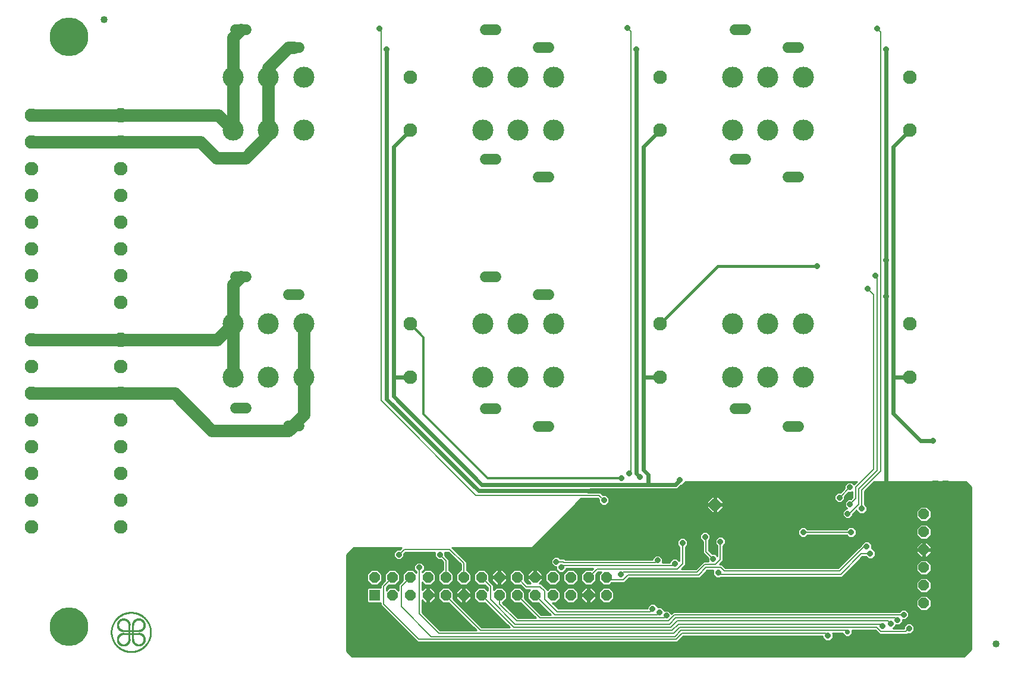
<source format=gbl>
G75*
%MOIN*%
%OFA0B0*%
%FSLAX25Y25*%
%IPPOS*%
%LPD*%
%AMOC8*
5,1,8,0,0,1.08239X$1,22.5*
%
%ADD10OC8,0.05906*%
%ADD11R,0.05906X0.05906*%
%ADD12C,0.01000*%
%ADD13C,0.00100*%
%ADD14C,0.04000*%
%ADD15C,0.11811*%
%ADD16C,0.07677*%
%ADD17C,0.06000*%
%ADD18OC8,0.07677*%
%ADD19OC8,0.06496*%
%ADD20C,0.21654*%
%ADD21R,0.03175X0.03175*%
%ADD22OC8,0.03175*%
%ADD23C,0.02400*%
%ADD24C,0.00800*%
%ADD25C,0.01200*%
%ADD26C,0.01600*%
%ADD27C,0.07000*%
%ADD28OC8,0.02781*%
D10*
X0309333Y0115232D03*
X0319333Y0115232D03*
X0329333Y0115232D03*
X0339333Y0115232D03*
X0349333Y0115232D03*
X0359333Y0115232D03*
X0369333Y0115232D03*
X0379333Y0115232D03*
X0389333Y0115232D03*
X0399333Y0115232D03*
X0409333Y0115232D03*
X0419333Y0115232D03*
X0429333Y0115232D03*
X0439333Y0115232D03*
X0439333Y0105232D03*
X0429333Y0105232D03*
X0419333Y0105232D03*
X0409333Y0105232D03*
X0399333Y0105232D03*
X0389333Y0105232D03*
X0379333Y0105232D03*
X0369333Y0105232D03*
X0359333Y0105232D03*
X0349333Y0105232D03*
X0339333Y0105232D03*
X0329333Y0105232D03*
X0319333Y0105232D03*
X0617188Y0100770D03*
X0617188Y0110770D03*
X0617188Y0120770D03*
X0617188Y0130770D03*
X0617188Y0140770D03*
X0617188Y0150770D03*
D11*
X0309333Y0105232D03*
D12*
X0305081Y0104962D02*
X0293688Y0104962D01*
X0293688Y0105960D02*
X0305081Y0105960D01*
X0305081Y0106959D02*
X0293688Y0106959D01*
X0293688Y0107957D02*
X0305081Y0107957D01*
X0305081Y0108724D02*
X0305081Y0101741D01*
X0305842Y0100980D01*
X0312688Y0100980D01*
X0312688Y0099466D01*
X0332438Y0079716D01*
X0332438Y0079716D01*
X0333433Y0078720D01*
X0479092Y0078720D01*
X0480088Y0079716D01*
X0482592Y0082220D01*
X0560550Y0082220D01*
X0560550Y0081324D01*
X0562242Y0079632D01*
X0564634Y0079632D01*
X0566325Y0081324D01*
X0566325Y0083716D01*
X0566221Y0083820D01*
X0571747Y0083820D01*
X0571747Y0083405D01*
X0573323Y0081829D01*
X0575552Y0081829D01*
X0577128Y0083405D01*
X0577128Y0085570D01*
X0589983Y0085570D01*
X0592483Y0083070D01*
X0607892Y0083070D01*
X0608454Y0083632D01*
X0610134Y0083632D01*
X0611825Y0085324D01*
X0611825Y0087716D01*
X0610134Y0089407D01*
X0607742Y0089407D01*
X0606050Y0087716D01*
X0606050Y0086470D01*
X0599971Y0086470D01*
X0601575Y0088074D01*
X0601575Y0088382D01*
X0603634Y0088382D01*
X0605325Y0090074D01*
X0605325Y0091382D01*
X0607134Y0091382D01*
X0608825Y0093074D01*
X0608825Y0095466D01*
X0607134Y0097157D01*
X0604742Y0097157D01*
X0603554Y0095970D01*
X0476733Y0095970D01*
X0475777Y0095013D01*
X0474134Y0096657D01*
X0471825Y0096657D01*
X0471825Y0096716D01*
X0470134Y0098407D01*
X0468075Y0098407D01*
X0468075Y0098716D01*
X0466384Y0100407D01*
X0463992Y0100407D01*
X0462300Y0098716D01*
X0462300Y0097720D01*
X0412392Y0097720D01*
X0409132Y0100980D01*
X0411095Y0100980D01*
X0413586Y0103471D01*
X0413586Y0106994D01*
X0411095Y0109485D01*
X0407572Y0109485D01*
X0406349Y0108262D01*
X0403888Y0110724D01*
X0402892Y0111720D01*
X0401835Y0111720D01*
X0403586Y0113471D01*
X0403586Y0114748D01*
X0399818Y0114748D01*
X0399818Y0115717D01*
X0398849Y0115717D01*
X0398849Y0119485D01*
X0397572Y0119485D01*
X0395081Y0116994D01*
X0395081Y0115717D01*
X0398849Y0115717D01*
X0398849Y0114748D01*
X0395081Y0114748D01*
X0395081Y0113471D01*
X0396832Y0111720D01*
X0395250Y0111720D01*
X0393543Y0113427D01*
X0393586Y0113471D01*
X0393586Y0116994D01*
X0391095Y0119485D01*
X0387572Y0119485D01*
X0385081Y0116994D01*
X0385081Y0113471D01*
X0387572Y0110980D01*
X0391095Y0110980D01*
X0391138Y0111023D01*
X0393842Y0108320D01*
X0396406Y0108320D01*
X0395081Y0106994D01*
X0395081Y0103471D01*
X0397572Y0100980D01*
X0401095Y0100980D01*
X0401138Y0101023D01*
X0407942Y0094220D01*
X0402750Y0094220D01*
X0393543Y0103427D01*
X0393586Y0103471D01*
X0393586Y0106994D01*
X0391095Y0109485D01*
X0387572Y0109485D01*
X0385081Y0106994D01*
X0385081Y0103471D01*
X0387572Y0100980D01*
X0391095Y0100980D01*
X0391138Y0101023D01*
X0399692Y0092470D01*
X0389642Y0092470D01*
X0381138Y0100974D01*
X0381138Y0101022D01*
X0383586Y0103471D01*
X0383586Y0106994D01*
X0381095Y0109485D01*
X0377572Y0109485D01*
X0376138Y0108051D01*
X0376138Y0110832D01*
X0373543Y0113427D01*
X0373586Y0113471D01*
X0373586Y0116994D01*
X0371095Y0119485D01*
X0367572Y0119485D01*
X0365081Y0116994D01*
X0365081Y0113471D01*
X0367572Y0110980D01*
X0371095Y0110980D01*
X0371138Y0111023D01*
X0372738Y0109424D01*
X0372738Y0107842D01*
X0371095Y0109485D01*
X0367572Y0109485D01*
X0365081Y0106994D01*
X0365081Y0103471D01*
X0367572Y0100980D01*
X0371095Y0100980D01*
X0371138Y0101023D01*
X0384942Y0087220D01*
X0369392Y0087220D01*
X0353363Y0103248D01*
X0353586Y0103471D01*
X0353586Y0106994D01*
X0351095Y0109485D01*
X0347572Y0109485D01*
X0345081Y0106994D01*
X0345081Y0103471D01*
X0347572Y0100980D01*
X0350824Y0100980D01*
X0366334Y0085470D01*
X0346142Y0085470D01*
X0336138Y0095474D01*
X0336138Y0102414D01*
X0337572Y0100980D01*
X0338849Y0100980D01*
X0338849Y0104748D01*
X0339818Y0104748D01*
X0339818Y0105717D01*
X0338849Y0105717D01*
X0338849Y0109485D01*
X0337572Y0109485D01*
X0336138Y0108051D01*
X0336138Y0112414D01*
X0337572Y0110980D01*
X0341095Y0110980D01*
X0343586Y0113471D01*
X0343586Y0116994D01*
X0341095Y0119485D01*
X0337572Y0119485D01*
X0336138Y0118051D01*
X0336138Y0118386D01*
X0337325Y0119574D01*
X0337325Y0121966D01*
X0335634Y0123657D01*
X0333242Y0123657D01*
X0331550Y0121966D01*
X0331550Y0119574D01*
X0332738Y0118386D01*
X0332738Y0117842D01*
X0331095Y0119485D01*
X0327572Y0119485D01*
X0325081Y0116994D01*
X0325081Y0113471D01*
X0325124Y0113427D01*
X0323733Y0112037D01*
X0322738Y0111041D01*
X0322738Y0107842D01*
X0321095Y0109485D01*
X0317572Y0109485D01*
X0316088Y0108001D01*
X0316088Y0109582D01*
X0317528Y0111023D01*
X0317572Y0110980D01*
X0321095Y0110980D01*
X0323586Y0113471D01*
X0323586Y0116994D01*
X0321095Y0119485D01*
X0317572Y0119485D01*
X0315081Y0116994D01*
X0315081Y0113471D01*
X0315124Y0113427D01*
X0313684Y0111987D01*
X0313683Y0111987D02*
X0312688Y0110991D01*
X0312688Y0109485D01*
X0305842Y0109485D01*
X0305081Y0108724D01*
X0305313Y0108956D02*
X0293688Y0108956D01*
X0293688Y0109954D02*
X0312688Y0109954D01*
X0312688Y0110953D02*
X0293688Y0110953D01*
X0293688Y0111951D02*
X0306600Y0111951D01*
X0307572Y0110980D02*
X0305081Y0113471D01*
X0305081Y0116994D01*
X0307572Y0119485D01*
X0311095Y0119485D01*
X0313586Y0116994D01*
X0313586Y0113471D01*
X0311095Y0110980D01*
X0307572Y0110980D01*
X0305602Y0112950D02*
X0293688Y0112950D01*
X0293688Y0113948D02*
X0305081Y0113948D01*
X0305081Y0114947D02*
X0293688Y0114947D01*
X0293688Y0115945D02*
X0305081Y0115945D01*
X0305081Y0116944D02*
X0293688Y0116944D01*
X0293688Y0117942D02*
X0306029Y0117942D01*
X0307028Y0118941D02*
X0293688Y0118941D01*
X0293688Y0119939D02*
X0331550Y0119939D01*
X0331550Y0120938D02*
X0293688Y0120938D01*
X0293688Y0121936D02*
X0331550Y0121936D01*
X0332519Y0122935D02*
X0293688Y0122935D01*
X0293688Y0123933D02*
X0347620Y0123933D01*
X0347633Y0123920D02*
X0347633Y0119485D01*
X0347572Y0119485D01*
X0345081Y0116994D01*
X0345081Y0113471D01*
X0347572Y0110980D01*
X0351095Y0110980D01*
X0353586Y0113471D01*
X0353586Y0116994D01*
X0351095Y0119485D01*
X0351033Y0119485D01*
X0351033Y0125328D01*
X0348825Y0127536D01*
X0348825Y0129216D01*
X0348721Y0129320D01*
X0350733Y0129320D01*
X0357633Y0122420D01*
X0357633Y0119485D01*
X0357572Y0119485D01*
X0355081Y0116994D01*
X0355081Y0113471D01*
X0357572Y0110980D01*
X0361095Y0110980D01*
X0363586Y0113471D01*
X0363586Y0116994D01*
X0361095Y0119485D01*
X0361033Y0119485D01*
X0361033Y0123828D01*
X0353138Y0131724D01*
X0352842Y0132020D01*
X0397688Y0132020D01*
X0425238Y0159570D01*
X0434483Y0159570D01*
X0435050Y0159003D01*
X0435050Y0157324D01*
X0436742Y0155632D01*
X0439134Y0155632D01*
X0440825Y0157324D01*
X0440825Y0159716D01*
X0439134Y0161407D01*
X0437454Y0161407D01*
X0435892Y0162970D01*
X0428638Y0162970D01*
X0430438Y0164770D01*
X0478435Y0164770D01*
X0479354Y0165150D01*
X0481086Y0166882D01*
X0481634Y0166882D01*
X0483325Y0168574D01*
X0483325Y0169020D01*
X0579784Y0169020D01*
X0578152Y0167388D01*
X0576884Y0168657D01*
X0574492Y0168657D01*
X0572800Y0166966D01*
X0572800Y0165286D01*
X0570421Y0162907D01*
X0568742Y0162907D01*
X0567050Y0161216D01*
X0567050Y0158824D01*
X0568742Y0157132D01*
X0571134Y0157132D01*
X0572825Y0158824D01*
X0572825Y0160503D01*
X0575204Y0162882D01*
X0576884Y0162882D01*
X0577238Y0163236D01*
X0577238Y0160074D01*
X0576321Y0159157D01*
X0574642Y0159157D01*
X0572950Y0157466D01*
X0572950Y0155074D01*
X0574217Y0153807D01*
X0573342Y0153807D01*
X0571650Y0152116D01*
X0571650Y0149724D01*
X0573342Y0148032D01*
X0575734Y0148032D01*
X0577425Y0149724D01*
X0577425Y0150603D01*
X0579550Y0152728D01*
X0579550Y0152574D01*
X0581242Y0150882D01*
X0583634Y0150882D01*
X0585325Y0152574D01*
X0585325Y0154966D01*
X0584138Y0156153D01*
X0584138Y0163566D01*
X0589592Y0169020D01*
X0640688Y0169020D01*
X0643688Y0166020D01*
X0643688Y0075020D01*
X0639688Y0071020D01*
X0296688Y0071020D01*
X0293688Y0074020D01*
X0293688Y0128020D01*
X0297688Y0132020D01*
X0324534Y0132020D01*
X0323421Y0130907D01*
X0321742Y0130907D01*
X0320050Y0129216D01*
X0320050Y0126824D01*
X0321742Y0125132D01*
X0324134Y0125132D01*
X0325825Y0126824D01*
X0325825Y0128503D01*
X0326642Y0129320D01*
X0343154Y0129320D01*
X0343050Y0129216D01*
X0343050Y0126824D01*
X0344742Y0125132D01*
X0346421Y0125132D01*
X0347633Y0123920D01*
X0347633Y0122935D02*
X0336356Y0122935D01*
X0337325Y0121936D02*
X0347633Y0121936D01*
X0347633Y0120938D02*
X0337325Y0120938D01*
X0337325Y0119939D02*
X0347633Y0119939D01*
X0347028Y0118941D02*
X0341639Y0118941D01*
X0342638Y0117942D02*
X0346029Y0117942D01*
X0345081Y0116944D02*
X0343586Y0116944D01*
X0343586Y0115945D02*
X0345081Y0115945D01*
X0345081Y0114947D02*
X0343586Y0114947D01*
X0343586Y0113948D02*
X0345081Y0113948D01*
X0345602Y0112950D02*
X0343065Y0112950D01*
X0342067Y0111951D02*
X0346600Y0111951D01*
X0347042Y0108956D02*
X0341624Y0108956D01*
X0341095Y0109485D02*
X0339818Y0109485D01*
X0339818Y0105717D01*
X0343586Y0105717D01*
X0343586Y0106994D01*
X0341095Y0109485D01*
X0339818Y0108956D02*
X0338849Y0108956D01*
X0338849Y0107957D02*
X0339818Y0107957D01*
X0339818Y0106959D02*
X0338849Y0106959D01*
X0338849Y0105960D02*
X0339818Y0105960D01*
X0339818Y0104962D02*
X0345081Y0104962D01*
X0345081Y0105960D02*
X0343586Y0105960D01*
X0343586Y0106959D02*
X0345081Y0106959D01*
X0346044Y0107957D02*
X0342623Y0107957D01*
X0343586Y0104748D02*
X0339818Y0104748D01*
X0339818Y0100980D01*
X0341095Y0100980D01*
X0343586Y0103471D01*
X0343586Y0104748D01*
X0343586Y0103963D02*
X0345081Y0103963D01*
X0345587Y0102965D02*
X0343080Y0102965D01*
X0342081Y0101966D02*
X0346585Y0101966D01*
X0350836Y0100968D02*
X0336138Y0100968D01*
X0336138Y0101966D02*
X0336585Y0101966D01*
X0336138Y0099969D02*
X0351834Y0099969D01*
X0352833Y0098971D02*
X0336138Y0098971D01*
X0336138Y0097972D02*
X0353831Y0097972D01*
X0354830Y0096974D02*
X0336138Y0096974D01*
X0336138Y0095975D02*
X0355828Y0095975D01*
X0356827Y0094977D02*
X0336635Y0094977D01*
X0337633Y0093978D02*
X0357825Y0093978D01*
X0358824Y0092979D02*
X0338632Y0092979D01*
X0339631Y0091981D02*
X0359822Y0091981D01*
X0360821Y0090982D02*
X0340629Y0090982D01*
X0341628Y0089984D02*
X0361819Y0089984D01*
X0362818Y0088985D02*
X0342626Y0088985D01*
X0343625Y0087987D02*
X0363816Y0087987D01*
X0364815Y0086988D02*
X0344623Y0086988D01*
X0345622Y0085990D02*
X0365813Y0085990D01*
X0368625Y0087987D02*
X0384175Y0087987D01*
X0383176Y0088985D02*
X0367626Y0088985D01*
X0366628Y0089984D02*
X0382177Y0089984D01*
X0381179Y0090982D02*
X0365629Y0090982D01*
X0364631Y0091981D02*
X0380180Y0091981D01*
X0379182Y0092979D02*
X0363632Y0092979D01*
X0362633Y0093978D02*
X0378183Y0093978D01*
X0377185Y0094977D02*
X0361635Y0094977D01*
X0360636Y0095975D02*
X0376186Y0095975D01*
X0375188Y0096974D02*
X0359638Y0096974D01*
X0358639Y0097972D02*
X0374189Y0097972D01*
X0373191Y0098971D02*
X0357641Y0098971D01*
X0356642Y0099969D02*
X0372192Y0099969D01*
X0371194Y0100968D02*
X0355644Y0100968D01*
X0356585Y0101966D02*
X0354645Y0101966D01*
X0355587Y0102965D02*
X0353647Y0102965D01*
X0353586Y0103963D02*
X0355081Y0103963D01*
X0355081Y0103471D02*
X0357572Y0100980D01*
X0358849Y0100980D01*
X0358849Y0104748D01*
X0355081Y0104748D01*
X0355081Y0103471D01*
X0353586Y0104962D02*
X0358849Y0104962D01*
X0358849Y0104748D02*
X0358849Y0105717D01*
X0358849Y0109485D01*
X0357572Y0109485D01*
X0355081Y0106994D01*
X0355081Y0105717D01*
X0358849Y0105717D01*
X0359818Y0105717D01*
X0359818Y0109485D01*
X0361095Y0109485D01*
X0363586Y0106994D01*
X0363586Y0105717D01*
X0359818Y0105717D01*
X0359818Y0104748D01*
X0363586Y0104748D01*
X0363586Y0103471D01*
X0361095Y0100980D01*
X0359818Y0100980D01*
X0359818Y0104748D01*
X0358849Y0104748D01*
X0358849Y0103963D02*
X0359818Y0103963D01*
X0359818Y0102965D02*
X0358849Y0102965D01*
X0358849Y0101966D02*
X0359818Y0101966D01*
X0362081Y0101966D02*
X0366585Y0101966D01*
X0365587Y0102965D02*
X0363080Y0102965D01*
X0363586Y0103963D02*
X0365081Y0103963D01*
X0365081Y0104962D02*
X0359818Y0104962D01*
X0359818Y0105960D02*
X0358849Y0105960D01*
X0358849Y0106959D02*
X0359818Y0106959D01*
X0359818Y0107957D02*
X0358849Y0107957D01*
X0358849Y0108956D02*
X0359818Y0108956D01*
X0361624Y0108956D02*
X0367042Y0108956D01*
X0366044Y0107957D02*
X0362623Y0107957D01*
X0363586Y0106959D02*
X0365081Y0106959D01*
X0365081Y0105960D02*
X0363586Y0105960D01*
X0362067Y0111951D02*
X0366600Y0111951D01*
X0365602Y0112950D02*
X0363065Y0112950D01*
X0363586Y0113948D02*
X0365081Y0113948D01*
X0365081Y0114947D02*
X0363586Y0114947D01*
X0363586Y0115945D02*
X0365081Y0115945D01*
X0365081Y0116944D02*
X0363586Y0116944D01*
X0362638Y0117942D02*
X0366029Y0117942D01*
X0367028Y0118941D02*
X0361639Y0118941D01*
X0361033Y0119939D02*
X0411050Y0119939D01*
X0411050Y0119574D02*
X0411050Y0121132D01*
X0409992Y0121132D01*
X0408300Y0122824D01*
X0408300Y0125216D01*
X0409992Y0126907D01*
X0412384Y0126907D01*
X0413571Y0125720D01*
X0415642Y0125720D01*
X0416142Y0125220D01*
X0465050Y0125220D01*
X0465050Y0125966D01*
X0466742Y0127657D01*
X0469134Y0127657D01*
X0470825Y0125966D01*
X0470825Y0123574D01*
X0470721Y0123470D01*
X0474800Y0123470D01*
X0474800Y0124216D01*
X0476492Y0125907D01*
X0478884Y0125907D01*
X0480238Y0124553D01*
X0480238Y0132136D01*
X0479050Y0133324D01*
X0479050Y0135716D01*
X0480742Y0137407D01*
X0483134Y0137407D01*
X0484825Y0135716D01*
X0484825Y0133324D01*
X0483638Y0132136D01*
X0483638Y0122066D01*
X0482642Y0121070D01*
X0481542Y0119970D01*
X0489484Y0119970D01*
X0493733Y0124220D01*
X0496404Y0124220D01*
X0496300Y0124324D01*
X0496300Y0126003D01*
X0494483Y0127820D01*
X0493488Y0128816D01*
X0493488Y0135136D01*
X0491800Y0136824D01*
X0491800Y0139216D01*
X0493492Y0140907D01*
X0495884Y0140907D01*
X0497575Y0139216D01*
X0497575Y0136824D01*
X0496888Y0136136D01*
X0496888Y0130224D01*
X0498704Y0128407D01*
X0500384Y0128407D01*
X0501488Y0127303D01*
X0501488Y0132886D01*
X0500300Y0134074D01*
X0500300Y0136466D01*
X0501992Y0138157D01*
X0504384Y0138157D01*
X0506075Y0136466D01*
X0506075Y0134074D01*
X0504888Y0132886D01*
X0504888Y0124566D01*
X0502792Y0122470D01*
X0504142Y0122470D01*
X0506142Y0120470D01*
X0569233Y0120470D01*
X0581988Y0133224D01*
X0582300Y0133536D01*
X0582300Y0133716D01*
X0583992Y0135407D01*
X0586384Y0135407D01*
X0588075Y0133716D01*
X0588075Y0131407D01*
X0588384Y0131407D01*
X0590075Y0129716D01*
X0590075Y0127324D01*
X0588384Y0125632D01*
X0585992Y0125632D01*
X0584804Y0126820D01*
X0582892Y0126820D01*
X0572388Y0116316D01*
X0571392Y0115320D01*
X0503571Y0115320D01*
X0503134Y0114882D01*
X0500742Y0114882D01*
X0499050Y0116574D01*
X0499050Y0118966D01*
X0499154Y0119070D01*
X0495892Y0119070D01*
X0492638Y0115816D01*
X0491642Y0114820D01*
X0452142Y0114820D01*
X0450388Y0113066D01*
X0449392Y0112070D01*
X0442185Y0112070D01*
X0441095Y0110980D01*
X0437572Y0110980D01*
X0435081Y0113471D01*
X0435081Y0116994D01*
X0436406Y0118320D01*
X0434892Y0118320D01*
X0433576Y0117004D01*
X0433586Y0116994D01*
X0433586Y0113471D01*
X0431095Y0110980D01*
X0427572Y0110980D01*
X0425081Y0113471D01*
X0425081Y0116994D01*
X0427572Y0119485D01*
X0431095Y0119485D01*
X0431172Y0119408D01*
X0431834Y0120070D01*
X0416825Y0120070D01*
X0416825Y0119574D01*
X0415134Y0117882D01*
X0412742Y0117882D01*
X0411050Y0119574D01*
X0411095Y0119485D02*
X0407572Y0119485D01*
X0405081Y0116994D01*
X0405081Y0113471D01*
X0407572Y0110980D01*
X0411095Y0110980D01*
X0413586Y0113471D01*
X0413586Y0116994D01*
X0411095Y0119485D01*
X0411639Y0118941D02*
X0411683Y0118941D01*
X0412638Y0117942D02*
X0412682Y0117942D01*
X0413586Y0116944D02*
X0415081Y0116944D01*
X0415081Y0116994D02*
X0415081Y0113471D01*
X0417572Y0110980D01*
X0421095Y0110980D01*
X0423586Y0113471D01*
X0423586Y0116994D01*
X0421095Y0119485D01*
X0417572Y0119485D01*
X0415081Y0116994D01*
X0415194Y0117942D02*
X0416029Y0117942D01*
X0416192Y0118941D02*
X0417028Y0118941D01*
X0416825Y0119939D02*
X0431703Y0119939D01*
X0434514Y0117942D02*
X0436029Y0117942D01*
X0435081Y0116944D02*
X0433586Y0116944D01*
X0433586Y0115945D02*
X0435081Y0115945D01*
X0435081Y0114947D02*
X0433586Y0114947D01*
X0433586Y0113948D02*
X0435081Y0113948D01*
X0435602Y0112950D02*
X0433065Y0112950D01*
X0432067Y0111951D02*
X0436600Y0111951D01*
X0437572Y0109485D02*
X0435081Y0106994D01*
X0435081Y0103471D01*
X0437572Y0100980D01*
X0441095Y0100980D01*
X0443586Y0103471D01*
X0443586Y0106994D01*
X0441095Y0109485D01*
X0437572Y0109485D01*
X0437042Y0108956D02*
X0431624Y0108956D01*
X0431095Y0109485D02*
X0429818Y0109485D01*
X0429818Y0105717D01*
X0428849Y0105717D01*
X0428849Y0109485D01*
X0427572Y0109485D01*
X0425081Y0106994D01*
X0425081Y0105717D01*
X0428849Y0105717D01*
X0428849Y0104748D01*
X0425081Y0104748D01*
X0425081Y0103471D01*
X0427572Y0100980D01*
X0428849Y0100980D01*
X0428849Y0104748D01*
X0429818Y0104748D01*
X0429818Y0105717D01*
X0433586Y0105717D01*
X0433586Y0106994D01*
X0431095Y0109485D01*
X0429818Y0108956D02*
X0428849Y0108956D01*
X0428849Y0107957D02*
X0429818Y0107957D01*
X0429818Y0106959D02*
X0428849Y0106959D01*
X0428849Y0105960D02*
X0429818Y0105960D01*
X0429818Y0104962D02*
X0435081Y0104962D01*
X0435081Y0105960D02*
X0433586Y0105960D01*
X0433586Y0106959D02*
X0435081Y0106959D01*
X0436044Y0107957D02*
X0432623Y0107957D01*
X0433586Y0104748D02*
X0429818Y0104748D01*
X0429818Y0100980D01*
X0431095Y0100980D01*
X0433586Y0103471D01*
X0433586Y0104748D01*
X0433586Y0103963D02*
X0435081Y0103963D01*
X0435587Y0102965D02*
X0433080Y0102965D01*
X0432081Y0101966D02*
X0436585Y0101966D01*
X0442081Y0101966D02*
X0612935Y0101966D01*
X0612935Y0102531D02*
X0612935Y0099008D01*
X0615426Y0096517D01*
X0618949Y0096517D01*
X0621440Y0099008D01*
X0621440Y0102531D01*
X0618949Y0105022D01*
X0615426Y0105022D01*
X0612935Y0102531D01*
X0613368Y0102965D02*
X0443080Y0102965D01*
X0443586Y0103963D02*
X0614367Y0103963D01*
X0615365Y0104962D02*
X0443586Y0104962D01*
X0443586Y0105960D02*
X0643688Y0105960D01*
X0643688Y0104962D02*
X0619010Y0104962D01*
X0620009Y0103963D02*
X0643688Y0103963D01*
X0643688Y0102965D02*
X0621007Y0102965D01*
X0621440Y0101966D02*
X0643688Y0101966D01*
X0643688Y0100968D02*
X0621440Y0100968D01*
X0621440Y0099969D02*
X0643688Y0099969D01*
X0643688Y0098971D02*
X0621403Y0098971D01*
X0620404Y0097972D02*
X0643688Y0097972D01*
X0643688Y0096974D02*
X0619406Y0096974D01*
X0614970Y0096974D02*
X0607317Y0096974D01*
X0608316Y0095975D02*
X0643688Y0095975D01*
X0643688Y0094977D02*
X0608825Y0094977D01*
X0608825Y0093978D02*
X0643688Y0093978D01*
X0643688Y0092979D02*
X0608731Y0092979D01*
X0607732Y0091981D02*
X0643688Y0091981D01*
X0643688Y0090982D02*
X0605325Y0090982D01*
X0605235Y0089984D02*
X0643688Y0089984D01*
X0643688Y0088985D02*
X0610555Y0088985D01*
X0611554Y0087987D02*
X0643688Y0087987D01*
X0643688Y0086988D02*
X0611825Y0086988D01*
X0611825Y0085990D02*
X0643688Y0085990D01*
X0643688Y0084991D02*
X0611493Y0084991D01*
X0610494Y0083993D02*
X0643688Y0083993D01*
X0643688Y0082994D02*
X0576717Y0082994D01*
X0577128Y0083993D02*
X0591560Y0083993D01*
X0590562Y0084991D02*
X0577128Y0084991D01*
X0575719Y0081996D02*
X0643688Y0081996D01*
X0643688Y0080997D02*
X0565999Y0080997D01*
X0566325Y0081996D02*
X0573156Y0081996D01*
X0572158Y0082994D02*
X0566325Y0082994D01*
X0565000Y0079999D02*
X0643688Y0079999D01*
X0643688Y0079000D02*
X0479372Y0079000D01*
X0480371Y0079999D02*
X0561875Y0079999D01*
X0560877Y0080997D02*
X0481369Y0080997D01*
X0482368Y0081996D02*
X0560550Y0081996D01*
X0600490Y0086988D02*
X0606050Y0086988D01*
X0606322Y0087987D02*
X0601488Y0087987D01*
X0604237Y0088985D02*
X0607320Y0088985D01*
X0603560Y0095975D02*
X0474816Y0095975D01*
X0471567Y0096974D02*
X0604558Y0096974D01*
X0612972Y0098971D02*
X0467820Y0098971D01*
X0466822Y0099969D02*
X0612935Y0099969D01*
X0612935Y0100968D02*
X0409144Y0100968D01*
X0410142Y0099969D02*
X0463554Y0099969D01*
X0462555Y0098971D02*
X0411141Y0098971D01*
X0412139Y0097972D02*
X0462300Y0097972D01*
X0470569Y0097972D02*
X0613971Y0097972D01*
X0615426Y0106517D02*
X0612935Y0109008D01*
X0612935Y0112531D01*
X0615426Y0115022D01*
X0618949Y0115022D01*
X0621440Y0112531D01*
X0621440Y0109008D01*
X0618949Y0106517D01*
X0615426Y0106517D01*
X0614984Y0106959D02*
X0443586Y0106959D01*
X0442623Y0107957D02*
X0613986Y0107957D01*
X0612987Y0108956D02*
X0441624Y0108956D01*
X0442067Y0111951D02*
X0612935Y0111951D01*
X0612935Y0110953D02*
X0403659Y0110953D01*
X0404657Y0109954D02*
X0612935Y0109954D01*
X0613353Y0112950D02*
X0450272Y0112950D01*
X0451270Y0113948D02*
X0614352Y0113948D01*
X0615350Y0114947D02*
X0503198Y0114947D01*
X0500677Y0114947D02*
X0491769Y0114947D01*
X0492767Y0115945D02*
X0499679Y0115945D01*
X0499050Y0116944D02*
X0493766Y0116944D01*
X0494764Y0117942D02*
X0499050Y0117942D01*
X0499050Y0118941D02*
X0495763Y0118941D01*
X0492449Y0122935D02*
X0483638Y0122935D01*
X0483638Y0123933D02*
X0493447Y0123933D01*
X0491450Y0121936D02*
X0483508Y0121936D01*
X0482510Y0120938D02*
X0490452Y0120938D01*
X0496300Y0124932D02*
X0483638Y0124932D01*
X0483638Y0125930D02*
X0496300Y0125930D01*
X0495374Y0126929D02*
X0483638Y0126929D01*
X0483638Y0127927D02*
X0494376Y0127927D01*
X0493488Y0128926D02*
X0483638Y0128926D01*
X0483638Y0129924D02*
X0493488Y0129924D01*
X0493488Y0130923D02*
X0483638Y0130923D01*
X0483638Y0131921D02*
X0493488Y0131921D01*
X0493488Y0132920D02*
X0484421Y0132920D01*
X0484825Y0133918D02*
X0493488Y0133918D01*
X0493488Y0134917D02*
X0484825Y0134917D01*
X0484625Y0135915D02*
X0492708Y0135915D01*
X0491800Y0136914D02*
X0483627Y0136914D01*
X0480249Y0136914D02*
X0402582Y0136914D01*
X0403580Y0137913D02*
X0491800Y0137913D01*
X0491800Y0138911D02*
X0404579Y0138911D01*
X0405577Y0139910D02*
X0492494Y0139910D01*
X0496881Y0139910D02*
X0546800Y0139910D01*
X0546800Y0139324D02*
X0548492Y0137632D01*
X0550884Y0137632D01*
X0552071Y0138820D01*
X0574054Y0138820D01*
X0575242Y0137632D01*
X0577634Y0137632D01*
X0579325Y0139324D01*
X0579325Y0141716D01*
X0577634Y0143407D01*
X0575242Y0143407D01*
X0574054Y0142220D01*
X0552071Y0142220D01*
X0550884Y0143407D01*
X0548492Y0143407D01*
X0546800Y0141716D01*
X0546800Y0139324D01*
X0547213Y0138911D02*
X0497575Y0138911D01*
X0497575Y0137913D02*
X0501747Y0137913D01*
X0500749Y0136914D02*
X0497575Y0136914D01*
X0496888Y0135915D02*
X0500300Y0135915D01*
X0500300Y0134917D02*
X0496888Y0134917D01*
X0496888Y0133918D02*
X0500455Y0133918D01*
X0501454Y0132920D02*
X0496888Y0132920D01*
X0496888Y0131921D02*
X0501488Y0131921D01*
X0501488Y0130923D02*
X0496888Y0130923D01*
X0497187Y0129924D02*
X0501488Y0129924D01*
X0501488Y0128926D02*
X0498186Y0128926D01*
X0500863Y0127927D02*
X0501488Y0127927D01*
X0504888Y0127927D02*
X0576691Y0127927D01*
X0575693Y0126929D02*
X0504888Y0126929D01*
X0504888Y0125930D02*
X0574694Y0125930D01*
X0573696Y0124932D02*
X0504888Y0124932D01*
X0504255Y0123933D02*
X0572697Y0123933D01*
X0571699Y0122935D02*
X0503257Y0122935D01*
X0504675Y0121936D02*
X0570700Y0121936D01*
X0569702Y0120938D02*
X0505674Y0120938D01*
X0504888Y0128926D02*
X0577690Y0128926D01*
X0578688Y0129924D02*
X0504888Y0129924D01*
X0504888Y0130923D02*
X0579687Y0130923D01*
X0580685Y0131921D02*
X0504888Y0131921D01*
X0504921Y0132920D02*
X0581684Y0132920D01*
X0582503Y0133918D02*
X0505920Y0133918D01*
X0506075Y0134917D02*
X0583502Y0134917D01*
X0586874Y0134917D02*
X0615321Y0134917D01*
X0615426Y0135022D02*
X0612935Y0132531D01*
X0612935Y0131254D01*
X0616703Y0131254D01*
X0616703Y0130285D01*
X0617672Y0130285D01*
X0617672Y0126517D01*
X0618949Y0126517D01*
X0621440Y0129008D01*
X0621440Y0130285D01*
X0617672Y0130285D01*
X0617672Y0131254D01*
X0621440Y0131254D01*
X0621440Y0132531D01*
X0618949Y0135022D01*
X0617672Y0135022D01*
X0617672Y0131254D01*
X0616703Y0131254D01*
X0616703Y0135022D01*
X0615426Y0135022D01*
X0616703Y0134917D02*
X0617672Y0134917D01*
X0617672Y0133918D02*
X0616703Y0133918D01*
X0616703Y0132920D02*
X0617672Y0132920D01*
X0617672Y0131921D02*
X0616703Y0131921D01*
X0616703Y0130923D02*
X0588868Y0130923D01*
X0588075Y0131921D02*
X0612935Y0131921D01*
X0613324Y0132920D02*
X0588075Y0132920D01*
X0587872Y0133918D02*
X0614322Y0133918D01*
X0615426Y0136517D02*
X0618949Y0136517D01*
X0621440Y0139008D01*
X0621440Y0142531D01*
X0618949Y0145022D01*
X0615426Y0145022D01*
X0612935Y0142531D01*
X0612935Y0139008D01*
X0615426Y0136517D01*
X0615029Y0136914D02*
X0505627Y0136914D01*
X0506075Y0135915D02*
X0643688Y0135915D01*
X0643688Y0134917D02*
X0619055Y0134917D01*
X0620053Y0133918D02*
X0643688Y0133918D01*
X0643688Y0132920D02*
X0621052Y0132920D01*
X0621440Y0131921D02*
X0643688Y0131921D01*
X0643688Y0130923D02*
X0617672Y0130923D01*
X0617672Y0129924D02*
X0616703Y0129924D01*
X0616703Y0130285D02*
X0616703Y0126517D01*
X0615426Y0126517D01*
X0612935Y0129008D01*
X0612935Y0130285D01*
X0616703Y0130285D01*
X0616703Y0128926D02*
X0617672Y0128926D01*
X0617672Y0127927D02*
X0616703Y0127927D01*
X0616703Y0126929D02*
X0617672Y0126929D01*
X0619361Y0126929D02*
X0643688Y0126929D01*
X0643688Y0127927D02*
X0620360Y0127927D01*
X0621358Y0128926D02*
X0643688Y0128926D01*
X0643688Y0129924D02*
X0621440Y0129924D01*
X0618949Y0125022D02*
X0615426Y0125022D01*
X0612935Y0122531D01*
X0612935Y0119008D01*
X0615426Y0116517D01*
X0618949Y0116517D01*
X0621440Y0119008D01*
X0621440Y0122531D01*
X0618949Y0125022D01*
X0619040Y0124932D02*
X0643688Y0124932D01*
X0643688Y0125930D02*
X0588682Y0125930D01*
X0589680Y0126929D02*
X0615014Y0126929D01*
X0614016Y0127927D02*
X0590075Y0127927D01*
X0590075Y0128926D02*
X0613017Y0128926D01*
X0612935Y0129924D02*
X0589866Y0129924D01*
X0585694Y0125930D02*
X0582002Y0125930D01*
X0581004Y0124932D02*
X0615336Y0124932D01*
X0614337Y0123933D02*
X0580005Y0123933D01*
X0579007Y0122935D02*
X0613339Y0122935D01*
X0612935Y0121936D02*
X0578008Y0121936D01*
X0577010Y0120938D02*
X0612935Y0120938D01*
X0612935Y0119939D02*
X0576011Y0119939D01*
X0575013Y0118941D02*
X0613002Y0118941D01*
X0614001Y0117942D02*
X0574014Y0117942D01*
X0573016Y0116944D02*
X0614999Y0116944D01*
X0619376Y0116944D02*
X0643688Y0116944D01*
X0643688Y0117942D02*
X0620375Y0117942D01*
X0621373Y0118941D02*
X0643688Y0118941D01*
X0643688Y0119939D02*
X0621440Y0119939D01*
X0621440Y0120938D02*
X0643688Y0120938D01*
X0643688Y0121936D02*
X0621440Y0121936D01*
X0621037Y0122935D02*
X0643688Y0122935D01*
X0643688Y0123933D02*
X0620038Y0123933D01*
X0619025Y0114947D02*
X0643688Y0114947D01*
X0643688Y0115945D02*
X0572017Y0115945D01*
X0574961Y0137913D02*
X0551164Y0137913D01*
X0548211Y0137913D02*
X0504628Y0137913D01*
X0502072Y0151472D02*
X0504736Y0154136D01*
X0504736Y0155520D01*
X0500688Y0155520D01*
X0500688Y0156520D01*
X0504736Y0156520D01*
X0504736Y0157904D01*
X0502072Y0160568D01*
X0500688Y0160568D01*
X0500688Y0156520D01*
X0499688Y0156520D01*
X0499688Y0160568D01*
X0498304Y0160568D01*
X0495640Y0157904D01*
X0495640Y0156520D01*
X0499688Y0156520D01*
X0499688Y0155520D01*
X0500688Y0155520D01*
X0500688Y0151472D01*
X0502072Y0151472D01*
X0502492Y0151892D02*
X0571650Y0151892D01*
X0571650Y0150893D02*
X0416561Y0150893D01*
X0415563Y0149895D02*
X0571650Y0149895D01*
X0572478Y0148896D02*
X0414564Y0148896D01*
X0413566Y0147898D02*
X0614045Y0147898D01*
X0613047Y0148896D02*
X0576597Y0148896D01*
X0577425Y0149895D02*
X0612935Y0149895D01*
X0612935Y0149008D02*
X0615426Y0146517D01*
X0618949Y0146517D01*
X0621440Y0149008D01*
X0621440Y0152531D01*
X0618949Y0155022D01*
X0615426Y0155022D01*
X0612935Y0152531D01*
X0612935Y0149008D01*
X0612935Y0150893D02*
X0583645Y0150893D01*
X0584643Y0151892D02*
X0612935Y0151892D01*
X0613294Y0152890D02*
X0585325Y0152890D01*
X0585325Y0153889D02*
X0614292Y0153889D01*
X0615291Y0154887D02*
X0585325Y0154887D01*
X0584405Y0155886D02*
X0643688Y0155886D01*
X0643688Y0156884D02*
X0584138Y0156884D01*
X0584138Y0157883D02*
X0643688Y0157883D01*
X0643688Y0158881D02*
X0584138Y0158881D01*
X0584138Y0159880D02*
X0643688Y0159880D01*
X0643688Y0160878D02*
X0584138Y0160878D01*
X0584138Y0161877D02*
X0643688Y0161877D01*
X0643688Y0162875D02*
X0584138Y0162875D01*
X0584446Y0163874D02*
X0643688Y0163874D01*
X0643688Y0164872D02*
X0585444Y0164872D01*
X0586443Y0165871D02*
X0643688Y0165871D01*
X0642838Y0166869D02*
X0587441Y0166869D01*
X0588440Y0167868D02*
X0641840Y0167868D01*
X0640841Y0168866D02*
X0589438Y0168866D01*
X0579630Y0168866D02*
X0483325Y0168866D01*
X0482619Y0167868D02*
X0573702Y0167868D01*
X0572800Y0166869D02*
X0481073Y0166869D01*
X0480074Y0165871D02*
X0572800Y0165871D01*
X0572386Y0164872D02*
X0478683Y0164872D01*
X0495640Y0157883D02*
X0440825Y0157883D01*
X0440825Y0158881D02*
X0496617Y0158881D01*
X0497616Y0159880D02*
X0440661Y0159880D01*
X0439662Y0160878D02*
X0567050Y0160878D01*
X0567050Y0159880D02*
X0502759Y0159880D01*
X0503758Y0158881D02*
X0567050Y0158881D01*
X0567991Y0157883D02*
X0504736Y0157883D01*
X0504736Y0156884D02*
X0572950Y0156884D01*
X0572950Y0155886D02*
X0500688Y0155886D01*
X0500688Y0156884D02*
X0499688Y0156884D01*
X0499688Y0155886D02*
X0439387Y0155886D01*
X0440386Y0156884D02*
X0495640Y0156884D01*
X0495640Y0155520D02*
X0495640Y0154136D01*
X0498304Y0151472D01*
X0499688Y0151472D01*
X0499688Y0155520D01*
X0495640Y0155520D01*
X0495640Y0154887D02*
X0420555Y0154887D01*
X0419557Y0153889D02*
X0495887Y0153889D01*
X0496885Y0152890D02*
X0418558Y0152890D01*
X0417560Y0151892D02*
X0497884Y0151892D01*
X0499688Y0151892D02*
X0500688Y0151892D01*
X0500688Y0152890D02*
X0499688Y0152890D01*
X0499688Y0153889D02*
X0500688Y0153889D01*
X0500688Y0154887D02*
X0499688Y0154887D01*
X0499688Y0157883D02*
X0500688Y0157883D01*
X0500688Y0158881D02*
X0499688Y0158881D01*
X0499688Y0159880D02*
X0500688Y0159880D01*
X0504736Y0154887D02*
X0573137Y0154887D01*
X0574135Y0153889D02*
X0504489Y0153889D01*
X0503490Y0152890D02*
X0572425Y0152890D01*
X0571884Y0157883D02*
X0573367Y0157883D01*
X0572825Y0158881D02*
X0574366Y0158881D01*
X0572825Y0159880D02*
X0577044Y0159880D01*
X0577238Y0160878D02*
X0573200Y0160878D01*
X0574199Y0161877D02*
X0577238Y0161877D01*
X0577238Y0162875D02*
X0575197Y0162875D01*
X0571388Y0163874D02*
X0429542Y0163874D01*
X0435986Y0162875D02*
X0568710Y0162875D01*
X0567711Y0161877D02*
X0436985Y0161877D01*
X0435050Y0158881D02*
X0424549Y0158881D01*
X0423551Y0157883D02*
X0435050Y0157883D01*
X0435490Y0156884D02*
X0422552Y0156884D01*
X0421554Y0155886D02*
X0436488Y0155886D01*
X0412567Y0146899D02*
X0615044Y0146899D01*
X0615306Y0144902D02*
X0410570Y0144902D01*
X0409572Y0143904D02*
X0614307Y0143904D01*
X0613309Y0142905D02*
X0578136Y0142905D01*
X0579134Y0141907D02*
X0612935Y0141907D01*
X0612935Y0140908D02*
X0579325Y0140908D01*
X0579325Y0139910D02*
X0612935Y0139910D01*
X0613032Y0138911D02*
X0578912Y0138911D01*
X0577914Y0137913D02*
X0614031Y0137913D01*
X0619346Y0136914D02*
X0643688Y0136914D01*
X0643688Y0137913D02*
X0620345Y0137913D01*
X0621343Y0138911D02*
X0643688Y0138911D01*
X0643688Y0139910D02*
X0621440Y0139910D01*
X0621440Y0140908D02*
X0643688Y0140908D01*
X0643688Y0141907D02*
X0621440Y0141907D01*
X0621067Y0142905D02*
X0643688Y0142905D01*
X0643688Y0143904D02*
X0620068Y0143904D01*
X0619070Y0144902D02*
X0643688Y0144902D01*
X0643688Y0145901D02*
X0411569Y0145901D01*
X0408573Y0142905D02*
X0547990Y0142905D01*
X0546991Y0141907D02*
X0407575Y0141907D01*
X0406576Y0140908D02*
X0546800Y0140908D01*
X0551386Y0142905D02*
X0574740Y0142905D01*
X0577715Y0150893D02*
X0581231Y0150893D01*
X0580232Y0151892D02*
X0578714Y0151892D01*
X0578632Y0167868D02*
X0577673Y0167868D01*
X0619084Y0154887D02*
X0643688Y0154887D01*
X0643688Y0153889D02*
X0620083Y0153889D01*
X0621081Y0152890D02*
X0643688Y0152890D01*
X0643688Y0151892D02*
X0621440Y0151892D01*
X0621440Y0150893D02*
X0643688Y0150893D01*
X0643688Y0149895D02*
X0621440Y0149895D01*
X0621328Y0148896D02*
X0643688Y0148896D01*
X0643688Y0147898D02*
X0620330Y0147898D01*
X0619331Y0146899D02*
X0643688Y0146899D01*
X0643688Y0113948D02*
X0620023Y0113948D01*
X0621022Y0112950D02*
X0643688Y0112950D01*
X0643688Y0111951D02*
X0621440Y0111951D01*
X0621440Y0110953D02*
X0643688Y0110953D01*
X0643688Y0109954D02*
X0621440Y0109954D01*
X0621388Y0108956D02*
X0643688Y0108956D01*
X0643688Y0107957D02*
X0620389Y0107957D01*
X0619391Y0106959D02*
X0643688Y0106959D01*
X0643688Y0078002D02*
X0293688Y0078002D01*
X0293688Y0079000D02*
X0333153Y0079000D01*
X0332154Y0079999D02*
X0293688Y0079999D01*
X0293688Y0080997D02*
X0331156Y0080997D01*
X0330157Y0081996D02*
X0293688Y0081996D01*
X0293688Y0082994D02*
X0329159Y0082994D01*
X0328160Y0083993D02*
X0293688Y0083993D01*
X0293688Y0084991D02*
X0327162Y0084991D01*
X0326163Y0085990D02*
X0293688Y0085990D01*
X0293688Y0086988D02*
X0325165Y0086988D01*
X0324166Y0087987D02*
X0293688Y0087987D01*
X0293688Y0088985D02*
X0323168Y0088985D01*
X0322169Y0089984D02*
X0293688Y0089984D01*
X0293688Y0090982D02*
X0321171Y0090982D01*
X0320172Y0091981D02*
X0293688Y0091981D01*
X0293688Y0092979D02*
X0319174Y0092979D01*
X0318175Y0093978D02*
X0293688Y0093978D01*
X0293688Y0094977D02*
X0317177Y0094977D01*
X0316178Y0095975D02*
X0293688Y0095975D01*
X0293688Y0096974D02*
X0315180Y0096974D01*
X0314181Y0097972D02*
X0293688Y0097972D01*
X0293688Y0098971D02*
X0313183Y0098971D01*
X0312688Y0099969D02*
X0293688Y0099969D01*
X0293688Y0100968D02*
X0312688Y0100968D01*
X0305081Y0101966D02*
X0293688Y0101966D01*
X0293688Y0102965D02*
X0305081Y0102965D01*
X0305081Y0103963D02*
X0293688Y0103963D01*
X0312067Y0111951D02*
X0313648Y0111951D01*
X0313684Y0111987D02*
X0313683Y0111987D01*
X0313065Y0112950D02*
X0314647Y0112950D01*
X0315081Y0113948D02*
X0313586Y0113948D01*
X0313586Y0114947D02*
X0315081Y0114947D01*
X0315081Y0115945D02*
X0313586Y0115945D01*
X0313586Y0116944D02*
X0315081Y0116944D01*
X0316029Y0117942D02*
X0312638Y0117942D01*
X0311639Y0118941D02*
X0317028Y0118941D01*
X0321639Y0118941D02*
X0327028Y0118941D01*
X0326029Y0117942D02*
X0322638Y0117942D01*
X0323586Y0116944D02*
X0325081Y0116944D01*
X0325081Y0115945D02*
X0323586Y0115945D01*
X0323586Y0114947D02*
X0325081Y0114947D01*
X0325081Y0113948D02*
X0323586Y0113948D01*
X0323065Y0112950D02*
X0324647Y0112950D01*
X0323648Y0111951D02*
X0322067Y0111951D01*
X0322738Y0110953D02*
X0317458Y0110953D01*
X0316459Y0109954D02*
X0322738Y0109954D01*
X0322738Y0108956D02*
X0321624Y0108956D01*
X0322623Y0107957D02*
X0322738Y0107957D01*
X0317042Y0108956D02*
X0316088Y0108956D01*
X0331639Y0118941D02*
X0332183Y0118941D01*
X0332638Y0117942D02*
X0332738Y0117942D01*
X0336692Y0118941D02*
X0337028Y0118941D01*
X0336600Y0111951D02*
X0336138Y0111951D01*
X0336138Y0110953D02*
X0371209Y0110953D01*
X0372207Y0109954D02*
X0336138Y0109954D01*
X0336138Y0108956D02*
X0337042Y0108956D01*
X0338849Y0103963D02*
X0339818Y0103963D01*
X0339818Y0102965D02*
X0338849Y0102965D01*
X0338849Y0101966D02*
X0339818Y0101966D01*
X0351624Y0108956D02*
X0357042Y0108956D01*
X0356044Y0107957D02*
X0352623Y0107957D01*
X0353586Y0106959D02*
X0355081Y0106959D01*
X0355081Y0105960D02*
X0353586Y0105960D01*
X0352067Y0111951D02*
X0356600Y0111951D01*
X0355602Y0112950D02*
X0353065Y0112950D01*
X0353586Y0113948D02*
X0355081Y0113948D01*
X0355081Y0114947D02*
X0353586Y0114947D01*
X0353586Y0115945D02*
X0355081Y0115945D01*
X0355081Y0116944D02*
X0353586Y0116944D01*
X0352638Y0117942D02*
X0356029Y0117942D01*
X0357028Y0118941D02*
X0351639Y0118941D01*
X0351033Y0119939D02*
X0357633Y0119939D01*
X0357633Y0120938D02*
X0351033Y0120938D01*
X0351033Y0121936D02*
X0357633Y0121936D01*
X0357118Y0122935D02*
X0351033Y0122935D01*
X0351033Y0123933D02*
X0356120Y0123933D01*
X0355121Y0124932D02*
X0351033Y0124932D01*
X0350431Y0125930D02*
X0354123Y0125930D01*
X0353124Y0126929D02*
X0349433Y0126929D01*
X0348825Y0127927D02*
X0352126Y0127927D01*
X0351127Y0128926D02*
X0348825Y0128926D01*
X0346621Y0124932D02*
X0293688Y0124932D01*
X0293688Y0125930D02*
X0320944Y0125930D01*
X0320050Y0126929D02*
X0293688Y0126929D01*
X0293688Y0127927D02*
X0320050Y0127927D01*
X0320050Y0128926D02*
X0294594Y0128926D01*
X0295592Y0129924D02*
X0320759Y0129924D01*
X0323437Y0130923D02*
X0296591Y0130923D01*
X0297589Y0131921D02*
X0324435Y0131921D01*
X0326248Y0128926D02*
X0343050Y0128926D01*
X0343050Y0127927D02*
X0325825Y0127927D01*
X0325825Y0126929D02*
X0343050Y0126929D01*
X0343944Y0125930D02*
X0324932Y0125930D01*
X0352940Y0131921D02*
X0480238Y0131921D01*
X0480238Y0130923D02*
X0353939Y0130923D01*
X0354937Y0129924D02*
X0480238Y0129924D01*
X0480238Y0128926D02*
X0355936Y0128926D01*
X0356934Y0127927D02*
X0480238Y0127927D01*
X0480238Y0126929D02*
X0469862Y0126929D01*
X0470825Y0125930D02*
X0480238Y0125930D01*
X0480238Y0124932D02*
X0479859Y0124932D01*
X0475516Y0124932D02*
X0470825Y0124932D01*
X0470825Y0123933D02*
X0474800Y0123933D01*
X0466013Y0126929D02*
X0357933Y0126929D01*
X0358931Y0125930D02*
X0409015Y0125930D01*
X0408300Y0124932D02*
X0359930Y0124932D01*
X0360928Y0123933D02*
X0408300Y0123933D01*
X0408300Y0122935D02*
X0361033Y0122935D01*
X0361033Y0121936D02*
X0409188Y0121936D01*
X0411050Y0120938D02*
X0361033Y0120938D01*
X0371639Y0118941D02*
X0377028Y0118941D01*
X0377572Y0119485D02*
X0375081Y0116994D01*
X0375081Y0115717D01*
X0378849Y0115717D01*
X0378849Y0119485D01*
X0377572Y0119485D01*
X0378849Y0118941D02*
X0379818Y0118941D01*
X0379818Y0119485D02*
X0381095Y0119485D01*
X0383586Y0116994D01*
X0383586Y0115717D01*
X0379818Y0115717D01*
X0378849Y0115717D01*
X0378849Y0114748D01*
X0375081Y0114748D01*
X0375081Y0113471D01*
X0377572Y0110980D01*
X0378849Y0110980D01*
X0378849Y0114748D01*
X0379818Y0114748D01*
X0379818Y0115717D01*
X0379818Y0119485D01*
X0379818Y0117942D02*
X0378849Y0117942D01*
X0378849Y0116944D02*
X0379818Y0116944D01*
X0379818Y0115945D02*
X0378849Y0115945D01*
X0378849Y0114947D02*
X0373586Y0114947D01*
X0373586Y0115945D02*
X0375081Y0115945D01*
X0375081Y0116944D02*
X0373586Y0116944D01*
X0372638Y0117942D02*
X0376029Y0117942D01*
X0375081Y0113948D02*
X0373586Y0113948D01*
X0374020Y0112950D02*
X0375602Y0112950D01*
X0375019Y0111951D02*
X0376600Y0111951D01*
X0376017Y0110953D02*
X0391209Y0110953D01*
X0392207Y0109954D02*
X0376138Y0109954D01*
X0376138Y0108956D02*
X0377042Y0108956D01*
X0379818Y0110980D02*
X0381095Y0110980D01*
X0383586Y0113471D01*
X0383586Y0114748D01*
X0379818Y0114748D01*
X0379818Y0110980D01*
X0379818Y0111951D02*
X0378849Y0111951D01*
X0378849Y0112950D02*
X0379818Y0112950D01*
X0379818Y0113948D02*
X0378849Y0113948D01*
X0379818Y0114947D02*
X0385081Y0114947D01*
X0385081Y0115945D02*
X0383586Y0115945D01*
X0383586Y0116944D02*
X0385081Y0116944D01*
X0386029Y0117942D02*
X0382638Y0117942D01*
X0381639Y0118941D02*
X0387028Y0118941D01*
X0391639Y0118941D02*
X0397028Y0118941D01*
X0396029Y0117942D02*
X0392638Y0117942D01*
X0393586Y0116944D02*
X0395081Y0116944D01*
X0395081Y0115945D02*
X0393586Y0115945D01*
X0393586Y0114947D02*
X0398849Y0114947D01*
X0399818Y0114947D02*
X0405081Y0114947D01*
X0405081Y0115945D02*
X0403586Y0115945D01*
X0403586Y0115717D02*
X0403586Y0116994D01*
X0401095Y0119485D01*
X0399818Y0119485D01*
X0399818Y0115717D01*
X0403586Y0115717D01*
X0403586Y0116944D02*
X0405081Y0116944D01*
X0406029Y0117942D02*
X0402638Y0117942D01*
X0401639Y0118941D02*
X0407028Y0118941D01*
X0405081Y0113948D02*
X0403586Y0113948D01*
X0403065Y0112950D02*
X0405602Y0112950D01*
X0406600Y0111951D02*
X0402067Y0111951D01*
X0399818Y0115945D02*
X0398849Y0115945D01*
X0398849Y0116944D02*
X0399818Y0116944D01*
X0399818Y0117942D02*
X0398849Y0117942D01*
X0398849Y0118941D02*
X0399818Y0118941D01*
X0395081Y0113948D02*
X0393586Y0113948D01*
X0394020Y0112950D02*
X0395602Y0112950D01*
X0395019Y0111951D02*
X0396600Y0111951D01*
X0396044Y0107957D02*
X0392623Y0107957D01*
X0393206Y0108956D02*
X0391624Y0108956D01*
X0393586Y0106959D02*
X0395081Y0106959D01*
X0395081Y0105960D02*
X0393586Y0105960D01*
X0393586Y0104962D02*
X0395081Y0104962D01*
X0395081Y0103963D02*
X0393586Y0103963D01*
X0394005Y0102965D02*
X0395587Y0102965D01*
X0395004Y0101966D02*
X0396585Y0101966D01*
X0396002Y0100968D02*
X0401194Y0100968D01*
X0402192Y0099969D02*
X0397001Y0099969D01*
X0397999Y0098971D02*
X0403191Y0098971D01*
X0404189Y0097972D02*
X0398998Y0097972D01*
X0399996Y0096974D02*
X0405188Y0096974D01*
X0406186Y0095975D02*
X0400995Y0095975D01*
X0401993Y0094977D02*
X0407185Y0094977D01*
X0399182Y0092979D02*
X0389132Y0092979D01*
X0388133Y0093978D02*
X0398183Y0093978D01*
X0397185Y0094977D02*
X0387135Y0094977D01*
X0386136Y0095975D02*
X0396186Y0095975D01*
X0395188Y0096974D02*
X0385138Y0096974D01*
X0384139Y0097972D02*
X0394189Y0097972D01*
X0393191Y0098971D02*
X0383141Y0098971D01*
X0382142Y0099969D02*
X0392192Y0099969D01*
X0391194Y0100968D02*
X0381144Y0100968D01*
X0382081Y0101966D02*
X0386585Y0101966D01*
X0385587Y0102965D02*
X0383080Y0102965D01*
X0383586Y0103963D02*
X0385081Y0103963D01*
X0385081Y0104962D02*
X0383586Y0104962D01*
X0383586Y0105960D02*
X0385081Y0105960D01*
X0385081Y0106959D02*
X0383586Y0106959D01*
X0382623Y0107957D02*
X0386044Y0107957D01*
X0387042Y0108956D02*
X0381624Y0108956D01*
X0382067Y0111951D02*
X0386600Y0111951D01*
X0385602Y0112950D02*
X0383065Y0112950D01*
X0383586Y0113948D02*
X0385081Y0113948D01*
X0372738Y0108956D02*
X0371624Y0108956D01*
X0372623Y0107957D02*
X0372738Y0107957D01*
X0405656Y0108956D02*
X0407042Y0108956D01*
X0411624Y0108956D02*
X0417042Y0108956D01*
X0417572Y0109485D02*
X0415081Y0106994D01*
X0415081Y0103471D01*
X0417572Y0100980D01*
X0421095Y0100980D01*
X0423586Y0103471D01*
X0423586Y0106994D01*
X0421095Y0109485D01*
X0417572Y0109485D01*
X0416044Y0107957D02*
X0412623Y0107957D01*
X0413586Y0106959D02*
X0415081Y0106959D01*
X0415081Y0105960D02*
X0413586Y0105960D01*
X0413586Y0104962D02*
X0415081Y0104962D01*
X0415081Y0103963D02*
X0413586Y0103963D01*
X0413080Y0102965D02*
X0415587Y0102965D01*
X0416585Y0101966D02*
X0412081Y0101966D01*
X0422081Y0101966D02*
X0426585Y0101966D01*
X0425587Y0102965D02*
X0423080Y0102965D01*
X0423586Y0103963D02*
X0425081Y0103963D01*
X0423586Y0104962D02*
X0428849Y0104962D01*
X0428849Y0103963D02*
X0429818Y0103963D01*
X0429818Y0102965D02*
X0428849Y0102965D01*
X0428849Y0101966D02*
X0429818Y0101966D01*
X0425081Y0105960D02*
X0423586Y0105960D01*
X0423586Y0106959D02*
X0425081Y0106959D01*
X0426044Y0107957D02*
X0422623Y0107957D01*
X0421624Y0108956D02*
X0427042Y0108956D01*
X0426600Y0111951D02*
X0422067Y0111951D01*
X0423065Y0112950D02*
X0425602Y0112950D01*
X0425081Y0113948D02*
X0423586Y0113948D01*
X0423586Y0114947D02*
X0425081Y0114947D01*
X0425081Y0115945D02*
X0423586Y0115945D01*
X0423586Y0116944D02*
X0425081Y0116944D01*
X0426029Y0117942D02*
X0422638Y0117942D01*
X0421639Y0118941D02*
X0427028Y0118941D01*
X0415081Y0115945D02*
X0413586Y0115945D01*
X0413586Y0114947D02*
X0415081Y0114947D01*
X0415081Y0113948D02*
X0413586Y0113948D01*
X0413065Y0112950D02*
X0415602Y0112950D01*
X0416600Y0111951D02*
X0412067Y0111951D01*
X0413360Y0125930D02*
X0465050Y0125930D01*
X0479454Y0132920D02*
X0398588Y0132920D01*
X0399586Y0133918D02*
X0479050Y0133918D01*
X0479050Y0134917D02*
X0400585Y0134917D01*
X0401583Y0135915D02*
X0479250Y0135915D01*
X0640679Y0072011D02*
X0295697Y0072011D01*
X0294698Y0073009D02*
X0641677Y0073009D01*
X0642676Y0074008D02*
X0293700Y0074008D01*
X0293688Y0075006D02*
X0643674Y0075006D01*
X0643688Y0076005D02*
X0293688Y0076005D01*
X0293688Y0077003D02*
X0643688Y0077003D01*
X0177005Y0083644D02*
X0168737Y0083644D01*
X0168737Y0085219D02*
X0177005Y0085219D01*
X0161871Y0084431D02*
X0161874Y0084701D01*
X0161884Y0084971D01*
X0161901Y0085240D01*
X0161924Y0085509D01*
X0161954Y0085778D01*
X0161990Y0086045D01*
X0162033Y0086312D01*
X0162082Y0086577D01*
X0162138Y0086841D01*
X0162201Y0087104D01*
X0162269Y0087365D01*
X0162345Y0087624D01*
X0162426Y0087881D01*
X0162514Y0088137D01*
X0162608Y0088390D01*
X0162708Y0088641D01*
X0162815Y0088889D01*
X0162927Y0089134D01*
X0163046Y0089377D01*
X0163170Y0089616D01*
X0163300Y0089853D01*
X0163436Y0090086D01*
X0163578Y0090316D01*
X0163725Y0090542D01*
X0163878Y0090765D01*
X0164036Y0090984D01*
X0164199Y0091199D01*
X0164368Y0091409D01*
X0164542Y0091616D01*
X0164721Y0091818D01*
X0164904Y0092016D01*
X0165093Y0092209D01*
X0165286Y0092398D01*
X0165484Y0092581D01*
X0165686Y0092760D01*
X0165893Y0092934D01*
X0166103Y0093103D01*
X0166318Y0093266D01*
X0166537Y0093424D01*
X0166760Y0093577D01*
X0166986Y0093724D01*
X0167216Y0093866D01*
X0167449Y0094002D01*
X0167686Y0094132D01*
X0167925Y0094256D01*
X0168168Y0094375D01*
X0168413Y0094487D01*
X0168661Y0094594D01*
X0168912Y0094694D01*
X0169165Y0094788D01*
X0169421Y0094876D01*
X0169678Y0094957D01*
X0169937Y0095033D01*
X0170198Y0095101D01*
X0170461Y0095164D01*
X0170725Y0095220D01*
X0170990Y0095269D01*
X0171257Y0095312D01*
X0171524Y0095348D01*
X0171793Y0095378D01*
X0172062Y0095401D01*
X0172331Y0095418D01*
X0172601Y0095428D01*
X0172871Y0095431D01*
X0173141Y0095428D01*
X0173411Y0095418D01*
X0173680Y0095401D01*
X0173949Y0095378D01*
X0174218Y0095348D01*
X0174485Y0095312D01*
X0174752Y0095269D01*
X0175017Y0095220D01*
X0175281Y0095164D01*
X0175544Y0095101D01*
X0175805Y0095033D01*
X0176064Y0094957D01*
X0176321Y0094876D01*
X0176577Y0094788D01*
X0176830Y0094694D01*
X0177081Y0094594D01*
X0177329Y0094487D01*
X0177574Y0094375D01*
X0177817Y0094256D01*
X0178056Y0094132D01*
X0178293Y0094002D01*
X0178526Y0093866D01*
X0178756Y0093724D01*
X0178982Y0093577D01*
X0179205Y0093424D01*
X0179424Y0093266D01*
X0179639Y0093103D01*
X0179849Y0092934D01*
X0180056Y0092760D01*
X0180258Y0092581D01*
X0180456Y0092398D01*
X0180649Y0092209D01*
X0180838Y0092016D01*
X0181021Y0091818D01*
X0181200Y0091616D01*
X0181374Y0091409D01*
X0181543Y0091199D01*
X0181706Y0090984D01*
X0181864Y0090765D01*
X0182017Y0090542D01*
X0182164Y0090316D01*
X0182306Y0090086D01*
X0182442Y0089853D01*
X0182572Y0089616D01*
X0182696Y0089377D01*
X0182815Y0089134D01*
X0182927Y0088889D01*
X0183034Y0088641D01*
X0183134Y0088390D01*
X0183228Y0088137D01*
X0183316Y0087881D01*
X0183397Y0087624D01*
X0183473Y0087365D01*
X0183541Y0087104D01*
X0183604Y0086841D01*
X0183660Y0086577D01*
X0183709Y0086312D01*
X0183752Y0086045D01*
X0183788Y0085778D01*
X0183818Y0085509D01*
X0183841Y0085240D01*
X0183858Y0084971D01*
X0183868Y0084701D01*
X0183871Y0084431D01*
X0183868Y0084161D01*
X0183858Y0083891D01*
X0183841Y0083622D01*
X0183818Y0083353D01*
X0183788Y0083084D01*
X0183752Y0082817D01*
X0183709Y0082550D01*
X0183660Y0082285D01*
X0183604Y0082021D01*
X0183541Y0081758D01*
X0183473Y0081497D01*
X0183397Y0081238D01*
X0183316Y0080981D01*
X0183228Y0080725D01*
X0183134Y0080472D01*
X0183034Y0080221D01*
X0182927Y0079973D01*
X0182815Y0079728D01*
X0182696Y0079485D01*
X0182572Y0079246D01*
X0182442Y0079009D01*
X0182306Y0078776D01*
X0182164Y0078546D01*
X0182017Y0078320D01*
X0181864Y0078097D01*
X0181706Y0077878D01*
X0181543Y0077663D01*
X0181374Y0077453D01*
X0181200Y0077246D01*
X0181021Y0077044D01*
X0180838Y0076846D01*
X0180649Y0076653D01*
X0180456Y0076464D01*
X0180258Y0076281D01*
X0180056Y0076102D01*
X0179849Y0075928D01*
X0179639Y0075759D01*
X0179424Y0075596D01*
X0179205Y0075438D01*
X0178982Y0075285D01*
X0178756Y0075138D01*
X0178526Y0074996D01*
X0178293Y0074860D01*
X0178056Y0074730D01*
X0177817Y0074606D01*
X0177574Y0074487D01*
X0177329Y0074375D01*
X0177081Y0074268D01*
X0176830Y0074168D01*
X0176577Y0074074D01*
X0176321Y0073986D01*
X0176064Y0073905D01*
X0175805Y0073829D01*
X0175544Y0073761D01*
X0175281Y0073698D01*
X0175017Y0073642D01*
X0174752Y0073593D01*
X0174485Y0073550D01*
X0174218Y0073514D01*
X0173949Y0073484D01*
X0173680Y0073461D01*
X0173411Y0073444D01*
X0173141Y0073434D01*
X0172871Y0073431D01*
X0172601Y0073434D01*
X0172331Y0073444D01*
X0172062Y0073461D01*
X0171793Y0073484D01*
X0171524Y0073514D01*
X0171257Y0073550D01*
X0170990Y0073593D01*
X0170725Y0073642D01*
X0170461Y0073698D01*
X0170198Y0073761D01*
X0169937Y0073829D01*
X0169678Y0073905D01*
X0169421Y0073986D01*
X0169165Y0074074D01*
X0168912Y0074168D01*
X0168661Y0074268D01*
X0168413Y0074375D01*
X0168168Y0074487D01*
X0167925Y0074606D01*
X0167686Y0074730D01*
X0167449Y0074860D01*
X0167216Y0074996D01*
X0166986Y0075138D01*
X0166760Y0075285D01*
X0166537Y0075438D01*
X0166318Y0075596D01*
X0166103Y0075759D01*
X0165893Y0075928D01*
X0165686Y0076102D01*
X0165484Y0076281D01*
X0165286Y0076464D01*
X0165093Y0076653D01*
X0164904Y0076846D01*
X0164721Y0077044D01*
X0164542Y0077246D01*
X0164368Y0077453D01*
X0164199Y0077663D01*
X0164036Y0077878D01*
X0163878Y0078097D01*
X0163725Y0078320D01*
X0163578Y0078546D01*
X0163436Y0078776D01*
X0163300Y0079009D01*
X0163170Y0079246D01*
X0163046Y0079485D01*
X0162927Y0079728D01*
X0162815Y0079973D01*
X0162708Y0080221D01*
X0162608Y0080472D01*
X0162514Y0080725D01*
X0162426Y0080981D01*
X0162345Y0081238D01*
X0162269Y0081497D01*
X0162201Y0081758D01*
X0162138Y0082021D01*
X0162082Y0082285D01*
X0162033Y0082550D01*
X0161990Y0082817D01*
X0161954Y0083084D01*
X0161924Y0083353D01*
X0161901Y0083622D01*
X0161884Y0083891D01*
X0161874Y0084161D01*
X0161871Y0084431D01*
X0171886Y0080494D02*
X0171886Y0088368D01*
X0173855Y0088368D02*
X0173855Y0080494D01*
D13*
X0173404Y0080458D02*
X0174304Y0080430D01*
X0174303Y0080431D02*
X0174304Y0080326D01*
X0174309Y0080220D01*
X0174317Y0080115D01*
X0174330Y0080011D01*
X0174346Y0079907D01*
X0174366Y0079804D01*
X0174391Y0079701D01*
X0174419Y0079600D01*
X0174450Y0079499D01*
X0174486Y0079400D01*
X0174525Y0079303D01*
X0174568Y0079207D01*
X0174615Y0079112D01*
X0174665Y0079020D01*
X0174718Y0078929D01*
X0174775Y0078840D01*
X0174835Y0078754D01*
X0174898Y0078670D01*
X0174965Y0078588D01*
X0175034Y0078509D01*
X0175107Y0078433D01*
X0175182Y0078359D01*
X0175260Y0078288D01*
X0175340Y0078220D01*
X0175423Y0078156D01*
X0175509Y0078094D01*
X0175597Y0078036D01*
X0175686Y0077981D01*
X0175778Y0077929D01*
X0175872Y0077881D01*
X0175967Y0077837D01*
X0176064Y0077796D01*
X0176163Y0077759D01*
X0176262Y0077725D01*
X0176363Y0077695D01*
X0176465Y0077670D01*
X0176568Y0077648D01*
X0176672Y0077629D01*
X0176776Y0077615D01*
X0176881Y0077605D01*
X0176986Y0077598D01*
X0177091Y0077596D01*
X0177197Y0077598D01*
X0177302Y0077603D01*
X0177407Y0077613D01*
X0177511Y0077626D01*
X0177615Y0077643D01*
X0177718Y0077664D01*
X0177820Y0077689D01*
X0177921Y0077718D01*
X0178022Y0077751D01*
X0178120Y0077787D01*
X0178218Y0077827D01*
X0178313Y0077871D01*
X0178407Y0077918D01*
X0178500Y0077969D01*
X0178590Y0078023D01*
X0178678Y0078081D01*
X0178764Y0078142D01*
X0178847Y0078206D01*
X0178929Y0078273D01*
X0179007Y0078343D01*
X0179083Y0078416D01*
X0179156Y0078492D01*
X0179226Y0078570D01*
X0179293Y0078652D01*
X0179357Y0078735D01*
X0179418Y0078821D01*
X0179476Y0078909D01*
X0179530Y0078999D01*
X0179581Y0079092D01*
X0179628Y0079186D01*
X0179672Y0079281D01*
X0179712Y0079379D01*
X0179748Y0079477D01*
X0179781Y0079578D01*
X0179810Y0079679D01*
X0179835Y0079781D01*
X0179856Y0079884D01*
X0179873Y0079988D01*
X0179886Y0080092D01*
X0179896Y0080197D01*
X0179901Y0080302D01*
X0179903Y0080408D01*
X0179901Y0080513D01*
X0179894Y0080618D01*
X0179884Y0080723D01*
X0179870Y0080827D01*
X0179851Y0080931D01*
X0179829Y0081034D01*
X0179804Y0081136D01*
X0179774Y0081237D01*
X0179740Y0081336D01*
X0179703Y0081435D01*
X0179662Y0081532D01*
X0179618Y0081627D01*
X0179570Y0081721D01*
X0179518Y0081813D01*
X0179463Y0081902D01*
X0179405Y0081990D01*
X0179343Y0082076D01*
X0179279Y0082159D01*
X0179211Y0082239D01*
X0179140Y0082317D01*
X0179066Y0082392D01*
X0178990Y0082465D01*
X0178911Y0082534D01*
X0178829Y0082601D01*
X0178745Y0082664D01*
X0178659Y0082724D01*
X0178570Y0082781D01*
X0178479Y0082834D01*
X0178387Y0082884D01*
X0178292Y0082931D01*
X0178196Y0082974D01*
X0178099Y0083013D01*
X0178000Y0083049D01*
X0177899Y0083080D01*
X0177798Y0083108D01*
X0177695Y0083133D01*
X0177592Y0083153D01*
X0177488Y0083169D01*
X0177384Y0083182D01*
X0177279Y0083190D01*
X0177173Y0083195D01*
X0177068Y0083196D01*
X0177041Y0084095D01*
X0177161Y0084096D01*
X0177281Y0084092D01*
X0177401Y0084084D01*
X0177521Y0084072D01*
X0177640Y0084057D01*
X0177759Y0084037D01*
X0177877Y0084014D01*
X0177994Y0083987D01*
X0178111Y0083956D01*
X0178226Y0083922D01*
X0178340Y0083883D01*
X0178452Y0083841D01*
X0178564Y0083796D01*
X0178673Y0083746D01*
X0178781Y0083693D01*
X0178888Y0083637D01*
X0178992Y0083577D01*
X0179094Y0083514D01*
X0179195Y0083448D01*
X0179293Y0083378D01*
X0179389Y0083306D01*
X0179482Y0083230D01*
X0179573Y0083151D01*
X0179661Y0083069D01*
X0179747Y0082985D01*
X0179829Y0082897D01*
X0179909Y0082808D01*
X0179986Y0082715D01*
X0180060Y0082620D01*
X0180131Y0082523D01*
X0180198Y0082423D01*
X0180262Y0082322D01*
X0180323Y0082218D01*
X0180381Y0082112D01*
X0180435Y0082005D01*
X0180485Y0081896D01*
X0180532Y0081785D01*
X0180576Y0081673D01*
X0180615Y0081559D01*
X0180651Y0081444D01*
X0180684Y0081329D01*
X0180712Y0081212D01*
X0180737Y0081094D01*
X0180757Y0080976D01*
X0180774Y0080856D01*
X0180787Y0080737D01*
X0180796Y0080617D01*
X0180802Y0080497D01*
X0180803Y0080377D01*
X0180800Y0080256D01*
X0180794Y0080136D01*
X0180783Y0080016D01*
X0180769Y0079897D01*
X0180751Y0079778D01*
X0180729Y0079660D01*
X0180703Y0079542D01*
X0180674Y0079426D01*
X0180640Y0079310D01*
X0180603Y0079196D01*
X0180562Y0079083D01*
X0180518Y0078971D01*
X0180470Y0078861D01*
X0180418Y0078752D01*
X0180363Y0078645D01*
X0180304Y0078540D01*
X0180242Y0078437D01*
X0180177Y0078336D01*
X0180108Y0078238D01*
X0180036Y0078141D01*
X0179962Y0078047D01*
X0179884Y0077955D01*
X0179803Y0077866D01*
X0179719Y0077780D01*
X0179633Y0077696D01*
X0179544Y0077615D01*
X0179452Y0077537D01*
X0179358Y0077463D01*
X0179261Y0077391D01*
X0179163Y0077322D01*
X0179062Y0077257D01*
X0178959Y0077195D01*
X0178854Y0077136D01*
X0178747Y0077081D01*
X0178638Y0077029D01*
X0178528Y0076981D01*
X0178416Y0076937D01*
X0178303Y0076896D01*
X0178189Y0076859D01*
X0178073Y0076825D01*
X0177957Y0076796D01*
X0177839Y0076770D01*
X0177721Y0076748D01*
X0177602Y0076730D01*
X0177483Y0076716D01*
X0177363Y0076705D01*
X0177243Y0076699D01*
X0177122Y0076696D01*
X0177002Y0076697D01*
X0176882Y0076703D01*
X0176762Y0076712D01*
X0176643Y0076725D01*
X0176523Y0076742D01*
X0176405Y0076762D01*
X0176287Y0076787D01*
X0176170Y0076815D01*
X0176055Y0076848D01*
X0175940Y0076884D01*
X0175826Y0076923D01*
X0175714Y0076967D01*
X0175603Y0077014D01*
X0175494Y0077064D01*
X0175387Y0077118D01*
X0175281Y0077176D01*
X0175177Y0077237D01*
X0175076Y0077301D01*
X0174976Y0077368D01*
X0174879Y0077439D01*
X0174784Y0077513D01*
X0174691Y0077590D01*
X0174602Y0077670D01*
X0174514Y0077752D01*
X0174430Y0077838D01*
X0174348Y0077926D01*
X0174269Y0078017D01*
X0174193Y0078110D01*
X0174121Y0078206D01*
X0174051Y0078304D01*
X0173985Y0078405D01*
X0173922Y0078507D01*
X0173862Y0078611D01*
X0173806Y0078718D01*
X0173753Y0078826D01*
X0173703Y0078935D01*
X0173658Y0079047D01*
X0173616Y0079159D01*
X0173577Y0079273D01*
X0173543Y0079388D01*
X0173512Y0079505D01*
X0173485Y0079622D01*
X0173462Y0079740D01*
X0173442Y0079859D01*
X0173427Y0079978D01*
X0173415Y0080098D01*
X0173407Y0080218D01*
X0173403Y0080338D01*
X0173404Y0080458D01*
X0173497Y0080455D01*
X0173498Y0080336D01*
X0173501Y0080216D01*
X0173509Y0080097D01*
X0173521Y0079978D01*
X0173537Y0079859D01*
X0173557Y0079741D01*
X0173581Y0079624D01*
X0173608Y0079507D01*
X0173640Y0079392D01*
X0173675Y0079277D01*
X0173714Y0079164D01*
X0173757Y0079053D01*
X0173803Y0078942D01*
X0173853Y0078834D01*
X0173907Y0078727D01*
X0173964Y0078621D01*
X0174024Y0078518D01*
X0174088Y0078417D01*
X0174156Y0078318D01*
X0174226Y0078222D01*
X0174300Y0078127D01*
X0174377Y0078036D01*
X0174457Y0077946D01*
X0174539Y0077860D01*
X0174625Y0077776D01*
X0174713Y0077696D01*
X0174804Y0077618D01*
X0174898Y0077543D01*
X0174993Y0077471D01*
X0175092Y0077403D01*
X0175192Y0077338D01*
X0175295Y0077276D01*
X0175399Y0077218D01*
X0175505Y0077163D01*
X0175614Y0077112D01*
X0175723Y0077064D01*
X0175835Y0077020D01*
X0175947Y0076980D01*
X0176061Y0076944D01*
X0176176Y0076911D01*
X0176293Y0076882D01*
X0176410Y0076857D01*
X0176527Y0076836D01*
X0176646Y0076819D01*
X0176765Y0076806D01*
X0176884Y0076797D01*
X0177003Y0076791D01*
X0177123Y0076790D01*
X0177243Y0076793D01*
X0177362Y0076799D01*
X0177481Y0076810D01*
X0177600Y0076824D01*
X0177718Y0076843D01*
X0177836Y0076865D01*
X0177953Y0076892D01*
X0178068Y0076922D01*
X0178183Y0076956D01*
X0178297Y0076993D01*
X0178409Y0077035D01*
X0178520Y0077080D01*
X0178629Y0077129D01*
X0178737Y0077181D01*
X0178842Y0077237D01*
X0178946Y0077297D01*
X0179048Y0077360D01*
X0179148Y0077426D01*
X0179245Y0077495D01*
X0179340Y0077568D01*
X0179433Y0077644D01*
X0179523Y0077722D01*
X0179610Y0077804D01*
X0179695Y0077889D01*
X0179777Y0077976D01*
X0179855Y0078066D01*
X0179931Y0078159D01*
X0180004Y0078254D01*
X0180073Y0078351D01*
X0180139Y0078451D01*
X0180202Y0078553D01*
X0180262Y0078657D01*
X0180318Y0078762D01*
X0180370Y0078870D01*
X0180419Y0078979D01*
X0180464Y0079090D01*
X0180506Y0079202D01*
X0180543Y0079316D01*
X0180577Y0079431D01*
X0180607Y0079546D01*
X0180634Y0079663D01*
X0180656Y0079781D01*
X0180675Y0079899D01*
X0180689Y0080018D01*
X0180700Y0080137D01*
X0180706Y0080256D01*
X0180709Y0080376D01*
X0180708Y0080496D01*
X0180702Y0080615D01*
X0180693Y0080734D01*
X0180680Y0080853D01*
X0180663Y0080972D01*
X0180642Y0081089D01*
X0180617Y0081206D01*
X0180588Y0081323D01*
X0180555Y0081438D01*
X0180519Y0081552D01*
X0180479Y0081664D01*
X0180435Y0081776D01*
X0180387Y0081885D01*
X0180336Y0081994D01*
X0180281Y0082100D01*
X0180223Y0082204D01*
X0180161Y0082307D01*
X0180096Y0082407D01*
X0180028Y0082506D01*
X0179956Y0082601D01*
X0179881Y0082695D01*
X0179803Y0082786D01*
X0179723Y0082874D01*
X0179639Y0082960D01*
X0179553Y0083042D01*
X0179463Y0083122D01*
X0179372Y0083199D01*
X0179277Y0083273D01*
X0179181Y0083343D01*
X0179082Y0083411D01*
X0178981Y0083475D01*
X0178878Y0083535D01*
X0178772Y0083592D01*
X0178665Y0083646D01*
X0178557Y0083696D01*
X0178446Y0083742D01*
X0178335Y0083785D01*
X0178222Y0083824D01*
X0178107Y0083859D01*
X0177992Y0083891D01*
X0177875Y0083918D01*
X0177758Y0083942D01*
X0177640Y0083962D01*
X0177521Y0083978D01*
X0177402Y0083990D01*
X0177283Y0083998D01*
X0177163Y0084001D01*
X0177044Y0084002D01*
X0177047Y0083908D01*
X0177164Y0083907D01*
X0177281Y0083903D01*
X0177398Y0083896D01*
X0177515Y0083884D01*
X0177631Y0083868D01*
X0177747Y0083848D01*
X0177862Y0083825D01*
X0177976Y0083798D01*
X0178089Y0083767D01*
X0178201Y0083732D01*
X0178312Y0083693D01*
X0178422Y0083651D01*
X0178530Y0083605D01*
X0178636Y0083556D01*
X0178741Y0083503D01*
X0178844Y0083446D01*
X0178945Y0083386D01*
X0179043Y0083323D01*
X0179140Y0083257D01*
X0179235Y0083187D01*
X0179327Y0083114D01*
X0179416Y0083039D01*
X0179503Y0082960D01*
X0179587Y0082878D01*
X0179669Y0082794D01*
X0179748Y0082707D01*
X0179823Y0082617D01*
X0179896Y0082525D01*
X0179966Y0082431D01*
X0180032Y0082334D01*
X0180095Y0082235D01*
X0180155Y0082134D01*
X0180211Y0082031D01*
X0180264Y0081926D01*
X0180313Y0081820D01*
X0180359Y0081712D01*
X0180401Y0081602D01*
X0180440Y0081491D01*
X0180475Y0081379D01*
X0180505Y0081266D01*
X0180533Y0081152D01*
X0180556Y0081037D01*
X0180575Y0080921D01*
X0180591Y0080805D01*
X0180603Y0080688D01*
X0180611Y0080571D01*
X0180615Y0080454D01*
X0180614Y0080337D01*
X0180611Y0080219D01*
X0180603Y0080102D01*
X0180591Y0079985D01*
X0180575Y0079869D01*
X0180556Y0079753D01*
X0180532Y0079639D01*
X0180505Y0079524D01*
X0180474Y0079411D01*
X0180439Y0079299D01*
X0180401Y0079188D01*
X0180359Y0079079D01*
X0180313Y0078971D01*
X0180263Y0078864D01*
X0180210Y0078760D01*
X0180154Y0078657D01*
X0180094Y0078556D01*
X0180031Y0078457D01*
X0179965Y0078360D01*
X0179895Y0078266D01*
X0179822Y0078174D01*
X0179747Y0078084D01*
X0179668Y0077997D01*
X0179586Y0077913D01*
X0179502Y0077831D01*
X0179415Y0077752D01*
X0179325Y0077677D01*
X0179233Y0077604D01*
X0179139Y0077534D01*
X0179042Y0077468D01*
X0178943Y0077405D01*
X0178842Y0077345D01*
X0178739Y0077289D01*
X0178635Y0077236D01*
X0178528Y0077186D01*
X0178420Y0077140D01*
X0178311Y0077098D01*
X0178200Y0077060D01*
X0178088Y0077025D01*
X0177975Y0076994D01*
X0177860Y0076967D01*
X0177746Y0076943D01*
X0177630Y0076924D01*
X0177514Y0076908D01*
X0177397Y0076896D01*
X0177280Y0076888D01*
X0177162Y0076885D01*
X0177045Y0076884D01*
X0176928Y0076888D01*
X0176811Y0076896D01*
X0176694Y0076908D01*
X0176578Y0076924D01*
X0176462Y0076943D01*
X0176347Y0076966D01*
X0176233Y0076994D01*
X0176120Y0077024D01*
X0176008Y0077059D01*
X0175897Y0077098D01*
X0175787Y0077140D01*
X0175679Y0077186D01*
X0175573Y0077235D01*
X0175468Y0077288D01*
X0175365Y0077344D01*
X0175264Y0077404D01*
X0175165Y0077467D01*
X0175068Y0077533D01*
X0174974Y0077603D01*
X0174882Y0077676D01*
X0174792Y0077751D01*
X0174705Y0077830D01*
X0174621Y0077912D01*
X0174539Y0077996D01*
X0174460Y0078083D01*
X0174385Y0078172D01*
X0174312Y0078264D01*
X0174242Y0078359D01*
X0174176Y0078456D01*
X0174113Y0078554D01*
X0174053Y0078655D01*
X0173996Y0078758D01*
X0173943Y0078863D01*
X0173894Y0078969D01*
X0173848Y0079077D01*
X0173806Y0079187D01*
X0173767Y0079298D01*
X0173732Y0079410D01*
X0173701Y0079523D01*
X0173674Y0079637D01*
X0173651Y0079752D01*
X0173631Y0079868D01*
X0173615Y0079984D01*
X0173603Y0080101D01*
X0173596Y0080218D01*
X0173592Y0080335D01*
X0173591Y0080452D01*
X0173685Y0080450D01*
X0173686Y0080333D01*
X0173690Y0080216D01*
X0173698Y0080100D01*
X0173710Y0079984D01*
X0173726Y0079868D01*
X0173746Y0079753D01*
X0173770Y0079639D01*
X0173798Y0079526D01*
X0173829Y0079414D01*
X0173865Y0079303D01*
X0173904Y0079193D01*
X0173947Y0079084D01*
X0173993Y0078977D01*
X0174044Y0078872D01*
X0174097Y0078769D01*
X0174155Y0078667D01*
X0174215Y0078567D01*
X0174279Y0078470D01*
X0174347Y0078375D01*
X0174417Y0078282D01*
X0174491Y0078191D01*
X0174568Y0078104D01*
X0174647Y0078018D01*
X0174730Y0077936D01*
X0174815Y0077856D01*
X0174903Y0077780D01*
X0174994Y0077706D01*
X0175087Y0077636D01*
X0175182Y0077569D01*
X0175280Y0077505D01*
X0175379Y0077444D01*
X0175481Y0077387D01*
X0175585Y0077334D01*
X0175690Y0077284D01*
X0175797Y0077237D01*
X0175906Y0077195D01*
X0176016Y0077156D01*
X0176127Y0077120D01*
X0176239Y0077089D01*
X0176353Y0077061D01*
X0176467Y0077038D01*
X0176582Y0077018D01*
X0176697Y0077002D01*
X0176813Y0076990D01*
X0176930Y0076982D01*
X0177046Y0076978D01*
X0177163Y0076979D01*
X0177279Y0076983D01*
X0177396Y0076991D01*
X0177512Y0077003D01*
X0177627Y0077018D01*
X0177742Y0077038D01*
X0177857Y0077062D01*
X0177970Y0077090D01*
X0178082Y0077121D01*
X0178193Y0077157D01*
X0178303Y0077196D01*
X0178412Y0077238D01*
X0178519Y0077285D01*
X0178624Y0077335D01*
X0178728Y0077389D01*
X0178829Y0077446D01*
X0178929Y0077507D01*
X0179026Y0077571D01*
X0179122Y0077638D01*
X0179215Y0077708D01*
X0179305Y0077782D01*
X0179393Y0077859D01*
X0179478Y0077938D01*
X0179561Y0078021D01*
X0179640Y0078106D01*
X0179717Y0078194D01*
X0179791Y0078284D01*
X0179861Y0078377D01*
X0179928Y0078473D01*
X0179992Y0078570D01*
X0180053Y0078670D01*
X0180110Y0078771D01*
X0180164Y0078875D01*
X0180214Y0078980D01*
X0180261Y0079087D01*
X0180303Y0079196D01*
X0180342Y0079306D01*
X0180378Y0079417D01*
X0180409Y0079529D01*
X0180437Y0079642D01*
X0180461Y0079757D01*
X0180481Y0079872D01*
X0180496Y0079987D01*
X0180508Y0080103D01*
X0180516Y0080220D01*
X0180520Y0080336D01*
X0180521Y0080453D01*
X0180517Y0080569D01*
X0180509Y0080686D01*
X0180497Y0080802D01*
X0180481Y0080917D01*
X0180461Y0081032D01*
X0180438Y0081146D01*
X0180410Y0081260D01*
X0180379Y0081372D01*
X0180343Y0081483D01*
X0180304Y0081593D01*
X0180262Y0081702D01*
X0180215Y0081809D01*
X0180165Y0081914D01*
X0180112Y0082018D01*
X0180055Y0082120D01*
X0179994Y0082219D01*
X0179930Y0082317D01*
X0179863Y0082412D01*
X0179793Y0082505D01*
X0179719Y0082596D01*
X0179643Y0082684D01*
X0179563Y0082769D01*
X0179481Y0082852D01*
X0179395Y0082931D01*
X0179308Y0083008D01*
X0179217Y0083082D01*
X0179124Y0083152D01*
X0179029Y0083220D01*
X0178932Y0083284D01*
X0178832Y0083344D01*
X0178730Y0083402D01*
X0178627Y0083455D01*
X0178522Y0083506D01*
X0178415Y0083552D01*
X0178306Y0083595D01*
X0178196Y0083634D01*
X0178085Y0083670D01*
X0177973Y0083701D01*
X0177860Y0083729D01*
X0177746Y0083753D01*
X0177631Y0083773D01*
X0177515Y0083789D01*
X0177399Y0083801D01*
X0177283Y0083809D01*
X0177166Y0083813D01*
X0177049Y0083814D01*
X0177052Y0083720D01*
X0177167Y0083719D01*
X0177281Y0083715D01*
X0177395Y0083707D01*
X0177508Y0083695D01*
X0177621Y0083679D01*
X0177734Y0083660D01*
X0177846Y0083636D01*
X0177957Y0083609D01*
X0178066Y0083577D01*
X0178175Y0083542D01*
X0178283Y0083504D01*
X0178389Y0083461D01*
X0178493Y0083415D01*
X0178596Y0083366D01*
X0178697Y0083313D01*
X0178797Y0083256D01*
X0178894Y0083196D01*
X0178989Y0083133D01*
X0179082Y0083067D01*
X0179173Y0082997D01*
X0179261Y0082924D01*
X0179346Y0082849D01*
X0179429Y0082770D01*
X0179510Y0082689D01*
X0179587Y0082605D01*
X0179661Y0082518D01*
X0179733Y0082429D01*
X0179801Y0082337D01*
X0179866Y0082244D01*
X0179928Y0082148D01*
X0179987Y0082049D01*
X0180042Y0081949D01*
X0180093Y0081847D01*
X0180141Y0081744D01*
X0180186Y0081639D01*
X0180227Y0081532D01*
X0180264Y0081424D01*
X0180298Y0081315D01*
X0180327Y0081204D01*
X0180353Y0081093D01*
X0180375Y0080981D01*
X0180393Y0080868D01*
X0180408Y0080755D01*
X0180418Y0080641D01*
X0180424Y0080527D01*
X0180427Y0080413D01*
X0180426Y0080299D01*
X0180420Y0080185D01*
X0180411Y0080071D01*
X0180398Y0079957D01*
X0180381Y0079844D01*
X0180360Y0079732D01*
X0180335Y0079620D01*
X0180307Y0079510D01*
X0180274Y0079400D01*
X0180238Y0079292D01*
X0180198Y0079185D01*
X0180155Y0079079D01*
X0180108Y0078975D01*
X0180057Y0078873D01*
X0180003Y0078772D01*
X0179946Y0078673D01*
X0179885Y0078577D01*
X0179821Y0078482D01*
X0179753Y0078390D01*
X0179683Y0078300D01*
X0179609Y0078213D01*
X0179533Y0078128D01*
X0179453Y0078046D01*
X0179371Y0077966D01*
X0179286Y0077890D01*
X0179199Y0077816D01*
X0179109Y0077746D01*
X0179017Y0077678D01*
X0178922Y0077614D01*
X0178826Y0077553D01*
X0178727Y0077496D01*
X0178626Y0077442D01*
X0178524Y0077391D01*
X0178420Y0077344D01*
X0178314Y0077301D01*
X0178207Y0077261D01*
X0178099Y0077225D01*
X0177989Y0077192D01*
X0177879Y0077164D01*
X0177767Y0077139D01*
X0177655Y0077118D01*
X0177542Y0077101D01*
X0177428Y0077088D01*
X0177314Y0077079D01*
X0177200Y0077073D01*
X0177086Y0077072D01*
X0176972Y0077075D01*
X0176858Y0077081D01*
X0176744Y0077091D01*
X0176631Y0077106D01*
X0176518Y0077124D01*
X0176406Y0077146D01*
X0176295Y0077172D01*
X0176184Y0077201D01*
X0176075Y0077235D01*
X0175967Y0077272D01*
X0175860Y0077313D01*
X0175755Y0077358D01*
X0175652Y0077406D01*
X0175550Y0077457D01*
X0175450Y0077512D01*
X0175351Y0077571D01*
X0175255Y0077633D01*
X0175162Y0077698D01*
X0175070Y0077766D01*
X0174981Y0077838D01*
X0174894Y0077912D01*
X0174810Y0077989D01*
X0174729Y0078070D01*
X0174650Y0078153D01*
X0174575Y0078238D01*
X0174502Y0078326D01*
X0174432Y0078417D01*
X0174366Y0078510D01*
X0174303Y0078605D01*
X0174243Y0078702D01*
X0174186Y0078802D01*
X0174133Y0078903D01*
X0174084Y0079006D01*
X0174038Y0079110D01*
X0173995Y0079216D01*
X0173957Y0079324D01*
X0173922Y0079433D01*
X0173890Y0079542D01*
X0173863Y0079653D01*
X0173839Y0079765D01*
X0173820Y0079878D01*
X0173804Y0079991D01*
X0173792Y0080104D01*
X0173784Y0080218D01*
X0173780Y0080332D01*
X0173779Y0080447D01*
X0173873Y0080444D01*
X0173874Y0080331D01*
X0173878Y0080219D01*
X0173886Y0080106D01*
X0173898Y0079994D01*
X0173914Y0079883D01*
X0173934Y0079772D01*
X0173958Y0079662D01*
X0173985Y0079553D01*
X0174016Y0079445D01*
X0174051Y0079338D01*
X0174090Y0079232D01*
X0174133Y0079127D01*
X0174179Y0079025D01*
X0174228Y0078924D01*
X0174281Y0078824D01*
X0174338Y0078727D01*
X0174398Y0078631D01*
X0174461Y0078538D01*
X0174527Y0078447D01*
X0174597Y0078359D01*
X0174669Y0078272D01*
X0174745Y0078189D01*
X0174823Y0078108D01*
X0174904Y0078030D01*
X0174988Y0077955D01*
X0175074Y0077883D01*
X0175163Y0077813D01*
X0175254Y0077747D01*
X0175348Y0077684D01*
X0175444Y0077625D01*
X0175541Y0077569D01*
X0175641Y0077516D01*
X0175742Y0077467D01*
X0175845Y0077421D01*
X0175949Y0077379D01*
X0176055Y0077341D01*
X0176162Y0077306D01*
X0176271Y0077275D01*
X0176380Y0077248D01*
X0176490Y0077225D01*
X0176601Y0077205D01*
X0176713Y0077190D01*
X0176825Y0077178D01*
X0176937Y0077170D01*
X0177050Y0077166D01*
X0177162Y0077167D01*
X0177275Y0077171D01*
X0177387Y0077179D01*
X0177499Y0077190D01*
X0177611Y0077206D01*
X0177721Y0077226D01*
X0177832Y0077249D01*
X0177941Y0077277D01*
X0178049Y0077308D01*
X0178156Y0077343D01*
X0178262Y0077381D01*
X0178366Y0077423D01*
X0178469Y0077469D01*
X0178570Y0077519D01*
X0178670Y0077571D01*
X0178767Y0077628D01*
X0178863Y0077688D01*
X0178956Y0077750D01*
X0179047Y0077817D01*
X0179136Y0077886D01*
X0179222Y0077958D01*
X0179306Y0078034D01*
X0179387Y0078112D01*
X0179465Y0078193D01*
X0179541Y0078277D01*
X0179613Y0078363D01*
X0179682Y0078452D01*
X0179749Y0078543D01*
X0179811Y0078636D01*
X0179871Y0078732D01*
X0179928Y0078829D01*
X0179980Y0078929D01*
X0180030Y0079030D01*
X0180076Y0079133D01*
X0180118Y0079237D01*
X0180156Y0079343D01*
X0180191Y0079450D01*
X0180222Y0079558D01*
X0180250Y0079667D01*
X0180273Y0079778D01*
X0180293Y0079888D01*
X0180309Y0080000D01*
X0180320Y0080112D01*
X0180328Y0080224D01*
X0180332Y0080337D01*
X0180333Y0080449D01*
X0180329Y0080562D01*
X0180321Y0080674D01*
X0180309Y0080786D01*
X0180294Y0080898D01*
X0180274Y0081009D01*
X0180251Y0081119D01*
X0180224Y0081228D01*
X0180193Y0081337D01*
X0180158Y0081444D01*
X0180120Y0081550D01*
X0180078Y0081654D01*
X0180032Y0081757D01*
X0179983Y0081858D01*
X0179930Y0081958D01*
X0179874Y0082055D01*
X0179815Y0082151D01*
X0179752Y0082245D01*
X0179686Y0082336D01*
X0179616Y0082425D01*
X0179544Y0082511D01*
X0179469Y0082595D01*
X0179391Y0082676D01*
X0179310Y0082754D01*
X0179227Y0082830D01*
X0179140Y0082902D01*
X0179052Y0082972D01*
X0178961Y0083038D01*
X0178868Y0083101D01*
X0178772Y0083161D01*
X0178675Y0083218D01*
X0178575Y0083271D01*
X0178474Y0083320D01*
X0178372Y0083366D01*
X0178267Y0083409D01*
X0178161Y0083448D01*
X0178054Y0083483D01*
X0177946Y0083514D01*
X0177837Y0083541D01*
X0177727Y0083565D01*
X0177616Y0083585D01*
X0177505Y0083601D01*
X0177393Y0083613D01*
X0177280Y0083621D01*
X0177168Y0083625D01*
X0177055Y0083626D01*
X0177058Y0083532D01*
X0177170Y0083531D01*
X0177281Y0083527D01*
X0177393Y0083519D01*
X0177504Y0083506D01*
X0177615Y0083490D01*
X0177725Y0083470D01*
X0177834Y0083446D01*
X0177942Y0083418D01*
X0178049Y0083386D01*
X0178155Y0083350D01*
X0178260Y0083311D01*
X0178363Y0083268D01*
X0178464Y0083221D01*
X0178564Y0083171D01*
X0178662Y0083117D01*
X0178758Y0083060D01*
X0178852Y0082999D01*
X0178944Y0082935D01*
X0179033Y0082868D01*
X0179120Y0082797D01*
X0179204Y0082724D01*
X0179286Y0082648D01*
X0179365Y0082568D01*
X0179441Y0082486D01*
X0179514Y0082402D01*
X0179584Y0082315D01*
X0179650Y0082225D01*
X0179714Y0082133D01*
X0179774Y0082039D01*
X0179831Y0081943D01*
X0179885Y0081844D01*
X0179934Y0081744D01*
X0179981Y0081643D01*
X0180023Y0081539D01*
X0180062Y0081434D01*
X0180097Y0081328D01*
X0180129Y0081221D01*
X0180156Y0081113D01*
X0180180Y0081003D01*
X0180199Y0080893D01*
X0180215Y0080783D01*
X0180227Y0080671D01*
X0180235Y0080560D01*
X0180239Y0080448D01*
X0180238Y0080336D01*
X0180234Y0080225D01*
X0180226Y0080113D01*
X0180214Y0080002D01*
X0180198Y0079892D01*
X0180178Y0079782D01*
X0180154Y0079672D01*
X0180127Y0079564D01*
X0180095Y0079457D01*
X0180060Y0079351D01*
X0180021Y0079246D01*
X0179978Y0079143D01*
X0179931Y0079041D01*
X0179881Y0078941D01*
X0179828Y0078843D01*
X0179770Y0078747D01*
X0179710Y0078653D01*
X0179646Y0078561D01*
X0179579Y0078472D01*
X0179509Y0078385D01*
X0179436Y0078300D01*
X0179360Y0078218D01*
X0179281Y0078139D01*
X0179199Y0078063D01*
X0179114Y0077990D01*
X0179027Y0077920D01*
X0178938Y0077853D01*
X0178846Y0077789D01*
X0178752Y0077729D01*
X0178656Y0077671D01*
X0178558Y0077618D01*
X0178458Y0077568D01*
X0178356Y0077521D01*
X0178253Y0077478D01*
X0178148Y0077439D01*
X0178042Y0077404D01*
X0177935Y0077372D01*
X0177827Y0077345D01*
X0177717Y0077321D01*
X0177607Y0077301D01*
X0177497Y0077285D01*
X0177386Y0077273D01*
X0177274Y0077265D01*
X0177163Y0077261D01*
X0177051Y0077260D01*
X0176939Y0077264D01*
X0176828Y0077272D01*
X0176716Y0077284D01*
X0176606Y0077300D01*
X0176496Y0077319D01*
X0176386Y0077343D01*
X0176278Y0077370D01*
X0176171Y0077402D01*
X0176065Y0077437D01*
X0175960Y0077476D01*
X0175856Y0077518D01*
X0175755Y0077565D01*
X0175655Y0077614D01*
X0175556Y0077668D01*
X0175460Y0077725D01*
X0175366Y0077785D01*
X0175274Y0077849D01*
X0175184Y0077915D01*
X0175097Y0077985D01*
X0175013Y0078058D01*
X0174931Y0078134D01*
X0174851Y0078213D01*
X0174775Y0078295D01*
X0174702Y0078379D01*
X0174631Y0078466D01*
X0174564Y0078555D01*
X0174500Y0078647D01*
X0174439Y0078741D01*
X0174382Y0078837D01*
X0174328Y0078935D01*
X0174278Y0079035D01*
X0174231Y0079136D01*
X0174188Y0079239D01*
X0174149Y0079344D01*
X0174113Y0079450D01*
X0174081Y0079557D01*
X0174053Y0079665D01*
X0174029Y0079774D01*
X0174009Y0079884D01*
X0173993Y0079995D01*
X0173980Y0080106D01*
X0173972Y0080218D01*
X0173968Y0080329D01*
X0173967Y0080441D01*
X0174061Y0080438D01*
X0174062Y0080329D01*
X0174066Y0080220D01*
X0174074Y0080111D01*
X0174087Y0080002D01*
X0174103Y0079894D01*
X0174123Y0079787D01*
X0174146Y0079680D01*
X0174174Y0079575D01*
X0174205Y0079470D01*
X0174241Y0079367D01*
X0174279Y0079264D01*
X0174322Y0079164D01*
X0174368Y0079065D01*
X0174417Y0078967D01*
X0174470Y0078872D01*
X0174527Y0078778D01*
X0174587Y0078687D01*
X0174650Y0078598D01*
X0174716Y0078511D01*
X0174785Y0078426D01*
X0174857Y0078344D01*
X0174932Y0078265D01*
X0175010Y0078188D01*
X0175091Y0078115D01*
X0175174Y0078044D01*
X0175260Y0077976D01*
X0175348Y0077912D01*
X0175438Y0077850D01*
X0175530Y0077792D01*
X0175625Y0077737D01*
X0175721Y0077686D01*
X0175820Y0077638D01*
X0175919Y0077594D01*
X0176021Y0077553D01*
X0176124Y0077516D01*
X0176228Y0077483D01*
X0176333Y0077453D01*
X0176439Y0077427D01*
X0176546Y0077405D01*
X0176654Y0077387D01*
X0176762Y0077373D01*
X0176871Y0077363D01*
X0176980Y0077356D01*
X0177089Y0077354D01*
X0177198Y0077355D01*
X0177307Y0077361D01*
X0177416Y0077370D01*
X0177525Y0077383D01*
X0177632Y0077400D01*
X0177740Y0077421D01*
X0177846Y0077446D01*
X0177951Y0077475D01*
X0178056Y0077507D01*
X0178159Y0077543D01*
X0178261Y0077583D01*
X0178361Y0077626D01*
X0178460Y0077673D01*
X0178556Y0077724D01*
X0178651Y0077778D01*
X0178744Y0077835D01*
X0178835Y0077895D01*
X0178924Y0077959D01*
X0179010Y0078026D01*
X0179094Y0078096D01*
X0179175Y0078169D01*
X0179254Y0078245D01*
X0179330Y0078324D01*
X0179403Y0078405D01*
X0179473Y0078489D01*
X0179540Y0078575D01*
X0179604Y0078664D01*
X0179664Y0078755D01*
X0179721Y0078848D01*
X0179775Y0078943D01*
X0179826Y0079039D01*
X0179873Y0079138D01*
X0179916Y0079238D01*
X0179956Y0079340D01*
X0179992Y0079443D01*
X0180024Y0079548D01*
X0180053Y0079653D01*
X0180078Y0079759D01*
X0180099Y0079867D01*
X0180116Y0079974D01*
X0180129Y0080083D01*
X0180138Y0080192D01*
X0180144Y0080301D01*
X0180145Y0080410D01*
X0180143Y0080519D01*
X0180136Y0080628D01*
X0180126Y0080737D01*
X0180112Y0080845D01*
X0180094Y0080953D01*
X0180072Y0081060D01*
X0180046Y0081166D01*
X0180016Y0081271D01*
X0179983Y0081375D01*
X0179946Y0081478D01*
X0179905Y0081580D01*
X0179861Y0081679D01*
X0179813Y0081778D01*
X0179762Y0081874D01*
X0179707Y0081969D01*
X0179649Y0082061D01*
X0179587Y0082151D01*
X0179523Y0082239D01*
X0179455Y0082325D01*
X0179384Y0082408D01*
X0179311Y0082489D01*
X0179234Y0082567D01*
X0179155Y0082642D01*
X0179073Y0082714D01*
X0178988Y0082783D01*
X0178901Y0082849D01*
X0178812Y0082912D01*
X0178721Y0082972D01*
X0178627Y0083029D01*
X0178532Y0083082D01*
X0178434Y0083131D01*
X0178335Y0083177D01*
X0178235Y0083220D01*
X0178132Y0083258D01*
X0178029Y0083294D01*
X0177924Y0083325D01*
X0177819Y0083353D01*
X0177712Y0083376D01*
X0177605Y0083396D01*
X0177497Y0083412D01*
X0177388Y0083425D01*
X0177279Y0083433D01*
X0177170Y0083437D01*
X0177061Y0083438D01*
X0177064Y0083344D01*
X0177172Y0083343D01*
X0177280Y0083339D01*
X0177388Y0083330D01*
X0177496Y0083318D01*
X0177603Y0083301D01*
X0177709Y0083281D01*
X0177815Y0083257D01*
X0177919Y0083229D01*
X0178023Y0083197D01*
X0178125Y0083161D01*
X0178226Y0083122D01*
X0178325Y0083079D01*
X0178423Y0083032D01*
X0178519Y0082982D01*
X0178613Y0082928D01*
X0178705Y0082871D01*
X0178795Y0082810D01*
X0178882Y0082747D01*
X0178967Y0082680D01*
X0179050Y0082610D01*
X0179130Y0082537D01*
X0179207Y0082461D01*
X0179282Y0082382D01*
X0179353Y0082301D01*
X0179422Y0082217D01*
X0179487Y0082130D01*
X0179549Y0082042D01*
X0179608Y0081951D01*
X0179663Y0081858D01*
X0179715Y0081763D01*
X0179764Y0081666D01*
X0179808Y0081567D01*
X0179850Y0081467D01*
X0179887Y0081365D01*
X0179921Y0081263D01*
X0179951Y0081158D01*
X0179977Y0081053D01*
X0179999Y0080947D01*
X0180017Y0080841D01*
X0180032Y0080733D01*
X0180042Y0080625D01*
X0180049Y0080517D01*
X0180051Y0080409D01*
X0180049Y0080301D01*
X0180044Y0080193D01*
X0180035Y0080085D01*
X0180021Y0079977D01*
X0180004Y0079870D01*
X0179983Y0079764D01*
X0179957Y0079659D01*
X0179928Y0079555D01*
X0179896Y0079451D01*
X0179859Y0079349D01*
X0179819Y0079249D01*
X0179775Y0079150D01*
X0179727Y0079053D01*
X0179676Y0078957D01*
X0179621Y0078864D01*
X0179563Y0078772D01*
X0179502Y0078683D01*
X0179438Y0078596D01*
X0179370Y0078511D01*
X0179299Y0078429D01*
X0179225Y0078350D01*
X0179149Y0078274D01*
X0179070Y0078200D01*
X0178988Y0078129D01*
X0178903Y0078061D01*
X0178816Y0077997D01*
X0178727Y0077936D01*
X0178635Y0077878D01*
X0178542Y0077823D01*
X0178446Y0077772D01*
X0178349Y0077724D01*
X0178250Y0077680D01*
X0178150Y0077640D01*
X0178048Y0077603D01*
X0177944Y0077571D01*
X0177840Y0077542D01*
X0177735Y0077516D01*
X0177629Y0077495D01*
X0177522Y0077478D01*
X0177414Y0077464D01*
X0177306Y0077455D01*
X0177198Y0077450D01*
X0177090Y0077448D01*
X0176982Y0077450D01*
X0176874Y0077457D01*
X0176766Y0077467D01*
X0176658Y0077482D01*
X0176552Y0077500D01*
X0176446Y0077522D01*
X0176341Y0077548D01*
X0176236Y0077578D01*
X0176134Y0077612D01*
X0176032Y0077649D01*
X0175932Y0077691D01*
X0175833Y0077735D01*
X0175736Y0077784D01*
X0175641Y0077836D01*
X0175548Y0077891D01*
X0175457Y0077950D01*
X0175369Y0078012D01*
X0175282Y0078077D01*
X0175198Y0078146D01*
X0175117Y0078217D01*
X0175038Y0078292D01*
X0174962Y0078369D01*
X0174889Y0078449D01*
X0174819Y0078532D01*
X0174752Y0078617D01*
X0174689Y0078704D01*
X0174628Y0078794D01*
X0174571Y0078886D01*
X0174517Y0078980D01*
X0174467Y0079076D01*
X0174420Y0079174D01*
X0174377Y0079273D01*
X0174338Y0079374D01*
X0174302Y0079476D01*
X0174270Y0079580D01*
X0174242Y0079684D01*
X0174218Y0079790D01*
X0174198Y0079896D01*
X0174181Y0080003D01*
X0174169Y0080111D01*
X0174160Y0080219D01*
X0174156Y0080327D01*
X0174155Y0080435D01*
X0174249Y0080432D01*
X0174250Y0080326D01*
X0174254Y0080220D01*
X0174263Y0080113D01*
X0174276Y0080008D01*
X0174292Y0079903D01*
X0174312Y0079798D01*
X0174337Y0079694D01*
X0174365Y0079592D01*
X0174397Y0079490D01*
X0174432Y0079390D01*
X0174472Y0079291D01*
X0174515Y0079194D01*
X0174561Y0079098D01*
X0174612Y0079004D01*
X0174665Y0078912D01*
X0174722Y0078822D01*
X0174783Y0078734D01*
X0174846Y0078649D01*
X0174913Y0078566D01*
X0174983Y0078486D01*
X0175055Y0078408D01*
X0175131Y0078333D01*
X0175209Y0078261D01*
X0175290Y0078192D01*
X0175374Y0078126D01*
X0175460Y0078063D01*
X0175548Y0078003D01*
X0175638Y0077947D01*
X0175731Y0077894D01*
X0175825Y0077844D01*
X0175921Y0077798D01*
X0176019Y0077756D01*
X0176118Y0077717D01*
X0176218Y0077683D01*
X0176320Y0077651D01*
X0176423Y0077624D01*
X0176527Y0077601D01*
X0176632Y0077581D01*
X0176737Y0077566D01*
X0176843Y0077554D01*
X0176949Y0077546D01*
X0177055Y0077542D01*
X0177162Y0077543D01*
X0177268Y0077547D01*
X0177374Y0077555D01*
X0177480Y0077567D01*
X0177585Y0077583D01*
X0177690Y0077603D01*
X0177794Y0077627D01*
X0177897Y0077655D01*
X0177998Y0077686D01*
X0178099Y0077721D01*
X0178198Y0077760D01*
X0178295Y0077803D01*
X0178391Y0077849D01*
X0178485Y0077899D01*
X0178577Y0077952D01*
X0178668Y0078009D01*
X0178756Y0078069D01*
X0178841Y0078132D01*
X0178924Y0078199D01*
X0179005Y0078268D01*
X0179083Y0078341D01*
X0179158Y0078416D01*
X0179231Y0078494D01*
X0179300Y0078575D01*
X0179367Y0078658D01*
X0179430Y0078743D01*
X0179490Y0078831D01*
X0179547Y0078922D01*
X0179600Y0079014D01*
X0179650Y0079108D01*
X0179696Y0079204D01*
X0179739Y0079301D01*
X0179778Y0079400D01*
X0179813Y0079501D01*
X0179844Y0079602D01*
X0179872Y0079705D01*
X0179896Y0079809D01*
X0179916Y0079914D01*
X0179932Y0080019D01*
X0179944Y0080125D01*
X0179952Y0080231D01*
X0179956Y0080337D01*
X0179957Y0080444D01*
X0179953Y0080550D01*
X0179945Y0080656D01*
X0179933Y0080762D01*
X0179918Y0080867D01*
X0179898Y0080972D01*
X0179875Y0081076D01*
X0179848Y0081179D01*
X0179816Y0081281D01*
X0179782Y0081381D01*
X0179743Y0081480D01*
X0179701Y0081578D01*
X0179655Y0081674D01*
X0179605Y0081768D01*
X0179552Y0081861D01*
X0179496Y0081951D01*
X0179436Y0082039D01*
X0179373Y0082125D01*
X0179307Y0082209D01*
X0179238Y0082290D01*
X0179166Y0082368D01*
X0179091Y0082444D01*
X0179013Y0082516D01*
X0178933Y0082586D01*
X0178850Y0082653D01*
X0178765Y0082716D01*
X0178677Y0082777D01*
X0178587Y0082834D01*
X0178495Y0082887D01*
X0178401Y0082938D01*
X0178305Y0082984D01*
X0178208Y0083027D01*
X0178109Y0083067D01*
X0178009Y0083102D01*
X0177907Y0083134D01*
X0177805Y0083162D01*
X0177701Y0083187D01*
X0177596Y0083207D01*
X0177491Y0083223D01*
X0177386Y0083236D01*
X0177279Y0083245D01*
X0177173Y0083249D01*
X0177067Y0083250D01*
X0177041Y0084768D02*
X0177069Y0085668D01*
X0177068Y0085667D02*
X0177173Y0085668D01*
X0177279Y0085673D01*
X0177384Y0085681D01*
X0177488Y0085694D01*
X0177592Y0085710D01*
X0177695Y0085730D01*
X0177798Y0085755D01*
X0177899Y0085783D01*
X0178000Y0085814D01*
X0178099Y0085850D01*
X0178196Y0085889D01*
X0178292Y0085932D01*
X0178387Y0085979D01*
X0178479Y0086029D01*
X0178570Y0086082D01*
X0178659Y0086139D01*
X0178745Y0086199D01*
X0178829Y0086262D01*
X0178911Y0086329D01*
X0178990Y0086398D01*
X0179066Y0086471D01*
X0179140Y0086546D01*
X0179211Y0086624D01*
X0179279Y0086704D01*
X0179343Y0086787D01*
X0179405Y0086873D01*
X0179463Y0086961D01*
X0179518Y0087050D01*
X0179570Y0087142D01*
X0179618Y0087236D01*
X0179662Y0087331D01*
X0179703Y0087428D01*
X0179740Y0087527D01*
X0179774Y0087626D01*
X0179804Y0087727D01*
X0179829Y0087829D01*
X0179851Y0087932D01*
X0179870Y0088036D01*
X0179884Y0088140D01*
X0179894Y0088245D01*
X0179901Y0088350D01*
X0179903Y0088455D01*
X0179901Y0088561D01*
X0179896Y0088666D01*
X0179886Y0088771D01*
X0179873Y0088875D01*
X0179856Y0088979D01*
X0179835Y0089082D01*
X0179810Y0089184D01*
X0179781Y0089285D01*
X0179748Y0089386D01*
X0179712Y0089484D01*
X0179672Y0089582D01*
X0179628Y0089677D01*
X0179581Y0089771D01*
X0179530Y0089864D01*
X0179476Y0089954D01*
X0179418Y0090042D01*
X0179357Y0090128D01*
X0179293Y0090211D01*
X0179226Y0090293D01*
X0179156Y0090371D01*
X0179083Y0090447D01*
X0179007Y0090520D01*
X0178929Y0090590D01*
X0178847Y0090657D01*
X0178764Y0090721D01*
X0178678Y0090782D01*
X0178590Y0090840D01*
X0178500Y0090894D01*
X0178407Y0090945D01*
X0178313Y0090992D01*
X0178218Y0091036D01*
X0178120Y0091076D01*
X0178022Y0091112D01*
X0177921Y0091145D01*
X0177820Y0091174D01*
X0177718Y0091199D01*
X0177615Y0091220D01*
X0177511Y0091237D01*
X0177407Y0091250D01*
X0177302Y0091260D01*
X0177197Y0091265D01*
X0177091Y0091267D01*
X0176986Y0091265D01*
X0176881Y0091258D01*
X0176776Y0091248D01*
X0176672Y0091234D01*
X0176568Y0091215D01*
X0176465Y0091193D01*
X0176363Y0091168D01*
X0176262Y0091138D01*
X0176163Y0091104D01*
X0176064Y0091067D01*
X0175967Y0091026D01*
X0175872Y0090982D01*
X0175778Y0090934D01*
X0175686Y0090882D01*
X0175597Y0090827D01*
X0175509Y0090769D01*
X0175423Y0090707D01*
X0175340Y0090643D01*
X0175260Y0090575D01*
X0175182Y0090504D01*
X0175107Y0090430D01*
X0175034Y0090354D01*
X0174965Y0090275D01*
X0174898Y0090193D01*
X0174835Y0090109D01*
X0174775Y0090023D01*
X0174718Y0089934D01*
X0174665Y0089843D01*
X0174615Y0089751D01*
X0174568Y0089656D01*
X0174525Y0089560D01*
X0174486Y0089463D01*
X0174450Y0089364D01*
X0174419Y0089263D01*
X0174391Y0089162D01*
X0174366Y0089059D01*
X0174346Y0088956D01*
X0174330Y0088852D01*
X0174317Y0088748D01*
X0174309Y0088643D01*
X0174304Y0088537D01*
X0174303Y0088432D01*
X0173404Y0088405D01*
X0173403Y0088525D01*
X0173407Y0088645D01*
X0173415Y0088765D01*
X0173427Y0088885D01*
X0173442Y0089004D01*
X0173462Y0089123D01*
X0173485Y0089241D01*
X0173512Y0089358D01*
X0173543Y0089475D01*
X0173577Y0089590D01*
X0173616Y0089704D01*
X0173658Y0089816D01*
X0173703Y0089928D01*
X0173753Y0090037D01*
X0173806Y0090145D01*
X0173862Y0090252D01*
X0173922Y0090356D01*
X0173985Y0090458D01*
X0174051Y0090559D01*
X0174121Y0090657D01*
X0174193Y0090753D01*
X0174269Y0090846D01*
X0174348Y0090937D01*
X0174430Y0091025D01*
X0174514Y0091111D01*
X0174602Y0091193D01*
X0174691Y0091273D01*
X0174784Y0091350D01*
X0174879Y0091424D01*
X0174976Y0091495D01*
X0175076Y0091562D01*
X0175177Y0091626D01*
X0175281Y0091687D01*
X0175387Y0091745D01*
X0175494Y0091799D01*
X0175603Y0091849D01*
X0175714Y0091896D01*
X0175826Y0091940D01*
X0175940Y0091979D01*
X0176055Y0092015D01*
X0176170Y0092048D01*
X0176287Y0092076D01*
X0176405Y0092101D01*
X0176523Y0092121D01*
X0176643Y0092138D01*
X0176762Y0092151D01*
X0176882Y0092160D01*
X0177002Y0092166D01*
X0177122Y0092167D01*
X0177243Y0092164D01*
X0177363Y0092158D01*
X0177483Y0092147D01*
X0177602Y0092133D01*
X0177721Y0092115D01*
X0177839Y0092093D01*
X0177957Y0092067D01*
X0178073Y0092038D01*
X0178189Y0092004D01*
X0178303Y0091967D01*
X0178416Y0091926D01*
X0178528Y0091882D01*
X0178638Y0091834D01*
X0178747Y0091782D01*
X0178854Y0091727D01*
X0178959Y0091668D01*
X0179062Y0091606D01*
X0179163Y0091541D01*
X0179261Y0091472D01*
X0179358Y0091400D01*
X0179452Y0091326D01*
X0179544Y0091248D01*
X0179633Y0091167D01*
X0179719Y0091083D01*
X0179803Y0090997D01*
X0179884Y0090908D01*
X0179962Y0090816D01*
X0180036Y0090722D01*
X0180108Y0090625D01*
X0180177Y0090527D01*
X0180242Y0090426D01*
X0180304Y0090323D01*
X0180363Y0090218D01*
X0180418Y0090111D01*
X0180470Y0090002D01*
X0180518Y0089892D01*
X0180562Y0089780D01*
X0180603Y0089667D01*
X0180640Y0089553D01*
X0180674Y0089437D01*
X0180703Y0089321D01*
X0180729Y0089203D01*
X0180751Y0089085D01*
X0180769Y0088966D01*
X0180783Y0088847D01*
X0180794Y0088727D01*
X0180800Y0088607D01*
X0180803Y0088486D01*
X0180802Y0088366D01*
X0180796Y0088246D01*
X0180787Y0088126D01*
X0180774Y0088007D01*
X0180757Y0087887D01*
X0180737Y0087769D01*
X0180712Y0087651D01*
X0180684Y0087534D01*
X0180651Y0087419D01*
X0180615Y0087304D01*
X0180576Y0087190D01*
X0180532Y0087078D01*
X0180485Y0086967D01*
X0180435Y0086858D01*
X0180381Y0086751D01*
X0180323Y0086645D01*
X0180262Y0086541D01*
X0180198Y0086440D01*
X0180131Y0086340D01*
X0180060Y0086243D01*
X0179986Y0086148D01*
X0179909Y0086055D01*
X0179829Y0085966D01*
X0179747Y0085878D01*
X0179661Y0085794D01*
X0179573Y0085712D01*
X0179482Y0085633D01*
X0179389Y0085557D01*
X0179293Y0085485D01*
X0179195Y0085415D01*
X0179094Y0085349D01*
X0178992Y0085286D01*
X0178888Y0085226D01*
X0178781Y0085170D01*
X0178673Y0085117D01*
X0178564Y0085067D01*
X0178452Y0085022D01*
X0178340Y0084980D01*
X0178226Y0084941D01*
X0178111Y0084907D01*
X0177994Y0084876D01*
X0177877Y0084849D01*
X0177759Y0084826D01*
X0177640Y0084806D01*
X0177521Y0084791D01*
X0177401Y0084779D01*
X0177281Y0084771D01*
X0177161Y0084767D01*
X0177041Y0084768D01*
X0177044Y0084861D01*
X0177163Y0084862D01*
X0177283Y0084865D01*
X0177402Y0084873D01*
X0177521Y0084885D01*
X0177640Y0084901D01*
X0177758Y0084921D01*
X0177875Y0084945D01*
X0177992Y0084972D01*
X0178107Y0085004D01*
X0178222Y0085039D01*
X0178335Y0085078D01*
X0178446Y0085121D01*
X0178557Y0085167D01*
X0178665Y0085217D01*
X0178772Y0085271D01*
X0178878Y0085328D01*
X0178981Y0085388D01*
X0179082Y0085452D01*
X0179181Y0085520D01*
X0179277Y0085590D01*
X0179372Y0085664D01*
X0179463Y0085741D01*
X0179553Y0085821D01*
X0179639Y0085903D01*
X0179723Y0085989D01*
X0179803Y0086077D01*
X0179881Y0086168D01*
X0179956Y0086262D01*
X0180028Y0086357D01*
X0180096Y0086456D01*
X0180161Y0086556D01*
X0180223Y0086659D01*
X0180281Y0086763D01*
X0180336Y0086869D01*
X0180387Y0086978D01*
X0180435Y0087087D01*
X0180479Y0087199D01*
X0180519Y0087311D01*
X0180555Y0087425D01*
X0180588Y0087540D01*
X0180617Y0087657D01*
X0180642Y0087774D01*
X0180663Y0087891D01*
X0180680Y0088010D01*
X0180693Y0088129D01*
X0180702Y0088248D01*
X0180708Y0088367D01*
X0180709Y0088487D01*
X0180706Y0088607D01*
X0180700Y0088726D01*
X0180689Y0088845D01*
X0180675Y0088964D01*
X0180656Y0089082D01*
X0180634Y0089200D01*
X0180607Y0089317D01*
X0180577Y0089432D01*
X0180543Y0089547D01*
X0180506Y0089661D01*
X0180464Y0089773D01*
X0180419Y0089884D01*
X0180370Y0089993D01*
X0180318Y0090101D01*
X0180262Y0090206D01*
X0180202Y0090310D01*
X0180139Y0090412D01*
X0180073Y0090512D01*
X0180004Y0090609D01*
X0179931Y0090704D01*
X0179855Y0090797D01*
X0179777Y0090887D01*
X0179695Y0090974D01*
X0179610Y0091059D01*
X0179523Y0091141D01*
X0179433Y0091219D01*
X0179340Y0091295D01*
X0179245Y0091368D01*
X0179148Y0091437D01*
X0179048Y0091503D01*
X0178946Y0091566D01*
X0178842Y0091626D01*
X0178737Y0091682D01*
X0178629Y0091734D01*
X0178520Y0091783D01*
X0178409Y0091828D01*
X0178297Y0091870D01*
X0178183Y0091907D01*
X0178068Y0091941D01*
X0177953Y0091971D01*
X0177836Y0091998D01*
X0177718Y0092020D01*
X0177600Y0092039D01*
X0177481Y0092053D01*
X0177362Y0092064D01*
X0177243Y0092070D01*
X0177123Y0092073D01*
X0177003Y0092072D01*
X0176884Y0092066D01*
X0176765Y0092057D01*
X0176646Y0092044D01*
X0176527Y0092027D01*
X0176410Y0092006D01*
X0176293Y0091981D01*
X0176176Y0091952D01*
X0176061Y0091919D01*
X0175947Y0091883D01*
X0175835Y0091843D01*
X0175723Y0091799D01*
X0175614Y0091751D01*
X0175505Y0091700D01*
X0175399Y0091645D01*
X0175295Y0091587D01*
X0175192Y0091525D01*
X0175092Y0091460D01*
X0174993Y0091392D01*
X0174898Y0091320D01*
X0174804Y0091245D01*
X0174713Y0091167D01*
X0174625Y0091087D01*
X0174539Y0091003D01*
X0174457Y0090917D01*
X0174377Y0090827D01*
X0174300Y0090736D01*
X0174226Y0090641D01*
X0174156Y0090545D01*
X0174088Y0090446D01*
X0174024Y0090345D01*
X0173964Y0090242D01*
X0173907Y0090136D01*
X0173853Y0090029D01*
X0173803Y0089921D01*
X0173757Y0089810D01*
X0173714Y0089699D01*
X0173675Y0089586D01*
X0173640Y0089471D01*
X0173608Y0089356D01*
X0173581Y0089239D01*
X0173557Y0089122D01*
X0173537Y0089004D01*
X0173521Y0088885D01*
X0173509Y0088766D01*
X0173501Y0088647D01*
X0173498Y0088527D01*
X0173497Y0088408D01*
X0173591Y0088411D01*
X0173592Y0088528D01*
X0173596Y0088645D01*
X0173603Y0088762D01*
X0173615Y0088879D01*
X0173631Y0088995D01*
X0173651Y0089111D01*
X0173674Y0089226D01*
X0173701Y0089340D01*
X0173732Y0089453D01*
X0173767Y0089565D01*
X0173806Y0089676D01*
X0173848Y0089786D01*
X0173894Y0089894D01*
X0173943Y0090000D01*
X0173996Y0090105D01*
X0174053Y0090208D01*
X0174113Y0090309D01*
X0174176Y0090407D01*
X0174242Y0090504D01*
X0174312Y0090599D01*
X0174385Y0090691D01*
X0174460Y0090780D01*
X0174539Y0090867D01*
X0174621Y0090951D01*
X0174705Y0091033D01*
X0174792Y0091112D01*
X0174882Y0091187D01*
X0174974Y0091260D01*
X0175068Y0091330D01*
X0175165Y0091396D01*
X0175264Y0091459D01*
X0175365Y0091519D01*
X0175468Y0091575D01*
X0175573Y0091628D01*
X0175679Y0091677D01*
X0175787Y0091723D01*
X0175897Y0091765D01*
X0176008Y0091804D01*
X0176120Y0091839D01*
X0176233Y0091869D01*
X0176347Y0091897D01*
X0176462Y0091920D01*
X0176578Y0091939D01*
X0176694Y0091955D01*
X0176811Y0091967D01*
X0176928Y0091975D01*
X0177045Y0091979D01*
X0177162Y0091978D01*
X0177280Y0091975D01*
X0177397Y0091967D01*
X0177514Y0091955D01*
X0177630Y0091939D01*
X0177746Y0091920D01*
X0177860Y0091896D01*
X0177975Y0091869D01*
X0178088Y0091838D01*
X0178200Y0091803D01*
X0178311Y0091765D01*
X0178420Y0091723D01*
X0178528Y0091677D01*
X0178635Y0091627D01*
X0178739Y0091574D01*
X0178842Y0091518D01*
X0178943Y0091458D01*
X0179042Y0091395D01*
X0179139Y0091329D01*
X0179233Y0091259D01*
X0179325Y0091186D01*
X0179415Y0091111D01*
X0179502Y0091032D01*
X0179586Y0090950D01*
X0179668Y0090866D01*
X0179747Y0090779D01*
X0179822Y0090689D01*
X0179895Y0090597D01*
X0179965Y0090503D01*
X0180031Y0090406D01*
X0180094Y0090307D01*
X0180154Y0090206D01*
X0180210Y0090103D01*
X0180263Y0089999D01*
X0180313Y0089892D01*
X0180359Y0089784D01*
X0180401Y0089675D01*
X0180439Y0089564D01*
X0180474Y0089452D01*
X0180505Y0089339D01*
X0180532Y0089224D01*
X0180556Y0089110D01*
X0180575Y0088994D01*
X0180591Y0088878D01*
X0180603Y0088761D01*
X0180611Y0088644D01*
X0180614Y0088526D01*
X0180615Y0088409D01*
X0180611Y0088292D01*
X0180603Y0088175D01*
X0180591Y0088058D01*
X0180575Y0087942D01*
X0180556Y0087826D01*
X0180533Y0087711D01*
X0180505Y0087597D01*
X0180475Y0087484D01*
X0180440Y0087372D01*
X0180401Y0087261D01*
X0180359Y0087151D01*
X0180313Y0087043D01*
X0180264Y0086937D01*
X0180211Y0086832D01*
X0180155Y0086729D01*
X0180095Y0086628D01*
X0180032Y0086529D01*
X0179966Y0086432D01*
X0179896Y0086338D01*
X0179823Y0086246D01*
X0179748Y0086156D01*
X0179669Y0086069D01*
X0179587Y0085985D01*
X0179503Y0085903D01*
X0179416Y0085824D01*
X0179327Y0085749D01*
X0179235Y0085676D01*
X0179140Y0085606D01*
X0179043Y0085540D01*
X0178945Y0085477D01*
X0178844Y0085417D01*
X0178741Y0085360D01*
X0178636Y0085307D01*
X0178530Y0085258D01*
X0178422Y0085212D01*
X0178312Y0085170D01*
X0178201Y0085131D01*
X0178089Y0085096D01*
X0177976Y0085065D01*
X0177862Y0085038D01*
X0177747Y0085015D01*
X0177631Y0084995D01*
X0177515Y0084979D01*
X0177398Y0084967D01*
X0177281Y0084960D01*
X0177164Y0084956D01*
X0177047Y0084955D01*
X0177049Y0085049D01*
X0177166Y0085050D01*
X0177283Y0085054D01*
X0177399Y0085062D01*
X0177515Y0085074D01*
X0177631Y0085090D01*
X0177746Y0085110D01*
X0177860Y0085134D01*
X0177973Y0085162D01*
X0178085Y0085193D01*
X0178196Y0085229D01*
X0178306Y0085268D01*
X0178415Y0085311D01*
X0178522Y0085357D01*
X0178627Y0085408D01*
X0178730Y0085461D01*
X0178832Y0085519D01*
X0178932Y0085579D01*
X0179029Y0085643D01*
X0179124Y0085711D01*
X0179217Y0085781D01*
X0179308Y0085855D01*
X0179395Y0085932D01*
X0179481Y0086011D01*
X0179563Y0086094D01*
X0179643Y0086179D01*
X0179719Y0086267D01*
X0179793Y0086358D01*
X0179863Y0086451D01*
X0179930Y0086546D01*
X0179994Y0086644D01*
X0180055Y0086743D01*
X0180112Y0086845D01*
X0180165Y0086949D01*
X0180215Y0087054D01*
X0180262Y0087161D01*
X0180304Y0087270D01*
X0180343Y0087380D01*
X0180379Y0087491D01*
X0180410Y0087603D01*
X0180438Y0087717D01*
X0180461Y0087831D01*
X0180481Y0087946D01*
X0180497Y0088061D01*
X0180509Y0088177D01*
X0180517Y0088294D01*
X0180521Y0088410D01*
X0180520Y0088527D01*
X0180516Y0088643D01*
X0180508Y0088760D01*
X0180496Y0088876D01*
X0180481Y0088991D01*
X0180461Y0089106D01*
X0180437Y0089221D01*
X0180409Y0089334D01*
X0180378Y0089446D01*
X0180342Y0089557D01*
X0180303Y0089667D01*
X0180261Y0089776D01*
X0180214Y0089883D01*
X0180164Y0089988D01*
X0180110Y0090092D01*
X0180053Y0090193D01*
X0179992Y0090293D01*
X0179928Y0090390D01*
X0179861Y0090486D01*
X0179791Y0090579D01*
X0179717Y0090669D01*
X0179640Y0090757D01*
X0179561Y0090842D01*
X0179478Y0090925D01*
X0179393Y0091004D01*
X0179305Y0091081D01*
X0179215Y0091155D01*
X0179122Y0091225D01*
X0179026Y0091292D01*
X0178929Y0091356D01*
X0178829Y0091417D01*
X0178728Y0091474D01*
X0178624Y0091528D01*
X0178519Y0091578D01*
X0178412Y0091625D01*
X0178303Y0091667D01*
X0178193Y0091706D01*
X0178082Y0091742D01*
X0177970Y0091773D01*
X0177857Y0091801D01*
X0177742Y0091825D01*
X0177627Y0091845D01*
X0177512Y0091860D01*
X0177396Y0091872D01*
X0177279Y0091880D01*
X0177163Y0091884D01*
X0177046Y0091885D01*
X0176930Y0091881D01*
X0176813Y0091873D01*
X0176697Y0091861D01*
X0176582Y0091845D01*
X0176467Y0091825D01*
X0176353Y0091802D01*
X0176239Y0091774D01*
X0176127Y0091743D01*
X0176016Y0091707D01*
X0175906Y0091668D01*
X0175797Y0091626D01*
X0175690Y0091579D01*
X0175585Y0091529D01*
X0175481Y0091476D01*
X0175379Y0091419D01*
X0175280Y0091358D01*
X0175182Y0091294D01*
X0175087Y0091227D01*
X0174994Y0091157D01*
X0174903Y0091083D01*
X0174815Y0091007D01*
X0174730Y0090927D01*
X0174647Y0090845D01*
X0174568Y0090759D01*
X0174491Y0090672D01*
X0174417Y0090581D01*
X0174347Y0090488D01*
X0174279Y0090393D01*
X0174215Y0090296D01*
X0174155Y0090196D01*
X0174097Y0090094D01*
X0174044Y0089991D01*
X0173993Y0089886D01*
X0173947Y0089779D01*
X0173904Y0089670D01*
X0173865Y0089560D01*
X0173829Y0089449D01*
X0173798Y0089337D01*
X0173770Y0089224D01*
X0173746Y0089110D01*
X0173726Y0088995D01*
X0173710Y0088879D01*
X0173698Y0088763D01*
X0173690Y0088647D01*
X0173686Y0088530D01*
X0173685Y0088413D01*
X0173779Y0088416D01*
X0173780Y0088531D01*
X0173784Y0088645D01*
X0173792Y0088759D01*
X0173804Y0088872D01*
X0173820Y0088985D01*
X0173839Y0089098D01*
X0173863Y0089210D01*
X0173890Y0089321D01*
X0173922Y0089430D01*
X0173957Y0089539D01*
X0173995Y0089647D01*
X0174038Y0089753D01*
X0174084Y0089857D01*
X0174133Y0089960D01*
X0174186Y0090061D01*
X0174243Y0090161D01*
X0174303Y0090258D01*
X0174366Y0090353D01*
X0174432Y0090446D01*
X0174502Y0090537D01*
X0174575Y0090625D01*
X0174650Y0090710D01*
X0174729Y0090793D01*
X0174810Y0090874D01*
X0174894Y0090951D01*
X0174981Y0091025D01*
X0175070Y0091097D01*
X0175162Y0091165D01*
X0175255Y0091230D01*
X0175351Y0091292D01*
X0175450Y0091351D01*
X0175550Y0091406D01*
X0175652Y0091457D01*
X0175755Y0091505D01*
X0175860Y0091550D01*
X0175967Y0091591D01*
X0176075Y0091628D01*
X0176184Y0091662D01*
X0176295Y0091691D01*
X0176406Y0091717D01*
X0176518Y0091739D01*
X0176631Y0091757D01*
X0176744Y0091772D01*
X0176858Y0091782D01*
X0176972Y0091788D01*
X0177086Y0091791D01*
X0177200Y0091790D01*
X0177314Y0091784D01*
X0177428Y0091775D01*
X0177542Y0091762D01*
X0177655Y0091745D01*
X0177767Y0091724D01*
X0177879Y0091699D01*
X0177989Y0091671D01*
X0178099Y0091638D01*
X0178207Y0091602D01*
X0178314Y0091562D01*
X0178420Y0091519D01*
X0178524Y0091472D01*
X0178626Y0091421D01*
X0178727Y0091367D01*
X0178826Y0091310D01*
X0178922Y0091249D01*
X0179017Y0091185D01*
X0179109Y0091117D01*
X0179199Y0091047D01*
X0179286Y0090973D01*
X0179371Y0090897D01*
X0179453Y0090817D01*
X0179533Y0090735D01*
X0179609Y0090650D01*
X0179683Y0090563D01*
X0179753Y0090473D01*
X0179821Y0090381D01*
X0179885Y0090286D01*
X0179946Y0090190D01*
X0180003Y0090091D01*
X0180057Y0089990D01*
X0180108Y0089888D01*
X0180155Y0089784D01*
X0180198Y0089678D01*
X0180238Y0089571D01*
X0180274Y0089463D01*
X0180307Y0089353D01*
X0180335Y0089243D01*
X0180360Y0089131D01*
X0180381Y0089019D01*
X0180398Y0088906D01*
X0180411Y0088792D01*
X0180420Y0088678D01*
X0180426Y0088564D01*
X0180427Y0088450D01*
X0180424Y0088336D01*
X0180418Y0088222D01*
X0180408Y0088108D01*
X0180393Y0087995D01*
X0180375Y0087882D01*
X0180353Y0087770D01*
X0180327Y0087659D01*
X0180298Y0087548D01*
X0180264Y0087439D01*
X0180227Y0087331D01*
X0180186Y0087224D01*
X0180141Y0087119D01*
X0180093Y0087016D01*
X0180042Y0086914D01*
X0179987Y0086814D01*
X0179928Y0086715D01*
X0179866Y0086619D01*
X0179801Y0086526D01*
X0179733Y0086434D01*
X0179661Y0086345D01*
X0179587Y0086258D01*
X0179510Y0086174D01*
X0179429Y0086093D01*
X0179346Y0086014D01*
X0179261Y0085939D01*
X0179173Y0085866D01*
X0179082Y0085796D01*
X0178989Y0085730D01*
X0178894Y0085667D01*
X0178797Y0085607D01*
X0178697Y0085550D01*
X0178596Y0085497D01*
X0178493Y0085448D01*
X0178389Y0085402D01*
X0178283Y0085359D01*
X0178175Y0085321D01*
X0178066Y0085286D01*
X0177957Y0085254D01*
X0177846Y0085227D01*
X0177734Y0085203D01*
X0177621Y0085184D01*
X0177508Y0085168D01*
X0177395Y0085156D01*
X0177281Y0085148D01*
X0177167Y0085144D01*
X0177052Y0085143D01*
X0177055Y0085237D01*
X0177168Y0085238D01*
X0177280Y0085242D01*
X0177393Y0085250D01*
X0177505Y0085262D01*
X0177616Y0085278D01*
X0177727Y0085298D01*
X0177837Y0085322D01*
X0177946Y0085349D01*
X0178054Y0085380D01*
X0178161Y0085415D01*
X0178267Y0085454D01*
X0178372Y0085497D01*
X0178474Y0085543D01*
X0178575Y0085592D01*
X0178675Y0085645D01*
X0178772Y0085702D01*
X0178868Y0085762D01*
X0178961Y0085825D01*
X0179052Y0085891D01*
X0179140Y0085961D01*
X0179227Y0086033D01*
X0179310Y0086109D01*
X0179391Y0086187D01*
X0179469Y0086268D01*
X0179544Y0086352D01*
X0179616Y0086438D01*
X0179686Y0086527D01*
X0179752Y0086618D01*
X0179815Y0086712D01*
X0179874Y0086808D01*
X0179930Y0086905D01*
X0179983Y0087005D01*
X0180032Y0087106D01*
X0180078Y0087209D01*
X0180120Y0087313D01*
X0180158Y0087419D01*
X0180193Y0087526D01*
X0180224Y0087635D01*
X0180251Y0087744D01*
X0180274Y0087854D01*
X0180294Y0087965D01*
X0180309Y0088077D01*
X0180321Y0088189D01*
X0180329Y0088301D01*
X0180333Y0088414D01*
X0180332Y0088526D01*
X0180328Y0088639D01*
X0180320Y0088751D01*
X0180309Y0088863D01*
X0180293Y0088975D01*
X0180273Y0089085D01*
X0180250Y0089196D01*
X0180222Y0089305D01*
X0180191Y0089413D01*
X0180156Y0089520D01*
X0180118Y0089626D01*
X0180076Y0089730D01*
X0180030Y0089833D01*
X0179980Y0089934D01*
X0179928Y0090034D01*
X0179871Y0090131D01*
X0179811Y0090227D01*
X0179749Y0090320D01*
X0179682Y0090411D01*
X0179613Y0090500D01*
X0179541Y0090586D01*
X0179465Y0090670D01*
X0179387Y0090751D01*
X0179306Y0090829D01*
X0179222Y0090905D01*
X0179136Y0090977D01*
X0179047Y0091046D01*
X0178956Y0091113D01*
X0178863Y0091175D01*
X0178767Y0091235D01*
X0178670Y0091292D01*
X0178570Y0091344D01*
X0178469Y0091394D01*
X0178366Y0091440D01*
X0178262Y0091482D01*
X0178156Y0091520D01*
X0178049Y0091555D01*
X0177941Y0091586D01*
X0177832Y0091614D01*
X0177721Y0091637D01*
X0177611Y0091657D01*
X0177499Y0091673D01*
X0177387Y0091684D01*
X0177275Y0091692D01*
X0177162Y0091696D01*
X0177050Y0091697D01*
X0176937Y0091693D01*
X0176825Y0091685D01*
X0176713Y0091673D01*
X0176601Y0091658D01*
X0176490Y0091638D01*
X0176380Y0091615D01*
X0176271Y0091588D01*
X0176162Y0091557D01*
X0176055Y0091522D01*
X0175949Y0091484D01*
X0175845Y0091442D01*
X0175742Y0091396D01*
X0175641Y0091347D01*
X0175541Y0091294D01*
X0175444Y0091238D01*
X0175348Y0091179D01*
X0175254Y0091116D01*
X0175163Y0091050D01*
X0175074Y0090980D01*
X0174988Y0090908D01*
X0174904Y0090833D01*
X0174823Y0090755D01*
X0174745Y0090674D01*
X0174669Y0090591D01*
X0174597Y0090504D01*
X0174527Y0090416D01*
X0174461Y0090325D01*
X0174398Y0090232D01*
X0174338Y0090136D01*
X0174281Y0090039D01*
X0174228Y0089939D01*
X0174179Y0089838D01*
X0174133Y0089736D01*
X0174090Y0089631D01*
X0174051Y0089525D01*
X0174016Y0089418D01*
X0173985Y0089310D01*
X0173958Y0089201D01*
X0173934Y0089091D01*
X0173914Y0088980D01*
X0173898Y0088869D01*
X0173886Y0088757D01*
X0173878Y0088644D01*
X0173874Y0088532D01*
X0173873Y0088419D01*
X0173967Y0088422D01*
X0173968Y0088534D01*
X0173972Y0088645D01*
X0173980Y0088757D01*
X0173993Y0088868D01*
X0174009Y0088979D01*
X0174029Y0089089D01*
X0174053Y0089198D01*
X0174081Y0089306D01*
X0174113Y0089413D01*
X0174149Y0089519D01*
X0174188Y0089624D01*
X0174231Y0089727D01*
X0174278Y0089828D01*
X0174328Y0089928D01*
X0174382Y0090026D01*
X0174439Y0090122D01*
X0174500Y0090216D01*
X0174564Y0090308D01*
X0174631Y0090397D01*
X0174702Y0090484D01*
X0174775Y0090568D01*
X0174851Y0090650D01*
X0174931Y0090729D01*
X0175013Y0090805D01*
X0175097Y0090878D01*
X0175184Y0090948D01*
X0175274Y0091014D01*
X0175366Y0091078D01*
X0175460Y0091138D01*
X0175556Y0091195D01*
X0175655Y0091249D01*
X0175755Y0091298D01*
X0175856Y0091345D01*
X0175960Y0091387D01*
X0176065Y0091426D01*
X0176171Y0091461D01*
X0176278Y0091493D01*
X0176386Y0091520D01*
X0176496Y0091544D01*
X0176606Y0091563D01*
X0176716Y0091579D01*
X0176828Y0091591D01*
X0176939Y0091599D01*
X0177051Y0091603D01*
X0177163Y0091602D01*
X0177274Y0091598D01*
X0177386Y0091590D01*
X0177497Y0091578D01*
X0177607Y0091562D01*
X0177717Y0091542D01*
X0177827Y0091518D01*
X0177935Y0091491D01*
X0178042Y0091459D01*
X0178148Y0091424D01*
X0178253Y0091385D01*
X0178356Y0091342D01*
X0178458Y0091295D01*
X0178558Y0091245D01*
X0178656Y0091192D01*
X0178752Y0091134D01*
X0178846Y0091074D01*
X0178938Y0091010D01*
X0179027Y0090943D01*
X0179114Y0090873D01*
X0179199Y0090800D01*
X0179281Y0090724D01*
X0179360Y0090645D01*
X0179436Y0090563D01*
X0179509Y0090478D01*
X0179579Y0090391D01*
X0179646Y0090302D01*
X0179710Y0090210D01*
X0179770Y0090116D01*
X0179828Y0090020D01*
X0179881Y0089922D01*
X0179931Y0089822D01*
X0179978Y0089720D01*
X0180021Y0089617D01*
X0180060Y0089512D01*
X0180095Y0089406D01*
X0180127Y0089299D01*
X0180154Y0089191D01*
X0180178Y0089081D01*
X0180198Y0088971D01*
X0180214Y0088861D01*
X0180226Y0088750D01*
X0180234Y0088638D01*
X0180238Y0088527D01*
X0180239Y0088415D01*
X0180235Y0088303D01*
X0180227Y0088192D01*
X0180215Y0088080D01*
X0180199Y0087970D01*
X0180180Y0087860D01*
X0180156Y0087750D01*
X0180129Y0087642D01*
X0180097Y0087535D01*
X0180062Y0087429D01*
X0180023Y0087324D01*
X0179981Y0087220D01*
X0179934Y0087119D01*
X0179885Y0087019D01*
X0179831Y0086920D01*
X0179774Y0086824D01*
X0179714Y0086730D01*
X0179650Y0086638D01*
X0179584Y0086548D01*
X0179514Y0086461D01*
X0179441Y0086377D01*
X0179365Y0086295D01*
X0179286Y0086215D01*
X0179204Y0086139D01*
X0179120Y0086066D01*
X0179033Y0085995D01*
X0178944Y0085928D01*
X0178852Y0085864D01*
X0178758Y0085803D01*
X0178662Y0085746D01*
X0178564Y0085692D01*
X0178464Y0085642D01*
X0178363Y0085595D01*
X0178260Y0085552D01*
X0178155Y0085513D01*
X0178049Y0085477D01*
X0177942Y0085445D01*
X0177834Y0085417D01*
X0177725Y0085393D01*
X0177615Y0085373D01*
X0177504Y0085357D01*
X0177393Y0085344D01*
X0177281Y0085336D01*
X0177170Y0085332D01*
X0177058Y0085331D01*
X0177061Y0085425D01*
X0177170Y0085426D01*
X0177279Y0085430D01*
X0177388Y0085438D01*
X0177497Y0085451D01*
X0177605Y0085467D01*
X0177712Y0085487D01*
X0177819Y0085510D01*
X0177924Y0085538D01*
X0178029Y0085569D01*
X0178132Y0085605D01*
X0178235Y0085643D01*
X0178335Y0085686D01*
X0178434Y0085732D01*
X0178532Y0085781D01*
X0178627Y0085834D01*
X0178721Y0085891D01*
X0178812Y0085951D01*
X0178901Y0086014D01*
X0178988Y0086080D01*
X0179073Y0086149D01*
X0179155Y0086221D01*
X0179234Y0086296D01*
X0179311Y0086374D01*
X0179384Y0086455D01*
X0179455Y0086538D01*
X0179523Y0086624D01*
X0179587Y0086712D01*
X0179649Y0086802D01*
X0179707Y0086894D01*
X0179762Y0086989D01*
X0179813Y0087085D01*
X0179861Y0087184D01*
X0179905Y0087283D01*
X0179946Y0087385D01*
X0179983Y0087488D01*
X0180016Y0087592D01*
X0180046Y0087697D01*
X0180072Y0087803D01*
X0180094Y0087910D01*
X0180112Y0088018D01*
X0180126Y0088126D01*
X0180136Y0088235D01*
X0180143Y0088344D01*
X0180145Y0088453D01*
X0180144Y0088562D01*
X0180138Y0088671D01*
X0180129Y0088780D01*
X0180116Y0088889D01*
X0180099Y0088996D01*
X0180078Y0089104D01*
X0180053Y0089210D01*
X0180024Y0089315D01*
X0179992Y0089420D01*
X0179956Y0089523D01*
X0179916Y0089625D01*
X0179873Y0089725D01*
X0179826Y0089824D01*
X0179775Y0089920D01*
X0179721Y0090015D01*
X0179664Y0090108D01*
X0179604Y0090199D01*
X0179540Y0090288D01*
X0179473Y0090374D01*
X0179403Y0090458D01*
X0179330Y0090539D01*
X0179254Y0090618D01*
X0179175Y0090694D01*
X0179094Y0090767D01*
X0179010Y0090837D01*
X0178924Y0090904D01*
X0178835Y0090968D01*
X0178744Y0091028D01*
X0178651Y0091085D01*
X0178556Y0091139D01*
X0178460Y0091190D01*
X0178361Y0091237D01*
X0178261Y0091280D01*
X0178159Y0091320D01*
X0178056Y0091356D01*
X0177951Y0091388D01*
X0177846Y0091417D01*
X0177740Y0091442D01*
X0177632Y0091463D01*
X0177525Y0091480D01*
X0177416Y0091493D01*
X0177307Y0091502D01*
X0177198Y0091508D01*
X0177089Y0091509D01*
X0176980Y0091507D01*
X0176871Y0091500D01*
X0176762Y0091490D01*
X0176654Y0091476D01*
X0176546Y0091458D01*
X0176439Y0091436D01*
X0176333Y0091410D01*
X0176228Y0091380D01*
X0176124Y0091347D01*
X0176021Y0091310D01*
X0175919Y0091269D01*
X0175820Y0091225D01*
X0175721Y0091177D01*
X0175625Y0091126D01*
X0175530Y0091071D01*
X0175438Y0091013D01*
X0175348Y0090951D01*
X0175260Y0090887D01*
X0175174Y0090819D01*
X0175091Y0090748D01*
X0175010Y0090675D01*
X0174932Y0090598D01*
X0174857Y0090519D01*
X0174785Y0090437D01*
X0174716Y0090352D01*
X0174650Y0090265D01*
X0174587Y0090176D01*
X0174527Y0090085D01*
X0174470Y0089991D01*
X0174417Y0089896D01*
X0174368Y0089798D01*
X0174322Y0089699D01*
X0174279Y0089599D01*
X0174241Y0089496D01*
X0174205Y0089393D01*
X0174174Y0089288D01*
X0174146Y0089183D01*
X0174123Y0089076D01*
X0174103Y0088969D01*
X0174087Y0088861D01*
X0174074Y0088752D01*
X0174066Y0088643D01*
X0174062Y0088534D01*
X0174061Y0088425D01*
X0174155Y0088428D01*
X0174156Y0088536D01*
X0174160Y0088644D01*
X0174169Y0088752D01*
X0174181Y0088860D01*
X0174198Y0088967D01*
X0174218Y0089073D01*
X0174242Y0089179D01*
X0174270Y0089283D01*
X0174302Y0089387D01*
X0174338Y0089489D01*
X0174377Y0089590D01*
X0174420Y0089689D01*
X0174467Y0089787D01*
X0174517Y0089883D01*
X0174571Y0089977D01*
X0174628Y0090069D01*
X0174689Y0090159D01*
X0174752Y0090246D01*
X0174819Y0090331D01*
X0174889Y0090414D01*
X0174962Y0090494D01*
X0175038Y0090571D01*
X0175117Y0090646D01*
X0175198Y0090717D01*
X0175282Y0090786D01*
X0175369Y0090851D01*
X0175457Y0090913D01*
X0175548Y0090972D01*
X0175641Y0091027D01*
X0175736Y0091079D01*
X0175833Y0091128D01*
X0175932Y0091172D01*
X0176032Y0091214D01*
X0176134Y0091251D01*
X0176236Y0091285D01*
X0176341Y0091315D01*
X0176446Y0091341D01*
X0176552Y0091363D01*
X0176658Y0091381D01*
X0176766Y0091396D01*
X0176874Y0091406D01*
X0176982Y0091413D01*
X0177090Y0091415D01*
X0177198Y0091413D01*
X0177306Y0091408D01*
X0177414Y0091399D01*
X0177522Y0091385D01*
X0177629Y0091368D01*
X0177735Y0091347D01*
X0177840Y0091321D01*
X0177944Y0091292D01*
X0178048Y0091260D01*
X0178150Y0091223D01*
X0178250Y0091183D01*
X0178349Y0091139D01*
X0178446Y0091091D01*
X0178542Y0091040D01*
X0178635Y0090985D01*
X0178727Y0090927D01*
X0178816Y0090866D01*
X0178903Y0090802D01*
X0178988Y0090734D01*
X0179070Y0090663D01*
X0179149Y0090589D01*
X0179225Y0090513D01*
X0179299Y0090434D01*
X0179370Y0090352D01*
X0179438Y0090267D01*
X0179502Y0090180D01*
X0179563Y0090091D01*
X0179621Y0089999D01*
X0179676Y0089906D01*
X0179727Y0089810D01*
X0179775Y0089713D01*
X0179819Y0089614D01*
X0179859Y0089514D01*
X0179896Y0089412D01*
X0179928Y0089308D01*
X0179957Y0089204D01*
X0179983Y0089099D01*
X0180004Y0088993D01*
X0180021Y0088886D01*
X0180035Y0088778D01*
X0180044Y0088670D01*
X0180049Y0088562D01*
X0180051Y0088454D01*
X0180049Y0088346D01*
X0180042Y0088238D01*
X0180032Y0088130D01*
X0180017Y0088022D01*
X0179999Y0087916D01*
X0179977Y0087810D01*
X0179951Y0087705D01*
X0179921Y0087600D01*
X0179887Y0087498D01*
X0179850Y0087396D01*
X0179808Y0087296D01*
X0179764Y0087197D01*
X0179715Y0087100D01*
X0179663Y0087005D01*
X0179608Y0086912D01*
X0179549Y0086821D01*
X0179487Y0086733D01*
X0179422Y0086646D01*
X0179353Y0086562D01*
X0179282Y0086481D01*
X0179207Y0086402D01*
X0179130Y0086326D01*
X0179050Y0086253D01*
X0178967Y0086183D01*
X0178882Y0086116D01*
X0178795Y0086053D01*
X0178705Y0085992D01*
X0178613Y0085935D01*
X0178519Y0085881D01*
X0178423Y0085831D01*
X0178325Y0085784D01*
X0178226Y0085741D01*
X0178125Y0085702D01*
X0178023Y0085666D01*
X0177919Y0085634D01*
X0177815Y0085606D01*
X0177709Y0085582D01*
X0177603Y0085562D01*
X0177496Y0085545D01*
X0177388Y0085533D01*
X0177280Y0085524D01*
X0177172Y0085520D01*
X0177064Y0085519D01*
X0177067Y0085613D01*
X0177173Y0085614D01*
X0177279Y0085618D01*
X0177386Y0085627D01*
X0177491Y0085640D01*
X0177596Y0085656D01*
X0177701Y0085676D01*
X0177805Y0085701D01*
X0177907Y0085729D01*
X0178009Y0085761D01*
X0178109Y0085796D01*
X0178208Y0085836D01*
X0178305Y0085879D01*
X0178401Y0085925D01*
X0178495Y0085976D01*
X0178587Y0086029D01*
X0178677Y0086086D01*
X0178765Y0086147D01*
X0178850Y0086210D01*
X0178933Y0086277D01*
X0179013Y0086347D01*
X0179091Y0086419D01*
X0179166Y0086495D01*
X0179238Y0086573D01*
X0179307Y0086654D01*
X0179373Y0086738D01*
X0179436Y0086824D01*
X0179496Y0086912D01*
X0179552Y0087002D01*
X0179605Y0087095D01*
X0179655Y0087189D01*
X0179701Y0087285D01*
X0179743Y0087383D01*
X0179782Y0087482D01*
X0179816Y0087582D01*
X0179848Y0087684D01*
X0179875Y0087787D01*
X0179898Y0087891D01*
X0179918Y0087996D01*
X0179933Y0088101D01*
X0179945Y0088207D01*
X0179953Y0088313D01*
X0179957Y0088419D01*
X0179956Y0088526D01*
X0179952Y0088632D01*
X0179944Y0088738D01*
X0179932Y0088844D01*
X0179916Y0088949D01*
X0179896Y0089054D01*
X0179872Y0089158D01*
X0179844Y0089261D01*
X0179813Y0089362D01*
X0179778Y0089463D01*
X0179739Y0089562D01*
X0179696Y0089659D01*
X0179650Y0089755D01*
X0179600Y0089849D01*
X0179547Y0089941D01*
X0179490Y0090032D01*
X0179430Y0090120D01*
X0179367Y0090205D01*
X0179300Y0090288D01*
X0179231Y0090369D01*
X0179158Y0090447D01*
X0179083Y0090522D01*
X0179005Y0090595D01*
X0178924Y0090664D01*
X0178841Y0090731D01*
X0178756Y0090794D01*
X0178668Y0090854D01*
X0178577Y0090911D01*
X0178485Y0090964D01*
X0178391Y0091014D01*
X0178295Y0091060D01*
X0178198Y0091103D01*
X0178099Y0091142D01*
X0177998Y0091177D01*
X0177897Y0091208D01*
X0177794Y0091236D01*
X0177690Y0091260D01*
X0177585Y0091280D01*
X0177480Y0091296D01*
X0177374Y0091308D01*
X0177268Y0091316D01*
X0177162Y0091320D01*
X0177055Y0091321D01*
X0176949Y0091317D01*
X0176843Y0091309D01*
X0176737Y0091297D01*
X0176632Y0091282D01*
X0176527Y0091262D01*
X0176423Y0091239D01*
X0176320Y0091212D01*
X0176218Y0091180D01*
X0176118Y0091146D01*
X0176019Y0091107D01*
X0175921Y0091065D01*
X0175825Y0091019D01*
X0175731Y0090969D01*
X0175638Y0090916D01*
X0175548Y0090860D01*
X0175460Y0090800D01*
X0175374Y0090737D01*
X0175290Y0090671D01*
X0175209Y0090602D01*
X0175131Y0090530D01*
X0175055Y0090455D01*
X0174983Y0090377D01*
X0174913Y0090297D01*
X0174846Y0090214D01*
X0174783Y0090129D01*
X0174722Y0090041D01*
X0174665Y0089951D01*
X0174612Y0089859D01*
X0174561Y0089765D01*
X0174515Y0089669D01*
X0174472Y0089572D01*
X0174432Y0089473D01*
X0174397Y0089373D01*
X0174365Y0089271D01*
X0174337Y0089169D01*
X0174312Y0089065D01*
X0174292Y0088960D01*
X0174276Y0088855D01*
X0174263Y0088750D01*
X0174254Y0088643D01*
X0174250Y0088537D01*
X0174249Y0088431D01*
X0172337Y0088405D02*
X0171437Y0088433D01*
X0171438Y0088432D02*
X0171437Y0088537D01*
X0171432Y0088643D01*
X0171424Y0088748D01*
X0171411Y0088852D01*
X0171395Y0088956D01*
X0171375Y0089059D01*
X0171350Y0089162D01*
X0171322Y0089263D01*
X0171291Y0089364D01*
X0171255Y0089463D01*
X0171216Y0089560D01*
X0171173Y0089656D01*
X0171126Y0089751D01*
X0171076Y0089843D01*
X0171023Y0089934D01*
X0170966Y0090023D01*
X0170906Y0090109D01*
X0170843Y0090193D01*
X0170776Y0090275D01*
X0170707Y0090354D01*
X0170634Y0090430D01*
X0170559Y0090504D01*
X0170481Y0090575D01*
X0170401Y0090643D01*
X0170318Y0090707D01*
X0170232Y0090769D01*
X0170144Y0090827D01*
X0170055Y0090882D01*
X0169963Y0090934D01*
X0169869Y0090982D01*
X0169774Y0091026D01*
X0169677Y0091067D01*
X0169578Y0091104D01*
X0169479Y0091138D01*
X0169378Y0091168D01*
X0169276Y0091193D01*
X0169173Y0091215D01*
X0169069Y0091234D01*
X0168965Y0091248D01*
X0168860Y0091258D01*
X0168755Y0091265D01*
X0168650Y0091267D01*
X0168544Y0091265D01*
X0168439Y0091260D01*
X0168334Y0091250D01*
X0168230Y0091237D01*
X0168126Y0091220D01*
X0168023Y0091199D01*
X0167921Y0091174D01*
X0167820Y0091145D01*
X0167719Y0091112D01*
X0167621Y0091076D01*
X0167523Y0091036D01*
X0167428Y0090992D01*
X0167334Y0090945D01*
X0167241Y0090894D01*
X0167151Y0090840D01*
X0167063Y0090782D01*
X0166977Y0090721D01*
X0166894Y0090657D01*
X0166812Y0090590D01*
X0166734Y0090520D01*
X0166658Y0090447D01*
X0166585Y0090371D01*
X0166515Y0090293D01*
X0166448Y0090211D01*
X0166384Y0090128D01*
X0166323Y0090042D01*
X0166265Y0089954D01*
X0166211Y0089864D01*
X0166160Y0089771D01*
X0166113Y0089677D01*
X0166069Y0089582D01*
X0166029Y0089484D01*
X0165993Y0089386D01*
X0165960Y0089285D01*
X0165931Y0089184D01*
X0165906Y0089082D01*
X0165885Y0088979D01*
X0165868Y0088875D01*
X0165855Y0088771D01*
X0165845Y0088666D01*
X0165840Y0088561D01*
X0165838Y0088455D01*
X0165840Y0088350D01*
X0165847Y0088245D01*
X0165857Y0088140D01*
X0165871Y0088036D01*
X0165890Y0087932D01*
X0165912Y0087829D01*
X0165937Y0087727D01*
X0165967Y0087626D01*
X0166001Y0087527D01*
X0166038Y0087428D01*
X0166079Y0087331D01*
X0166123Y0087236D01*
X0166171Y0087142D01*
X0166223Y0087050D01*
X0166278Y0086961D01*
X0166336Y0086873D01*
X0166398Y0086787D01*
X0166462Y0086704D01*
X0166530Y0086624D01*
X0166601Y0086546D01*
X0166675Y0086471D01*
X0166751Y0086398D01*
X0166830Y0086329D01*
X0166912Y0086262D01*
X0166996Y0086199D01*
X0167082Y0086139D01*
X0167171Y0086082D01*
X0167262Y0086029D01*
X0167354Y0085979D01*
X0167449Y0085932D01*
X0167545Y0085889D01*
X0167642Y0085850D01*
X0167741Y0085814D01*
X0167842Y0085783D01*
X0167943Y0085755D01*
X0168046Y0085730D01*
X0168149Y0085710D01*
X0168253Y0085694D01*
X0168357Y0085681D01*
X0168462Y0085673D01*
X0168568Y0085668D01*
X0168673Y0085667D01*
X0168700Y0084768D01*
X0168580Y0084767D01*
X0168460Y0084771D01*
X0168340Y0084779D01*
X0168220Y0084791D01*
X0168101Y0084806D01*
X0167982Y0084826D01*
X0167864Y0084849D01*
X0167747Y0084876D01*
X0167630Y0084907D01*
X0167515Y0084941D01*
X0167401Y0084980D01*
X0167289Y0085022D01*
X0167177Y0085067D01*
X0167068Y0085117D01*
X0166960Y0085170D01*
X0166853Y0085226D01*
X0166749Y0085286D01*
X0166647Y0085349D01*
X0166546Y0085415D01*
X0166448Y0085485D01*
X0166352Y0085557D01*
X0166259Y0085633D01*
X0166168Y0085712D01*
X0166080Y0085794D01*
X0165994Y0085878D01*
X0165912Y0085966D01*
X0165832Y0086055D01*
X0165755Y0086148D01*
X0165681Y0086243D01*
X0165610Y0086340D01*
X0165543Y0086440D01*
X0165479Y0086541D01*
X0165418Y0086645D01*
X0165360Y0086751D01*
X0165306Y0086858D01*
X0165256Y0086967D01*
X0165209Y0087078D01*
X0165165Y0087190D01*
X0165126Y0087304D01*
X0165090Y0087419D01*
X0165057Y0087534D01*
X0165029Y0087651D01*
X0165004Y0087769D01*
X0164984Y0087887D01*
X0164967Y0088007D01*
X0164954Y0088126D01*
X0164945Y0088246D01*
X0164939Y0088366D01*
X0164938Y0088486D01*
X0164941Y0088607D01*
X0164947Y0088727D01*
X0164958Y0088847D01*
X0164972Y0088966D01*
X0164990Y0089085D01*
X0165012Y0089203D01*
X0165038Y0089321D01*
X0165067Y0089437D01*
X0165101Y0089553D01*
X0165138Y0089667D01*
X0165179Y0089780D01*
X0165223Y0089892D01*
X0165271Y0090002D01*
X0165323Y0090111D01*
X0165378Y0090218D01*
X0165437Y0090323D01*
X0165499Y0090426D01*
X0165564Y0090527D01*
X0165633Y0090625D01*
X0165705Y0090722D01*
X0165779Y0090816D01*
X0165857Y0090908D01*
X0165938Y0090997D01*
X0166022Y0091083D01*
X0166108Y0091167D01*
X0166197Y0091248D01*
X0166289Y0091326D01*
X0166383Y0091400D01*
X0166480Y0091472D01*
X0166578Y0091541D01*
X0166679Y0091606D01*
X0166782Y0091668D01*
X0166887Y0091727D01*
X0166994Y0091782D01*
X0167103Y0091834D01*
X0167213Y0091882D01*
X0167325Y0091926D01*
X0167438Y0091967D01*
X0167552Y0092004D01*
X0167668Y0092038D01*
X0167784Y0092067D01*
X0167902Y0092093D01*
X0168020Y0092115D01*
X0168139Y0092133D01*
X0168258Y0092147D01*
X0168378Y0092158D01*
X0168498Y0092164D01*
X0168619Y0092167D01*
X0168739Y0092166D01*
X0168859Y0092160D01*
X0168979Y0092151D01*
X0169098Y0092138D01*
X0169218Y0092121D01*
X0169336Y0092101D01*
X0169454Y0092076D01*
X0169571Y0092048D01*
X0169686Y0092015D01*
X0169801Y0091979D01*
X0169915Y0091940D01*
X0170027Y0091896D01*
X0170138Y0091849D01*
X0170247Y0091799D01*
X0170354Y0091745D01*
X0170460Y0091687D01*
X0170564Y0091626D01*
X0170665Y0091562D01*
X0170765Y0091495D01*
X0170862Y0091424D01*
X0170957Y0091350D01*
X0171050Y0091273D01*
X0171139Y0091193D01*
X0171227Y0091111D01*
X0171311Y0091025D01*
X0171393Y0090937D01*
X0171472Y0090846D01*
X0171548Y0090753D01*
X0171620Y0090657D01*
X0171690Y0090559D01*
X0171756Y0090458D01*
X0171819Y0090356D01*
X0171879Y0090252D01*
X0171935Y0090145D01*
X0171988Y0090037D01*
X0172038Y0089928D01*
X0172083Y0089816D01*
X0172125Y0089704D01*
X0172164Y0089590D01*
X0172198Y0089475D01*
X0172229Y0089358D01*
X0172256Y0089241D01*
X0172279Y0089123D01*
X0172299Y0089004D01*
X0172314Y0088885D01*
X0172326Y0088765D01*
X0172334Y0088645D01*
X0172338Y0088525D01*
X0172337Y0088405D01*
X0172244Y0088408D01*
X0172243Y0088527D01*
X0172240Y0088647D01*
X0172232Y0088766D01*
X0172220Y0088885D01*
X0172204Y0089004D01*
X0172184Y0089122D01*
X0172160Y0089239D01*
X0172133Y0089356D01*
X0172101Y0089471D01*
X0172066Y0089586D01*
X0172027Y0089699D01*
X0171984Y0089810D01*
X0171938Y0089921D01*
X0171888Y0090029D01*
X0171834Y0090136D01*
X0171777Y0090242D01*
X0171717Y0090345D01*
X0171653Y0090446D01*
X0171585Y0090545D01*
X0171515Y0090641D01*
X0171441Y0090736D01*
X0171364Y0090827D01*
X0171284Y0090917D01*
X0171202Y0091003D01*
X0171116Y0091087D01*
X0171028Y0091167D01*
X0170937Y0091245D01*
X0170843Y0091320D01*
X0170748Y0091392D01*
X0170649Y0091460D01*
X0170549Y0091525D01*
X0170446Y0091587D01*
X0170342Y0091645D01*
X0170236Y0091700D01*
X0170127Y0091751D01*
X0170018Y0091799D01*
X0169906Y0091843D01*
X0169794Y0091883D01*
X0169680Y0091919D01*
X0169565Y0091952D01*
X0169448Y0091981D01*
X0169331Y0092006D01*
X0169214Y0092027D01*
X0169095Y0092044D01*
X0168976Y0092057D01*
X0168857Y0092066D01*
X0168738Y0092072D01*
X0168618Y0092073D01*
X0168498Y0092070D01*
X0168379Y0092064D01*
X0168260Y0092053D01*
X0168141Y0092039D01*
X0168023Y0092020D01*
X0167905Y0091998D01*
X0167788Y0091971D01*
X0167673Y0091941D01*
X0167558Y0091907D01*
X0167444Y0091870D01*
X0167332Y0091828D01*
X0167221Y0091783D01*
X0167112Y0091734D01*
X0167004Y0091682D01*
X0166899Y0091626D01*
X0166795Y0091566D01*
X0166693Y0091503D01*
X0166593Y0091437D01*
X0166496Y0091368D01*
X0166401Y0091295D01*
X0166308Y0091219D01*
X0166218Y0091141D01*
X0166131Y0091059D01*
X0166046Y0090974D01*
X0165964Y0090887D01*
X0165886Y0090797D01*
X0165810Y0090704D01*
X0165737Y0090609D01*
X0165668Y0090512D01*
X0165602Y0090412D01*
X0165539Y0090310D01*
X0165479Y0090206D01*
X0165423Y0090101D01*
X0165371Y0089993D01*
X0165322Y0089884D01*
X0165277Y0089773D01*
X0165235Y0089661D01*
X0165198Y0089547D01*
X0165164Y0089432D01*
X0165134Y0089317D01*
X0165107Y0089200D01*
X0165085Y0089082D01*
X0165066Y0088964D01*
X0165052Y0088845D01*
X0165041Y0088726D01*
X0165035Y0088607D01*
X0165032Y0088487D01*
X0165033Y0088367D01*
X0165039Y0088248D01*
X0165048Y0088129D01*
X0165061Y0088010D01*
X0165078Y0087891D01*
X0165099Y0087774D01*
X0165124Y0087657D01*
X0165153Y0087540D01*
X0165186Y0087425D01*
X0165222Y0087311D01*
X0165262Y0087199D01*
X0165306Y0087087D01*
X0165354Y0086978D01*
X0165405Y0086869D01*
X0165460Y0086763D01*
X0165518Y0086659D01*
X0165580Y0086556D01*
X0165645Y0086456D01*
X0165713Y0086357D01*
X0165785Y0086262D01*
X0165860Y0086168D01*
X0165938Y0086077D01*
X0166018Y0085989D01*
X0166102Y0085903D01*
X0166188Y0085821D01*
X0166278Y0085741D01*
X0166369Y0085664D01*
X0166464Y0085590D01*
X0166560Y0085520D01*
X0166659Y0085452D01*
X0166760Y0085388D01*
X0166863Y0085328D01*
X0166969Y0085271D01*
X0167076Y0085217D01*
X0167184Y0085167D01*
X0167295Y0085121D01*
X0167406Y0085078D01*
X0167519Y0085039D01*
X0167634Y0085004D01*
X0167749Y0084972D01*
X0167866Y0084945D01*
X0167983Y0084921D01*
X0168101Y0084901D01*
X0168220Y0084885D01*
X0168339Y0084873D01*
X0168458Y0084865D01*
X0168578Y0084862D01*
X0168697Y0084861D01*
X0168694Y0084955D01*
X0168577Y0084956D01*
X0168460Y0084960D01*
X0168343Y0084967D01*
X0168226Y0084979D01*
X0168110Y0084995D01*
X0167994Y0085015D01*
X0167879Y0085038D01*
X0167765Y0085065D01*
X0167652Y0085096D01*
X0167540Y0085131D01*
X0167429Y0085170D01*
X0167319Y0085212D01*
X0167211Y0085258D01*
X0167105Y0085307D01*
X0167000Y0085360D01*
X0166897Y0085417D01*
X0166796Y0085477D01*
X0166698Y0085540D01*
X0166601Y0085606D01*
X0166506Y0085676D01*
X0166414Y0085749D01*
X0166325Y0085824D01*
X0166238Y0085903D01*
X0166154Y0085985D01*
X0166072Y0086069D01*
X0165993Y0086156D01*
X0165918Y0086246D01*
X0165845Y0086338D01*
X0165775Y0086432D01*
X0165709Y0086529D01*
X0165646Y0086628D01*
X0165586Y0086729D01*
X0165530Y0086832D01*
X0165477Y0086937D01*
X0165428Y0087043D01*
X0165382Y0087151D01*
X0165340Y0087261D01*
X0165301Y0087372D01*
X0165266Y0087484D01*
X0165236Y0087597D01*
X0165208Y0087711D01*
X0165185Y0087826D01*
X0165166Y0087942D01*
X0165150Y0088058D01*
X0165138Y0088175D01*
X0165130Y0088292D01*
X0165126Y0088409D01*
X0165127Y0088526D01*
X0165130Y0088644D01*
X0165138Y0088761D01*
X0165150Y0088878D01*
X0165166Y0088994D01*
X0165185Y0089110D01*
X0165209Y0089224D01*
X0165236Y0089339D01*
X0165267Y0089452D01*
X0165302Y0089564D01*
X0165340Y0089675D01*
X0165382Y0089784D01*
X0165428Y0089892D01*
X0165478Y0089999D01*
X0165531Y0090103D01*
X0165587Y0090206D01*
X0165647Y0090307D01*
X0165710Y0090406D01*
X0165776Y0090503D01*
X0165846Y0090597D01*
X0165919Y0090689D01*
X0165994Y0090779D01*
X0166073Y0090866D01*
X0166155Y0090950D01*
X0166239Y0091032D01*
X0166326Y0091111D01*
X0166416Y0091186D01*
X0166508Y0091259D01*
X0166602Y0091329D01*
X0166699Y0091395D01*
X0166798Y0091458D01*
X0166899Y0091518D01*
X0167002Y0091574D01*
X0167106Y0091627D01*
X0167213Y0091677D01*
X0167321Y0091723D01*
X0167430Y0091765D01*
X0167541Y0091803D01*
X0167653Y0091838D01*
X0167766Y0091869D01*
X0167881Y0091896D01*
X0167995Y0091920D01*
X0168111Y0091939D01*
X0168227Y0091955D01*
X0168344Y0091967D01*
X0168461Y0091975D01*
X0168579Y0091978D01*
X0168696Y0091979D01*
X0168813Y0091975D01*
X0168930Y0091967D01*
X0169047Y0091955D01*
X0169163Y0091939D01*
X0169279Y0091920D01*
X0169394Y0091897D01*
X0169508Y0091869D01*
X0169621Y0091839D01*
X0169733Y0091804D01*
X0169844Y0091765D01*
X0169954Y0091723D01*
X0170062Y0091677D01*
X0170168Y0091628D01*
X0170273Y0091575D01*
X0170376Y0091519D01*
X0170477Y0091459D01*
X0170576Y0091396D01*
X0170673Y0091330D01*
X0170767Y0091260D01*
X0170859Y0091187D01*
X0170949Y0091112D01*
X0171036Y0091033D01*
X0171120Y0090951D01*
X0171202Y0090867D01*
X0171281Y0090780D01*
X0171356Y0090691D01*
X0171429Y0090599D01*
X0171499Y0090504D01*
X0171565Y0090407D01*
X0171628Y0090309D01*
X0171688Y0090208D01*
X0171745Y0090105D01*
X0171798Y0090000D01*
X0171847Y0089894D01*
X0171893Y0089786D01*
X0171935Y0089676D01*
X0171974Y0089565D01*
X0172009Y0089453D01*
X0172040Y0089340D01*
X0172067Y0089226D01*
X0172090Y0089111D01*
X0172110Y0088995D01*
X0172126Y0088879D01*
X0172138Y0088762D01*
X0172145Y0088645D01*
X0172149Y0088528D01*
X0172150Y0088411D01*
X0172056Y0088413D01*
X0172055Y0088530D01*
X0172051Y0088647D01*
X0172043Y0088763D01*
X0172031Y0088879D01*
X0172015Y0088995D01*
X0171995Y0089110D01*
X0171971Y0089224D01*
X0171943Y0089337D01*
X0171912Y0089449D01*
X0171876Y0089560D01*
X0171837Y0089670D01*
X0171794Y0089779D01*
X0171748Y0089886D01*
X0171697Y0089991D01*
X0171644Y0090094D01*
X0171586Y0090196D01*
X0171526Y0090296D01*
X0171462Y0090393D01*
X0171394Y0090488D01*
X0171324Y0090581D01*
X0171250Y0090672D01*
X0171173Y0090759D01*
X0171094Y0090845D01*
X0171011Y0090927D01*
X0170926Y0091007D01*
X0170838Y0091083D01*
X0170747Y0091157D01*
X0170654Y0091227D01*
X0170559Y0091294D01*
X0170461Y0091358D01*
X0170362Y0091419D01*
X0170260Y0091476D01*
X0170156Y0091529D01*
X0170051Y0091579D01*
X0169944Y0091626D01*
X0169835Y0091668D01*
X0169725Y0091707D01*
X0169614Y0091743D01*
X0169502Y0091774D01*
X0169388Y0091802D01*
X0169274Y0091825D01*
X0169159Y0091845D01*
X0169044Y0091861D01*
X0168928Y0091873D01*
X0168811Y0091881D01*
X0168695Y0091885D01*
X0168578Y0091884D01*
X0168462Y0091880D01*
X0168345Y0091872D01*
X0168229Y0091860D01*
X0168114Y0091845D01*
X0167999Y0091825D01*
X0167884Y0091801D01*
X0167771Y0091773D01*
X0167659Y0091742D01*
X0167548Y0091706D01*
X0167438Y0091667D01*
X0167329Y0091625D01*
X0167222Y0091578D01*
X0167117Y0091528D01*
X0167013Y0091474D01*
X0166912Y0091417D01*
X0166812Y0091356D01*
X0166715Y0091292D01*
X0166619Y0091225D01*
X0166526Y0091155D01*
X0166436Y0091081D01*
X0166348Y0091004D01*
X0166263Y0090925D01*
X0166180Y0090842D01*
X0166101Y0090757D01*
X0166024Y0090669D01*
X0165950Y0090579D01*
X0165880Y0090486D01*
X0165813Y0090390D01*
X0165749Y0090293D01*
X0165688Y0090193D01*
X0165631Y0090092D01*
X0165577Y0089988D01*
X0165527Y0089883D01*
X0165480Y0089776D01*
X0165438Y0089667D01*
X0165399Y0089557D01*
X0165363Y0089446D01*
X0165332Y0089334D01*
X0165304Y0089221D01*
X0165280Y0089106D01*
X0165260Y0088991D01*
X0165245Y0088876D01*
X0165233Y0088760D01*
X0165225Y0088643D01*
X0165221Y0088527D01*
X0165220Y0088410D01*
X0165224Y0088294D01*
X0165232Y0088177D01*
X0165244Y0088061D01*
X0165260Y0087946D01*
X0165280Y0087831D01*
X0165303Y0087717D01*
X0165331Y0087603D01*
X0165362Y0087491D01*
X0165398Y0087380D01*
X0165437Y0087270D01*
X0165479Y0087161D01*
X0165526Y0087054D01*
X0165576Y0086949D01*
X0165629Y0086845D01*
X0165686Y0086743D01*
X0165747Y0086644D01*
X0165811Y0086546D01*
X0165878Y0086451D01*
X0165948Y0086358D01*
X0166022Y0086267D01*
X0166098Y0086179D01*
X0166178Y0086094D01*
X0166260Y0086011D01*
X0166346Y0085932D01*
X0166433Y0085855D01*
X0166524Y0085781D01*
X0166617Y0085711D01*
X0166712Y0085643D01*
X0166809Y0085579D01*
X0166909Y0085519D01*
X0167011Y0085461D01*
X0167114Y0085408D01*
X0167219Y0085357D01*
X0167326Y0085311D01*
X0167435Y0085268D01*
X0167545Y0085229D01*
X0167656Y0085193D01*
X0167768Y0085162D01*
X0167881Y0085134D01*
X0167995Y0085110D01*
X0168110Y0085090D01*
X0168226Y0085074D01*
X0168342Y0085062D01*
X0168458Y0085054D01*
X0168575Y0085050D01*
X0168692Y0085049D01*
X0168689Y0085143D01*
X0168574Y0085144D01*
X0168460Y0085148D01*
X0168346Y0085156D01*
X0168233Y0085168D01*
X0168120Y0085184D01*
X0168007Y0085203D01*
X0167895Y0085227D01*
X0167784Y0085254D01*
X0167675Y0085286D01*
X0167566Y0085321D01*
X0167458Y0085359D01*
X0167352Y0085402D01*
X0167248Y0085448D01*
X0167145Y0085497D01*
X0167044Y0085550D01*
X0166944Y0085607D01*
X0166847Y0085667D01*
X0166752Y0085730D01*
X0166659Y0085796D01*
X0166568Y0085866D01*
X0166480Y0085939D01*
X0166395Y0086014D01*
X0166312Y0086093D01*
X0166231Y0086174D01*
X0166154Y0086258D01*
X0166080Y0086345D01*
X0166008Y0086434D01*
X0165940Y0086526D01*
X0165875Y0086619D01*
X0165813Y0086715D01*
X0165754Y0086814D01*
X0165699Y0086914D01*
X0165648Y0087016D01*
X0165600Y0087119D01*
X0165555Y0087224D01*
X0165514Y0087331D01*
X0165477Y0087439D01*
X0165443Y0087548D01*
X0165414Y0087659D01*
X0165388Y0087770D01*
X0165366Y0087882D01*
X0165348Y0087995D01*
X0165333Y0088108D01*
X0165323Y0088222D01*
X0165317Y0088336D01*
X0165314Y0088450D01*
X0165315Y0088564D01*
X0165321Y0088678D01*
X0165330Y0088792D01*
X0165343Y0088906D01*
X0165360Y0089019D01*
X0165381Y0089131D01*
X0165406Y0089243D01*
X0165434Y0089353D01*
X0165467Y0089463D01*
X0165503Y0089571D01*
X0165543Y0089678D01*
X0165586Y0089784D01*
X0165633Y0089888D01*
X0165684Y0089990D01*
X0165738Y0090091D01*
X0165795Y0090190D01*
X0165856Y0090286D01*
X0165920Y0090381D01*
X0165988Y0090473D01*
X0166058Y0090563D01*
X0166132Y0090650D01*
X0166208Y0090735D01*
X0166288Y0090817D01*
X0166370Y0090897D01*
X0166455Y0090973D01*
X0166542Y0091047D01*
X0166632Y0091117D01*
X0166724Y0091185D01*
X0166819Y0091249D01*
X0166915Y0091310D01*
X0167014Y0091367D01*
X0167115Y0091421D01*
X0167217Y0091472D01*
X0167321Y0091519D01*
X0167427Y0091562D01*
X0167534Y0091602D01*
X0167642Y0091638D01*
X0167752Y0091671D01*
X0167862Y0091699D01*
X0167974Y0091724D01*
X0168086Y0091745D01*
X0168199Y0091762D01*
X0168313Y0091775D01*
X0168427Y0091784D01*
X0168541Y0091790D01*
X0168655Y0091791D01*
X0168769Y0091788D01*
X0168883Y0091782D01*
X0168997Y0091772D01*
X0169110Y0091757D01*
X0169223Y0091739D01*
X0169335Y0091717D01*
X0169446Y0091691D01*
X0169557Y0091662D01*
X0169666Y0091628D01*
X0169774Y0091591D01*
X0169881Y0091550D01*
X0169986Y0091505D01*
X0170089Y0091457D01*
X0170191Y0091406D01*
X0170291Y0091351D01*
X0170390Y0091292D01*
X0170486Y0091230D01*
X0170579Y0091165D01*
X0170671Y0091097D01*
X0170760Y0091025D01*
X0170847Y0090951D01*
X0170931Y0090874D01*
X0171012Y0090793D01*
X0171091Y0090710D01*
X0171166Y0090625D01*
X0171239Y0090537D01*
X0171309Y0090446D01*
X0171375Y0090353D01*
X0171438Y0090258D01*
X0171498Y0090161D01*
X0171555Y0090061D01*
X0171608Y0089960D01*
X0171657Y0089857D01*
X0171703Y0089753D01*
X0171746Y0089647D01*
X0171784Y0089539D01*
X0171819Y0089430D01*
X0171851Y0089321D01*
X0171878Y0089210D01*
X0171902Y0089098D01*
X0171921Y0088985D01*
X0171937Y0088872D01*
X0171949Y0088759D01*
X0171957Y0088645D01*
X0171961Y0088531D01*
X0171962Y0088416D01*
X0171868Y0088419D01*
X0171867Y0088532D01*
X0171863Y0088644D01*
X0171855Y0088757D01*
X0171843Y0088869D01*
X0171827Y0088980D01*
X0171807Y0089091D01*
X0171783Y0089201D01*
X0171756Y0089310D01*
X0171725Y0089418D01*
X0171690Y0089525D01*
X0171651Y0089631D01*
X0171608Y0089736D01*
X0171562Y0089838D01*
X0171513Y0089939D01*
X0171460Y0090039D01*
X0171403Y0090136D01*
X0171343Y0090232D01*
X0171280Y0090325D01*
X0171214Y0090416D01*
X0171144Y0090504D01*
X0171072Y0090591D01*
X0170996Y0090674D01*
X0170918Y0090755D01*
X0170837Y0090833D01*
X0170753Y0090908D01*
X0170667Y0090980D01*
X0170578Y0091050D01*
X0170487Y0091116D01*
X0170393Y0091179D01*
X0170297Y0091238D01*
X0170200Y0091294D01*
X0170100Y0091347D01*
X0169999Y0091396D01*
X0169896Y0091442D01*
X0169792Y0091484D01*
X0169686Y0091522D01*
X0169579Y0091557D01*
X0169470Y0091588D01*
X0169361Y0091615D01*
X0169251Y0091638D01*
X0169140Y0091658D01*
X0169028Y0091673D01*
X0168916Y0091685D01*
X0168804Y0091693D01*
X0168691Y0091697D01*
X0168579Y0091696D01*
X0168466Y0091692D01*
X0168354Y0091684D01*
X0168242Y0091673D01*
X0168130Y0091657D01*
X0168020Y0091637D01*
X0167909Y0091614D01*
X0167800Y0091586D01*
X0167692Y0091555D01*
X0167585Y0091520D01*
X0167479Y0091482D01*
X0167375Y0091440D01*
X0167272Y0091394D01*
X0167171Y0091344D01*
X0167071Y0091292D01*
X0166974Y0091235D01*
X0166878Y0091175D01*
X0166785Y0091113D01*
X0166694Y0091046D01*
X0166605Y0090977D01*
X0166519Y0090905D01*
X0166435Y0090829D01*
X0166354Y0090751D01*
X0166276Y0090670D01*
X0166200Y0090586D01*
X0166128Y0090500D01*
X0166059Y0090411D01*
X0165992Y0090320D01*
X0165930Y0090227D01*
X0165870Y0090131D01*
X0165813Y0090034D01*
X0165761Y0089934D01*
X0165711Y0089833D01*
X0165665Y0089730D01*
X0165623Y0089626D01*
X0165585Y0089520D01*
X0165550Y0089413D01*
X0165519Y0089305D01*
X0165491Y0089196D01*
X0165468Y0089085D01*
X0165448Y0088975D01*
X0165432Y0088863D01*
X0165421Y0088751D01*
X0165413Y0088639D01*
X0165409Y0088526D01*
X0165408Y0088414D01*
X0165412Y0088301D01*
X0165420Y0088189D01*
X0165432Y0088077D01*
X0165447Y0087965D01*
X0165467Y0087854D01*
X0165490Y0087744D01*
X0165517Y0087635D01*
X0165548Y0087526D01*
X0165583Y0087419D01*
X0165621Y0087313D01*
X0165663Y0087209D01*
X0165709Y0087106D01*
X0165758Y0087005D01*
X0165811Y0086905D01*
X0165867Y0086808D01*
X0165926Y0086712D01*
X0165989Y0086618D01*
X0166055Y0086527D01*
X0166125Y0086438D01*
X0166197Y0086352D01*
X0166272Y0086268D01*
X0166350Y0086187D01*
X0166431Y0086109D01*
X0166514Y0086033D01*
X0166601Y0085961D01*
X0166689Y0085891D01*
X0166780Y0085825D01*
X0166873Y0085762D01*
X0166969Y0085702D01*
X0167066Y0085645D01*
X0167166Y0085592D01*
X0167267Y0085543D01*
X0167369Y0085497D01*
X0167474Y0085454D01*
X0167580Y0085415D01*
X0167687Y0085380D01*
X0167795Y0085349D01*
X0167904Y0085322D01*
X0168014Y0085298D01*
X0168125Y0085278D01*
X0168236Y0085262D01*
X0168348Y0085250D01*
X0168461Y0085242D01*
X0168573Y0085238D01*
X0168686Y0085237D01*
X0168683Y0085331D01*
X0168571Y0085332D01*
X0168460Y0085336D01*
X0168348Y0085344D01*
X0168237Y0085357D01*
X0168126Y0085373D01*
X0168016Y0085393D01*
X0167907Y0085417D01*
X0167799Y0085445D01*
X0167692Y0085477D01*
X0167586Y0085513D01*
X0167481Y0085552D01*
X0167378Y0085595D01*
X0167277Y0085642D01*
X0167177Y0085692D01*
X0167079Y0085746D01*
X0166983Y0085803D01*
X0166889Y0085864D01*
X0166797Y0085928D01*
X0166708Y0085995D01*
X0166621Y0086066D01*
X0166537Y0086139D01*
X0166455Y0086215D01*
X0166376Y0086295D01*
X0166300Y0086377D01*
X0166227Y0086461D01*
X0166157Y0086548D01*
X0166091Y0086638D01*
X0166027Y0086730D01*
X0165967Y0086824D01*
X0165910Y0086920D01*
X0165856Y0087019D01*
X0165807Y0087119D01*
X0165760Y0087220D01*
X0165718Y0087324D01*
X0165679Y0087429D01*
X0165644Y0087535D01*
X0165612Y0087642D01*
X0165585Y0087750D01*
X0165561Y0087860D01*
X0165542Y0087970D01*
X0165526Y0088080D01*
X0165514Y0088192D01*
X0165506Y0088303D01*
X0165502Y0088415D01*
X0165503Y0088527D01*
X0165507Y0088638D01*
X0165515Y0088750D01*
X0165527Y0088861D01*
X0165543Y0088971D01*
X0165563Y0089081D01*
X0165587Y0089191D01*
X0165614Y0089299D01*
X0165646Y0089406D01*
X0165681Y0089512D01*
X0165720Y0089617D01*
X0165763Y0089720D01*
X0165810Y0089822D01*
X0165860Y0089922D01*
X0165913Y0090020D01*
X0165971Y0090116D01*
X0166031Y0090210D01*
X0166095Y0090302D01*
X0166162Y0090391D01*
X0166232Y0090478D01*
X0166305Y0090563D01*
X0166381Y0090645D01*
X0166460Y0090724D01*
X0166542Y0090800D01*
X0166627Y0090873D01*
X0166714Y0090943D01*
X0166803Y0091010D01*
X0166895Y0091074D01*
X0166989Y0091134D01*
X0167085Y0091192D01*
X0167183Y0091245D01*
X0167283Y0091295D01*
X0167385Y0091342D01*
X0167488Y0091385D01*
X0167593Y0091424D01*
X0167699Y0091459D01*
X0167806Y0091491D01*
X0167914Y0091518D01*
X0168024Y0091542D01*
X0168134Y0091562D01*
X0168244Y0091578D01*
X0168355Y0091590D01*
X0168467Y0091598D01*
X0168578Y0091602D01*
X0168690Y0091603D01*
X0168802Y0091599D01*
X0168913Y0091591D01*
X0169025Y0091579D01*
X0169135Y0091563D01*
X0169245Y0091544D01*
X0169355Y0091520D01*
X0169463Y0091493D01*
X0169570Y0091461D01*
X0169676Y0091426D01*
X0169781Y0091387D01*
X0169885Y0091345D01*
X0169986Y0091298D01*
X0170086Y0091249D01*
X0170185Y0091195D01*
X0170281Y0091138D01*
X0170375Y0091078D01*
X0170467Y0091014D01*
X0170557Y0090948D01*
X0170644Y0090878D01*
X0170728Y0090805D01*
X0170810Y0090729D01*
X0170890Y0090650D01*
X0170966Y0090568D01*
X0171039Y0090484D01*
X0171110Y0090397D01*
X0171177Y0090308D01*
X0171241Y0090216D01*
X0171302Y0090122D01*
X0171359Y0090026D01*
X0171413Y0089928D01*
X0171463Y0089828D01*
X0171510Y0089727D01*
X0171553Y0089624D01*
X0171592Y0089519D01*
X0171628Y0089413D01*
X0171660Y0089306D01*
X0171688Y0089198D01*
X0171712Y0089089D01*
X0171732Y0088979D01*
X0171748Y0088868D01*
X0171761Y0088757D01*
X0171769Y0088645D01*
X0171773Y0088534D01*
X0171774Y0088422D01*
X0171680Y0088425D01*
X0171679Y0088534D01*
X0171675Y0088643D01*
X0171667Y0088752D01*
X0171654Y0088861D01*
X0171638Y0088969D01*
X0171618Y0089076D01*
X0171595Y0089183D01*
X0171567Y0089288D01*
X0171536Y0089393D01*
X0171500Y0089496D01*
X0171462Y0089599D01*
X0171419Y0089699D01*
X0171373Y0089798D01*
X0171324Y0089896D01*
X0171271Y0089991D01*
X0171214Y0090085D01*
X0171154Y0090176D01*
X0171091Y0090265D01*
X0171025Y0090352D01*
X0170956Y0090437D01*
X0170884Y0090519D01*
X0170809Y0090598D01*
X0170731Y0090675D01*
X0170650Y0090748D01*
X0170567Y0090819D01*
X0170481Y0090887D01*
X0170393Y0090951D01*
X0170303Y0091013D01*
X0170211Y0091071D01*
X0170116Y0091126D01*
X0170020Y0091177D01*
X0169921Y0091225D01*
X0169822Y0091269D01*
X0169720Y0091310D01*
X0169617Y0091347D01*
X0169513Y0091380D01*
X0169408Y0091410D01*
X0169302Y0091436D01*
X0169195Y0091458D01*
X0169087Y0091476D01*
X0168979Y0091490D01*
X0168870Y0091500D01*
X0168761Y0091507D01*
X0168652Y0091509D01*
X0168543Y0091508D01*
X0168434Y0091502D01*
X0168325Y0091493D01*
X0168216Y0091480D01*
X0168109Y0091463D01*
X0168001Y0091442D01*
X0167895Y0091417D01*
X0167790Y0091388D01*
X0167685Y0091356D01*
X0167582Y0091320D01*
X0167480Y0091280D01*
X0167380Y0091237D01*
X0167281Y0091190D01*
X0167185Y0091139D01*
X0167090Y0091085D01*
X0166997Y0091028D01*
X0166906Y0090968D01*
X0166817Y0090904D01*
X0166731Y0090837D01*
X0166647Y0090767D01*
X0166566Y0090694D01*
X0166487Y0090618D01*
X0166411Y0090539D01*
X0166338Y0090458D01*
X0166268Y0090374D01*
X0166201Y0090288D01*
X0166137Y0090199D01*
X0166077Y0090108D01*
X0166020Y0090015D01*
X0165966Y0089920D01*
X0165915Y0089824D01*
X0165868Y0089725D01*
X0165825Y0089625D01*
X0165785Y0089523D01*
X0165749Y0089420D01*
X0165717Y0089315D01*
X0165688Y0089210D01*
X0165663Y0089104D01*
X0165642Y0088996D01*
X0165625Y0088889D01*
X0165612Y0088780D01*
X0165603Y0088671D01*
X0165597Y0088562D01*
X0165596Y0088453D01*
X0165598Y0088344D01*
X0165605Y0088235D01*
X0165615Y0088126D01*
X0165629Y0088018D01*
X0165647Y0087910D01*
X0165669Y0087803D01*
X0165695Y0087697D01*
X0165725Y0087592D01*
X0165758Y0087488D01*
X0165795Y0087385D01*
X0165836Y0087283D01*
X0165880Y0087184D01*
X0165928Y0087085D01*
X0165979Y0086989D01*
X0166034Y0086894D01*
X0166092Y0086802D01*
X0166154Y0086712D01*
X0166218Y0086624D01*
X0166286Y0086538D01*
X0166357Y0086455D01*
X0166430Y0086374D01*
X0166507Y0086296D01*
X0166586Y0086221D01*
X0166668Y0086149D01*
X0166753Y0086080D01*
X0166840Y0086014D01*
X0166929Y0085951D01*
X0167020Y0085891D01*
X0167114Y0085834D01*
X0167209Y0085781D01*
X0167307Y0085732D01*
X0167406Y0085686D01*
X0167506Y0085643D01*
X0167609Y0085605D01*
X0167712Y0085569D01*
X0167817Y0085538D01*
X0167922Y0085510D01*
X0168029Y0085487D01*
X0168136Y0085467D01*
X0168244Y0085451D01*
X0168353Y0085438D01*
X0168462Y0085430D01*
X0168571Y0085426D01*
X0168680Y0085425D01*
X0168677Y0085519D01*
X0168569Y0085520D01*
X0168461Y0085524D01*
X0168353Y0085533D01*
X0168245Y0085545D01*
X0168138Y0085562D01*
X0168032Y0085582D01*
X0167926Y0085606D01*
X0167822Y0085634D01*
X0167718Y0085666D01*
X0167616Y0085702D01*
X0167515Y0085741D01*
X0167416Y0085784D01*
X0167318Y0085831D01*
X0167222Y0085881D01*
X0167128Y0085935D01*
X0167036Y0085992D01*
X0166946Y0086053D01*
X0166859Y0086116D01*
X0166774Y0086183D01*
X0166691Y0086253D01*
X0166611Y0086326D01*
X0166534Y0086402D01*
X0166459Y0086481D01*
X0166388Y0086562D01*
X0166319Y0086646D01*
X0166254Y0086733D01*
X0166192Y0086821D01*
X0166133Y0086912D01*
X0166078Y0087005D01*
X0166026Y0087100D01*
X0165977Y0087197D01*
X0165933Y0087296D01*
X0165891Y0087396D01*
X0165854Y0087498D01*
X0165820Y0087600D01*
X0165790Y0087705D01*
X0165764Y0087810D01*
X0165742Y0087916D01*
X0165724Y0088022D01*
X0165709Y0088130D01*
X0165699Y0088238D01*
X0165692Y0088346D01*
X0165690Y0088454D01*
X0165692Y0088562D01*
X0165697Y0088670D01*
X0165706Y0088778D01*
X0165720Y0088886D01*
X0165737Y0088993D01*
X0165758Y0089099D01*
X0165784Y0089204D01*
X0165813Y0089308D01*
X0165845Y0089412D01*
X0165882Y0089514D01*
X0165922Y0089614D01*
X0165966Y0089713D01*
X0166014Y0089810D01*
X0166065Y0089906D01*
X0166120Y0089999D01*
X0166178Y0090091D01*
X0166239Y0090180D01*
X0166303Y0090267D01*
X0166371Y0090352D01*
X0166442Y0090434D01*
X0166516Y0090513D01*
X0166592Y0090589D01*
X0166671Y0090663D01*
X0166753Y0090734D01*
X0166838Y0090802D01*
X0166925Y0090866D01*
X0167014Y0090927D01*
X0167106Y0090985D01*
X0167199Y0091040D01*
X0167295Y0091091D01*
X0167392Y0091139D01*
X0167491Y0091183D01*
X0167591Y0091223D01*
X0167693Y0091260D01*
X0167797Y0091292D01*
X0167901Y0091321D01*
X0168006Y0091347D01*
X0168112Y0091368D01*
X0168219Y0091385D01*
X0168327Y0091399D01*
X0168435Y0091408D01*
X0168543Y0091413D01*
X0168651Y0091415D01*
X0168759Y0091413D01*
X0168867Y0091406D01*
X0168975Y0091396D01*
X0169083Y0091381D01*
X0169189Y0091363D01*
X0169295Y0091341D01*
X0169400Y0091315D01*
X0169505Y0091285D01*
X0169607Y0091251D01*
X0169709Y0091214D01*
X0169809Y0091172D01*
X0169908Y0091128D01*
X0170005Y0091079D01*
X0170100Y0091027D01*
X0170193Y0090972D01*
X0170284Y0090913D01*
X0170372Y0090851D01*
X0170459Y0090786D01*
X0170543Y0090717D01*
X0170624Y0090646D01*
X0170703Y0090571D01*
X0170779Y0090494D01*
X0170852Y0090414D01*
X0170922Y0090331D01*
X0170989Y0090246D01*
X0171052Y0090159D01*
X0171113Y0090069D01*
X0171170Y0089977D01*
X0171224Y0089883D01*
X0171274Y0089787D01*
X0171321Y0089689D01*
X0171364Y0089590D01*
X0171403Y0089489D01*
X0171439Y0089387D01*
X0171471Y0089283D01*
X0171499Y0089179D01*
X0171523Y0089073D01*
X0171543Y0088967D01*
X0171560Y0088860D01*
X0171572Y0088752D01*
X0171581Y0088644D01*
X0171585Y0088536D01*
X0171586Y0088428D01*
X0171492Y0088431D01*
X0171491Y0088537D01*
X0171487Y0088643D01*
X0171478Y0088750D01*
X0171465Y0088855D01*
X0171449Y0088960D01*
X0171429Y0089065D01*
X0171404Y0089169D01*
X0171376Y0089271D01*
X0171344Y0089373D01*
X0171309Y0089473D01*
X0171269Y0089572D01*
X0171226Y0089669D01*
X0171180Y0089765D01*
X0171129Y0089859D01*
X0171076Y0089951D01*
X0171019Y0090041D01*
X0170958Y0090129D01*
X0170895Y0090214D01*
X0170828Y0090297D01*
X0170758Y0090377D01*
X0170686Y0090455D01*
X0170610Y0090530D01*
X0170532Y0090602D01*
X0170451Y0090671D01*
X0170367Y0090737D01*
X0170281Y0090800D01*
X0170193Y0090860D01*
X0170103Y0090916D01*
X0170010Y0090969D01*
X0169916Y0091019D01*
X0169820Y0091065D01*
X0169722Y0091107D01*
X0169623Y0091146D01*
X0169523Y0091180D01*
X0169421Y0091212D01*
X0169318Y0091239D01*
X0169214Y0091262D01*
X0169109Y0091282D01*
X0169004Y0091297D01*
X0168898Y0091309D01*
X0168792Y0091317D01*
X0168686Y0091321D01*
X0168579Y0091320D01*
X0168473Y0091316D01*
X0168367Y0091308D01*
X0168261Y0091296D01*
X0168156Y0091280D01*
X0168051Y0091260D01*
X0167947Y0091236D01*
X0167844Y0091208D01*
X0167743Y0091177D01*
X0167642Y0091142D01*
X0167543Y0091103D01*
X0167446Y0091060D01*
X0167350Y0091014D01*
X0167256Y0090964D01*
X0167164Y0090911D01*
X0167073Y0090854D01*
X0166985Y0090794D01*
X0166900Y0090731D01*
X0166817Y0090664D01*
X0166736Y0090595D01*
X0166658Y0090522D01*
X0166583Y0090447D01*
X0166510Y0090369D01*
X0166441Y0090288D01*
X0166374Y0090205D01*
X0166311Y0090120D01*
X0166251Y0090032D01*
X0166194Y0089941D01*
X0166141Y0089849D01*
X0166091Y0089755D01*
X0166045Y0089659D01*
X0166002Y0089562D01*
X0165963Y0089463D01*
X0165928Y0089362D01*
X0165897Y0089261D01*
X0165869Y0089158D01*
X0165845Y0089054D01*
X0165825Y0088949D01*
X0165809Y0088844D01*
X0165797Y0088738D01*
X0165789Y0088632D01*
X0165785Y0088526D01*
X0165784Y0088419D01*
X0165788Y0088313D01*
X0165796Y0088207D01*
X0165808Y0088101D01*
X0165823Y0087996D01*
X0165843Y0087891D01*
X0165866Y0087787D01*
X0165893Y0087684D01*
X0165925Y0087582D01*
X0165959Y0087482D01*
X0165998Y0087383D01*
X0166040Y0087285D01*
X0166086Y0087189D01*
X0166136Y0087095D01*
X0166189Y0087002D01*
X0166245Y0086912D01*
X0166305Y0086824D01*
X0166368Y0086738D01*
X0166434Y0086654D01*
X0166503Y0086573D01*
X0166575Y0086495D01*
X0166650Y0086419D01*
X0166728Y0086347D01*
X0166808Y0086277D01*
X0166891Y0086210D01*
X0166976Y0086147D01*
X0167064Y0086086D01*
X0167154Y0086029D01*
X0167246Y0085976D01*
X0167340Y0085925D01*
X0167436Y0085879D01*
X0167533Y0085836D01*
X0167632Y0085796D01*
X0167732Y0085761D01*
X0167834Y0085729D01*
X0167936Y0085701D01*
X0168040Y0085676D01*
X0168145Y0085656D01*
X0168250Y0085640D01*
X0168355Y0085627D01*
X0168462Y0085618D01*
X0168568Y0085614D01*
X0168674Y0085613D01*
X0168700Y0084095D02*
X0168672Y0083195D01*
X0168673Y0083196D02*
X0168568Y0083195D01*
X0168462Y0083190D01*
X0168357Y0083182D01*
X0168253Y0083169D01*
X0168149Y0083153D01*
X0168046Y0083133D01*
X0167943Y0083108D01*
X0167842Y0083080D01*
X0167741Y0083049D01*
X0167642Y0083013D01*
X0167545Y0082974D01*
X0167449Y0082931D01*
X0167354Y0082884D01*
X0167262Y0082834D01*
X0167171Y0082781D01*
X0167082Y0082724D01*
X0166996Y0082664D01*
X0166912Y0082601D01*
X0166830Y0082534D01*
X0166751Y0082465D01*
X0166675Y0082392D01*
X0166601Y0082317D01*
X0166530Y0082239D01*
X0166462Y0082159D01*
X0166398Y0082076D01*
X0166336Y0081990D01*
X0166278Y0081902D01*
X0166223Y0081813D01*
X0166171Y0081721D01*
X0166123Y0081627D01*
X0166079Y0081532D01*
X0166038Y0081435D01*
X0166001Y0081336D01*
X0165967Y0081237D01*
X0165937Y0081136D01*
X0165912Y0081034D01*
X0165890Y0080931D01*
X0165871Y0080827D01*
X0165857Y0080723D01*
X0165847Y0080618D01*
X0165840Y0080513D01*
X0165838Y0080408D01*
X0165840Y0080302D01*
X0165845Y0080197D01*
X0165855Y0080092D01*
X0165868Y0079988D01*
X0165885Y0079884D01*
X0165906Y0079781D01*
X0165931Y0079679D01*
X0165960Y0079578D01*
X0165993Y0079477D01*
X0166029Y0079379D01*
X0166069Y0079281D01*
X0166113Y0079186D01*
X0166160Y0079092D01*
X0166211Y0078999D01*
X0166265Y0078909D01*
X0166323Y0078821D01*
X0166384Y0078735D01*
X0166448Y0078652D01*
X0166515Y0078570D01*
X0166585Y0078492D01*
X0166658Y0078416D01*
X0166734Y0078343D01*
X0166812Y0078273D01*
X0166894Y0078206D01*
X0166977Y0078142D01*
X0167063Y0078081D01*
X0167151Y0078023D01*
X0167241Y0077969D01*
X0167334Y0077918D01*
X0167428Y0077871D01*
X0167523Y0077827D01*
X0167621Y0077787D01*
X0167719Y0077751D01*
X0167820Y0077718D01*
X0167921Y0077689D01*
X0168023Y0077664D01*
X0168126Y0077643D01*
X0168230Y0077626D01*
X0168334Y0077613D01*
X0168439Y0077603D01*
X0168544Y0077598D01*
X0168650Y0077596D01*
X0168755Y0077598D01*
X0168860Y0077605D01*
X0168965Y0077615D01*
X0169069Y0077629D01*
X0169173Y0077648D01*
X0169276Y0077670D01*
X0169378Y0077695D01*
X0169479Y0077725D01*
X0169578Y0077759D01*
X0169677Y0077796D01*
X0169774Y0077837D01*
X0169869Y0077881D01*
X0169963Y0077929D01*
X0170055Y0077981D01*
X0170144Y0078036D01*
X0170232Y0078094D01*
X0170318Y0078156D01*
X0170401Y0078220D01*
X0170481Y0078288D01*
X0170559Y0078359D01*
X0170634Y0078433D01*
X0170707Y0078509D01*
X0170776Y0078588D01*
X0170843Y0078670D01*
X0170906Y0078754D01*
X0170966Y0078840D01*
X0171023Y0078929D01*
X0171076Y0079020D01*
X0171126Y0079112D01*
X0171173Y0079207D01*
X0171216Y0079303D01*
X0171255Y0079400D01*
X0171291Y0079499D01*
X0171322Y0079600D01*
X0171350Y0079701D01*
X0171375Y0079804D01*
X0171395Y0079907D01*
X0171411Y0080011D01*
X0171424Y0080115D01*
X0171432Y0080220D01*
X0171437Y0080326D01*
X0171438Y0080431D01*
X0172337Y0080458D01*
X0172338Y0080338D01*
X0172334Y0080218D01*
X0172326Y0080098D01*
X0172314Y0079978D01*
X0172299Y0079859D01*
X0172279Y0079740D01*
X0172256Y0079622D01*
X0172229Y0079505D01*
X0172198Y0079388D01*
X0172164Y0079273D01*
X0172125Y0079159D01*
X0172083Y0079047D01*
X0172038Y0078935D01*
X0171988Y0078826D01*
X0171935Y0078718D01*
X0171879Y0078611D01*
X0171819Y0078507D01*
X0171756Y0078405D01*
X0171690Y0078304D01*
X0171620Y0078206D01*
X0171548Y0078110D01*
X0171472Y0078017D01*
X0171393Y0077926D01*
X0171311Y0077838D01*
X0171227Y0077752D01*
X0171139Y0077670D01*
X0171050Y0077590D01*
X0170957Y0077513D01*
X0170862Y0077439D01*
X0170765Y0077368D01*
X0170665Y0077301D01*
X0170564Y0077237D01*
X0170460Y0077176D01*
X0170354Y0077118D01*
X0170247Y0077064D01*
X0170138Y0077014D01*
X0170027Y0076967D01*
X0169915Y0076923D01*
X0169801Y0076884D01*
X0169686Y0076848D01*
X0169571Y0076815D01*
X0169454Y0076787D01*
X0169336Y0076762D01*
X0169218Y0076742D01*
X0169098Y0076725D01*
X0168979Y0076712D01*
X0168859Y0076703D01*
X0168739Y0076697D01*
X0168619Y0076696D01*
X0168498Y0076699D01*
X0168378Y0076705D01*
X0168258Y0076716D01*
X0168139Y0076730D01*
X0168020Y0076748D01*
X0167902Y0076770D01*
X0167784Y0076796D01*
X0167668Y0076825D01*
X0167552Y0076859D01*
X0167438Y0076896D01*
X0167325Y0076937D01*
X0167213Y0076981D01*
X0167103Y0077029D01*
X0166994Y0077081D01*
X0166887Y0077136D01*
X0166782Y0077195D01*
X0166679Y0077257D01*
X0166578Y0077322D01*
X0166480Y0077391D01*
X0166383Y0077463D01*
X0166289Y0077537D01*
X0166197Y0077615D01*
X0166108Y0077696D01*
X0166022Y0077780D01*
X0165938Y0077866D01*
X0165857Y0077955D01*
X0165779Y0078047D01*
X0165705Y0078141D01*
X0165633Y0078238D01*
X0165564Y0078336D01*
X0165499Y0078437D01*
X0165437Y0078540D01*
X0165378Y0078645D01*
X0165323Y0078752D01*
X0165271Y0078861D01*
X0165223Y0078971D01*
X0165179Y0079083D01*
X0165138Y0079196D01*
X0165101Y0079310D01*
X0165067Y0079426D01*
X0165038Y0079542D01*
X0165012Y0079660D01*
X0164990Y0079778D01*
X0164972Y0079897D01*
X0164958Y0080016D01*
X0164947Y0080136D01*
X0164941Y0080256D01*
X0164938Y0080377D01*
X0164939Y0080497D01*
X0164945Y0080617D01*
X0164954Y0080737D01*
X0164967Y0080856D01*
X0164984Y0080976D01*
X0165004Y0081094D01*
X0165029Y0081212D01*
X0165057Y0081329D01*
X0165090Y0081444D01*
X0165126Y0081559D01*
X0165165Y0081673D01*
X0165209Y0081785D01*
X0165256Y0081896D01*
X0165306Y0082005D01*
X0165360Y0082112D01*
X0165418Y0082218D01*
X0165479Y0082322D01*
X0165543Y0082423D01*
X0165610Y0082523D01*
X0165681Y0082620D01*
X0165755Y0082715D01*
X0165832Y0082808D01*
X0165912Y0082897D01*
X0165994Y0082985D01*
X0166080Y0083069D01*
X0166168Y0083151D01*
X0166259Y0083230D01*
X0166352Y0083306D01*
X0166448Y0083378D01*
X0166546Y0083448D01*
X0166647Y0083514D01*
X0166749Y0083577D01*
X0166853Y0083637D01*
X0166960Y0083693D01*
X0167068Y0083746D01*
X0167177Y0083796D01*
X0167289Y0083841D01*
X0167401Y0083883D01*
X0167515Y0083922D01*
X0167630Y0083956D01*
X0167747Y0083987D01*
X0167864Y0084014D01*
X0167982Y0084037D01*
X0168101Y0084057D01*
X0168220Y0084072D01*
X0168340Y0084084D01*
X0168460Y0084092D01*
X0168580Y0084096D01*
X0168700Y0084095D01*
X0168697Y0084002D01*
X0168578Y0084001D01*
X0168458Y0083998D01*
X0168339Y0083990D01*
X0168220Y0083978D01*
X0168101Y0083962D01*
X0167983Y0083942D01*
X0167866Y0083918D01*
X0167749Y0083891D01*
X0167634Y0083859D01*
X0167519Y0083824D01*
X0167406Y0083785D01*
X0167295Y0083742D01*
X0167184Y0083696D01*
X0167076Y0083646D01*
X0166969Y0083592D01*
X0166863Y0083535D01*
X0166760Y0083475D01*
X0166659Y0083411D01*
X0166560Y0083343D01*
X0166464Y0083273D01*
X0166369Y0083199D01*
X0166278Y0083122D01*
X0166188Y0083042D01*
X0166102Y0082960D01*
X0166018Y0082874D01*
X0165938Y0082786D01*
X0165860Y0082695D01*
X0165785Y0082601D01*
X0165713Y0082506D01*
X0165645Y0082407D01*
X0165580Y0082307D01*
X0165518Y0082204D01*
X0165460Y0082100D01*
X0165405Y0081994D01*
X0165354Y0081885D01*
X0165306Y0081776D01*
X0165262Y0081664D01*
X0165222Y0081552D01*
X0165186Y0081438D01*
X0165153Y0081323D01*
X0165124Y0081206D01*
X0165099Y0081089D01*
X0165078Y0080972D01*
X0165061Y0080853D01*
X0165048Y0080734D01*
X0165039Y0080615D01*
X0165033Y0080496D01*
X0165032Y0080376D01*
X0165035Y0080256D01*
X0165041Y0080137D01*
X0165052Y0080018D01*
X0165066Y0079899D01*
X0165085Y0079781D01*
X0165107Y0079663D01*
X0165134Y0079546D01*
X0165164Y0079431D01*
X0165198Y0079316D01*
X0165235Y0079202D01*
X0165277Y0079090D01*
X0165322Y0078979D01*
X0165371Y0078870D01*
X0165423Y0078762D01*
X0165479Y0078657D01*
X0165539Y0078553D01*
X0165602Y0078451D01*
X0165668Y0078351D01*
X0165737Y0078254D01*
X0165810Y0078159D01*
X0165886Y0078066D01*
X0165964Y0077976D01*
X0166046Y0077889D01*
X0166131Y0077804D01*
X0166218Y0077722D01*
X0166308Y0077644D01*
X0166401Y0077568D01*
X0166496Y0077495D01*
X0166593Y0077426D01*
X0166693Y0077360D01*
X0166795Y0077297D01*
X0166899Y0077237D01*
X0167004Y0077181D01*
X0167112Y0077129D01*
X0167221Y0077080D01*
X0167332Y0077035D01*
X0167444Y0076993D01*
X0167558Y0076956D01*
X0167673Y0076922D01*
X0167788Y0076892D01*
X0167905Y0076865D01*
X0168023Y0076843D01*
X0168141Y0076824D01*
X0168260Y0076810D01*
X0168379Y0076799D01*
X0168498Y0076793D01*
X0168618Y0076790D01*
X0168738Y0076791D01*
X0168857Y0076797D01*
X0168976Y0076806D01*
X0169095Y0076819D01*
X0169214Y0076836D01*
X0169331Y0076857D01*
X0169448Y0076882D01*
X0169565Y0076911D01*
X0169680Y0076944D01*
X0169794Y0076980D01*
X0169906Y0077020D01*
X0170018Y0077064D01*
X0170127Y0077112D01*
X0170236Y0077163D01*
X0170342Y0077218D01*
X0170446Y0077276D01*
X0170549Y0077338D01*
X0170649Y0077403D01*
X0170748Y0077471D01*
X0170843Y0077543D01*
X0170937Y0077618D01*
X0171028Y0077696D01*
X0171116Y0077776D01*
X0171202Y0077860D01*
X0171284Y0077946D01*
X0171364Y0078036D01*
X0171441Y0078127D01*
X0171515Y0078222D01*
X0171585Y0078318D01*
X0171653Y0078417D01*
X0171717Y0078518D01*
X0171777Y0078621D01*
X0171834Y0078727D01*
X0171888Y0078834D01*
X0171938Y0078942D01*
X0171984Y0079053D01*
X0172027Y0079164D01*
X0172066Y0079277D01*
X0172101Y0079392D01*
X0172133Y0079507D01*
X0172160Y0079624D01*
X0172184Y0079741D01*
X0172204Y0079859D01*
X0172220Y0079978D01*
X0172232Y0080097D01*
X0172240Y0080216D01*
X0172243Y0080336D01*
X0172244Y0080455D01*
X0172150Y0080452D01*
X0172149Y0080335D01*
X0172145Y0080218D01*
X0172138Y0080101D01*
X0172126Y0079984D01*
X0172110Y0079868D01*
X0172090Y0079752D01*
X0172067Y0079637D01*
X0172040Y0079523D01*
X0172009Y0079410D01*
X0171974Y0079298D01*
X0171935Y0079187D01*
X0171893Y0079077D01*
X0171847Y0078969D01*
X0171798Y0078863D01*
X0171745Y0078758D01*
X0171688Y0078655D01*
X0171628Y0078554D01*
X0171565Y0078456D01*
X0171499Y0078359D01*
X0171429Y0078264D01*
X0171356Y0078172D01*
X0171281Y0078083D01*
X0171202Y0077996D01*
X0171120Y0077912D01*
X0171036Y0077830D01*
X0170949Y0077751D01*
X0170859Y0077676D01*
X0170767Y0077603D01*
X0170673Y0077533D01*
X0170576Y0077467D01*
X0170477Y0077404D01*
X0170376Y0077344D01*
X0170273Y0077288D01*
X0170168Y0077235D01*
X0170062Y0077186D01*
X0169954Y0077140D01*
X0169844Y0077098D01*
X0169733Y0077059D01*
X0169621Y0077024D01*
X0169508Y0076994D01*
X0169394Y0076966D01*
X0169279Y0076943D01*
X0169163Y0076924D01*
X0169047Y0076908D01*
X0168930Y0076896D01*
X0168813Y0076888D01*
X0168696Y0076884D01*
X0168579Y0076885D01*
X0168461Y0076888D01*
X0168344Y0076896D01*
X0168227Y0076908D01*
X0168111Y0076924D01*
X0167995Y0076943D01*
X0167881Y0076967D01*
X0167766Y0076994D01*
X0167653Y0077025D01*
X0167541Y0077060D01*
X0167430Y0077098D01*
X0167321Y0077140D01*
X0167213Y0077186D01*
X0167106Y0077236D01*
X0167002Y0077289D01*
X0166899Y0077345D01*
X0166798Y0077405D01*
X0166699Y0077468D01*
X0166602Y0077534D01*
X0166508Y0077604D01*
X0166416Y0077677D01*
X0166326Y0077752D01*
X0166239Y0077831D01*
X0166155Y0077913D01*
X0166073Y0077997D01*
X0165994Y0078084D01*
X0165919Y0078174D01*
X0165846Y0078266D01*
X0165776Y0078360D01*
X0165710Y0078457D01*
X0165647Y0078556D01*
X0165587Y0078657D01*
X0165531Y0078760D01*
X0165478Y0078864D01*
X0165428Y0078971D01*
X0165382Y0079079D01*
X0165340Y0079188D01*
X0165302Y0079299D01*
X0165267Y0079411D01*
X0165236Y0079524D01*
X0165209Y0079639D01*
X0165185Y0079753D01*
X0165166Y0079869D01*
X0165150Y0079985D01*
X0165138Y0080102D01*
X0165130Y0080219D01*
X0165127Y0080337D01*
X0165126Y0080454D01*
X0165130Y0080571D01*
X0165138Y0080688D01*
X0165150Y0080805D01*
X0165166Y0080921D01*
X0165185Y0081037D01*
X0165208Y0081152D01*
X0165236Y0081266D01*
X0165266Y0081379D01*
X0165301Y0081491D01*
X0165340Y0081602D01*
X0165382Y0081712D01*
X0165428Y0081820D01*
X0165477Y0081926D01*
X0165530Y0082031D01*
X0165586Y0082134D01*
X0165646Y0082235D01*
X0165709Y0082334D01*
X0165775Y0082431D01*
X0165845Y0082525D01*
X0165918Y0082617D01*
X0165993Y0082707D01*
X0166072Y0082794D01*
X0166154Y0082878D01*
X0166238Y0082960D01*
X0166325Y0083039D01*
X0166414Y0083114D01*
X0166506Y0083187D01*
X0166601Y0083257D01*
X0166698Y0083323D01*
X0166796Y0083386D01*
X0166897Y0083446D01*
X0167000Y0083503D01*
X0167105Y0083556D01*
X0167211Y0083605D01*
X0167319Y0083651D01*
X0167429Y0083693D01*
X0167540Y0083732D01*
X0167652Y0083767D01*
X0167765Y0083798D01*
X0167879Y0083825D01*
X0167994Y0083848D01*
X0168110Y0083868D01*
X0168226Y0083884D01*
X0168343Y0083896D01*
X0168460Y0083903D01*
X0168577Y0083907D01*
X0168694Y0083908D01*
X0168692Y0083814D01*
X0168575Y0083813D01*
X0168458Y0083809D01*
X0168342Y0083801D01*
X0168226Y0083789D01*
X0168110Y0083773D01*
X0167995Y0083753D01*
X0167881Y0083729D01*
X0167768Y0083701D01*
X0167656Y0083670D01*
X0167545Y0083634D01*
X0167435Y0083595D01*
X0167326Y0083552D01*
X0167219Y0083506D01*
X0167114Y0083455D01*
X0167011Y0083402D01*
X0166909Y0083344D01*
X0166809Y0083284D01*
X0166712Y0083220D01*
X0166617Y0083152D01*
X0166524Y0083082D01*
X0166433Y0083008D01*
X0166346Y0082931D01*
X0166260Y0082852D01*
X0166178Y0082769D01*
X0166098Y0082684D01*
X0166022Y0082596D01*
X0165948Y0082505D01*
X0165878Y0082412D01*
X0165811Y0082317D01*
X0165747Y0082219D01*
X0165686Y0082120D01*
X0165629Y0082018D01*
X0165576Y0081914D01*
X0165526Y0081809D01*
X0165479Y0081702D01*
X0165437Y0081593D01*
X0165398Y0081483D01*
X0165362Y0081372D01*
X0165331Y0081260D01*
X0165303Y0081146D01*
X0165280Y0081032D01*
X0165260Y0080917D01*
X0165244Y0080802D01*
X0165232Y0080686D01*
X0165224Y0080569D01*
X0165220Y0080453D01*
X0165221Y0080336D01*
X0165225Y0080220D01*
X0165233Y0080103D01*
X0165245Y0079987D01*
X0165260Y0079872D01*
X0165280Y0079757D01*
X0165304Y0079642D01*
X0165332Y0079529D01*
X0165363Y0079417D01*
X0165399Y0079306D01*
X0165438Y0079196D01*
X0165480Y0079087D01*
X0165527Y0078980D01*
X0165577Y0078875D01*
X0165631Y0078771D01*
X0165688Y0078670D01*
X0165749Y0078570D01*
X0165813Y0078473D01*
X0165880Y0078377D01*
X0165950Y0078284D01*
X0166024Y0078194D01*
X0166101Y0078106D01*
X0166180Y0078021D01*
X0166263Y0077938D01*
X0166348Y0077859D01*
X0166436Y0077782D01*
X0166526Y0077708D01*
X0166619Y0077638D01*
X0166715Y0077571D01*
X0166812Y0077507D01*
X0166912Y0077446D01*
X0167013Y0077389D01*
X0167117Y0077335D01*
X0167222Y0077285D01*
X0167329Y0077238D01*
X0167438Y0077196D01*
X0167548Y0077157D01*
X0167659Y0077121D01*
X0167771Y0077090D01*
X0167884Y0077062D01*
X0167999Y0077038D01*
X0168114Y0077018D01*
X0168229Y0077003D01*
X0168345Y0076991D01*
X0168462Y0076983D01*
X0168578Y0076979D01*
X0168695Y0076978D01*
X0168811Y0076982D01*
X0168928Y0076990D01*
X0169044Y0077002D01*
X0169159Y0077018D01*
X0169274Y0077038D01*
X0169388Y0077061D01*
X0169502Y0077089D01*
X0169614Y0077120D01*
X0169725Y0077156D01*
X0169835Y0077195D01*
X0169944Y0077237D01*
X0170051Y0077284D01*
X0170156Y0077334D01*
X0170260Y0077387D01*
X0170362Y0077444D01*
X0170461Y0077505D01*
X0170559Y0077569D01*
X0170654Y0077636D01*
X0170747Y0077706D01*
X0170838Y0077780D01*
X0170926Y0077856D01*
X0171011Y0077936D01*
X0171094Y0078018D01*
X0171173Y0078104D01*
X0171250Y0078191D01*
X0171324Y0078282D01*
X0171394Y0078375D01*
X0171462Y0078470D01*
X0171526Y0078567D01*
X0171586Y0078667D01*
X0171644Y0078769D01*
X0171697Y0078872D01*
X0171748Y0078977D01*
X0171794Y0079084D01*
X0171837Y0079193D01*
X0171876Y0079303D01*
X0171912Y0079414D01*
X0171943Y0079526D01*
X0171971Y0079639D01*
X0171995Y0079753D01*
X0172015Y0079868D01*
X0172031Y0079984D01*
X0172043Y0080100D01*
X0172051Y0080216D01*
X0172055Y0080333D01*
X0172056Y0080450D01*
X0171962Y0080447D01*
X0171961Y0080332D01*
X0171957Y0080218D01*
X0171949Y0080104D01*
X0171937Y0079991D01*
X0171921Y0079878D01*
X0171902Y0079765D01*
X0171878Y0079653D01*
X0171851Y0079542D01*
X0171819Y0079433D01*
X0171784Y0079324D01*
X0171746Y0079216D01*
X0171703Y0079110D01*
X0171657Y0079006D01*
X0171608Y0078903D01*
X0171555Y0078802D01*
X0171498Y0078702D01*
X0171438Y0078605D01*
X0171375Y0078510D01*
X0171309Y0078417D01*
X0171239Y0078326D01*
X0171166Y0078238D01*
X0171091Y0078153D01*
X0171012Y0078070D01*
X0170931Y0077989D01*
X0170847Y0077912D01*
X0170760Y0077838D01*
X0170671Y0077766D01*
X0170579Y0077698D01*
X0170486Y0077633D01*
X0170390Y0077571D01*
X0170291Y0077512D01*
X0170191Y0077457D01*
X0170089Y0077406D01*
X0169986Y0077358D01*
X0169881Y0077313D01*
X0169774Y0077272D01*
X0169666Y0077235D01*
X0169557Y0077201D01*
X0169446Y0077172D01*
X0169335Y0077146D01*
X0169223Y0077124D01*
X0169110Y0077106D01*
X0168997Y0077091D01*
X0168883Y0077081D01*
X0168769Y0077075D01*
X0168655Y0077072D01*
X0168541Y0077073D01*
X0168427Y0077079D01*
X0168313Y0077088D01*
X0168199Y0077101D01*
X0168086Y0077118D01*
X0167974Y0077139D01*
X0167862Y0077164D01*
X0167752Y0077192D01*
X0167642Y0077225D01*
X0167534Y0077261D01*
X0167427Y0077301D01*
X0167321Y0077344D01*
X0167217Y0077391D01*
X0167115Y0077442D01*
X0167014Y0077496D01*
X0166915Y0077553D01*
X0166819Y0077614D01*
X0166724Y0077678D01*
X0166632Y0077746D01*
X0166542Y0077816D01*
X0166455Y0077890D01*
X0166370Y0077966D01*
X0166288Y0078046D01*
X0166208Y0078128D01*
X0166132Y0078213D01*
X0166058Y0078300D01*
X0165988Y0078390D01*
X0165920Y0078482D01*
X0165856Y0078577D01*
X0165795Y0078673D01*
X0165738Y0078772D01*
X0165684Y0078873D01*
X0165633Y0078975D01*
X0165586Y0079079D01*
X0165543Y0079185D01*
X0165503Y0079292D01*
X0165467Y0079400D01*
X0165434Y0079510D01*
X0165406Y0079620D01*
X0165381Y0079732D01*
X0165360Y0079844D01*
X0165343Y0079957D01*
X0165330Y0080071D01*
X0165321Y0080185D01*
X0165315Y0080299D01*
X0165314Y0080413D01*
X0165317Y0080527D01*
X0165323Y0080641D01*
X0165333Y0080755D01*
X0165348Y0080868D01*
X0165366Y0080981D01*
X0165388Y0081093D01*
X0165414Y0081204D01*
X0165443Y0081315D01*
X0165477Y0081424D01*
X0165514Y0081532D01*
X0165555Y0081639D01*
X0165600Y0081744D01*
X0165648Y0081847D01*
X0165699Y0081949D01*
X0165754Y0082049D01*
X0165813Y0082148D01*
X0165875Y0082244D01*
X0165940Y0082337D01*
X0166008Y0082429D01*
X0166080Y0082518D01*
X0166154Y0082605D01*
X0166231Y0082689D01*
X0166312Y0082770D01*
X0166395Y0082849D01*
X0166480Y0082924D01*
X0166568Y0082997D01*
X0166659Y0083067D01*
X0166752Y0083133D01*
X0166847Y0083196D01*
X0166944Y0083256D01*
X0167044Y0083313D01*
X0167145Y0083366D01*
X0167248Y0083415D01*
X0167352Y0083461D01*
X0167458Y0083504D01*
X0167566Y0083542D01*
X0167675Y0083577D01*
X0167784Y0083609D01*
X0167895Y0083636D01*
X0168007Y0083660D01*
X0168120Y0083679D01*
X0168233Y0083695D01*
X0168346Y0083707D01*
X0168460Y0083715D01*
X0168574Y0083719D01*
X0168689Y0083720D01*
X0168686Y0083626D01*
X0168573Y0083625D01*
X0168461Y0083621D01*
X0168348Y0083613D01*
X0168236Y0083601D01*
X0168125Y0083585D01*
X0168014Y0083565D01*
X0167904Y0083541D01*
X0167795Y0083514D01*
X0167687Y0083483D01*
X0167580Y0083448D01*
X0167474Y0083409D01*
X0167369Y0083366D01*
X0167267Y0083320D01*
X0167166Y0083271D01*
X0167066Y0083218D01*
X0166969Y0083161D01*
X0166873Y0083101D01*
X0166780Y0083038D01*
X0166689Y0082972D01*
X0166601Y0082902D01*
X0166514Y0082830D01*
X0166431Y0082754D01*
X0166350Y0082676D01*
X0166272Y0082595D01*
X0166197Y0082511D01*
X0166125Y0082425D01*
X0166055Y0082336D01*
X0165989Y0082245D01*
X0165926Y0082151D01*
X0165867Y0082055D01*
X0165811Y0081958D01*
X0165758Y0081858D01*
X0165709Y0081757D01*
X0165663Y0081654D01*
X0165621Y0081550D01*
X0165583Y0081444D01*
X0165548Y0081337D01*
X0165517Y0081228D01*
X0165490Y0081119D01*
X0165467Y0081009D01*
X0165447Y0080898D01*
X0165432Y0080786D01*
X0165420Y0080674D01*
X0165412Y0080562D01*
X0165408Y0080449D01*
X0165409Y0080337D01*
X0165413Y0080224D01*
X0165421Y0080112D01*
X0165432Y0080000D01*
X0165448Y0079888D01*
X0165468Y0079778D01*
X0165491Y0079667D01*
X0165519Y0079558D01*
X0165550Y0079450D01*
X0165585Y0079343D01*
X0165623Y0079237D01*
X0165665Y0079133D01*
X0165711Y0079030D01*
X0165761Y0078929D01*
X0165813Y0078829D01*
X0165870Y0078732D01*
X0165930Y0078636D01*
X0165992Y0078543D01*
X0166059Y0078452D01*
X0166128Y0078363D01*
X0166200Y0078277D01*
X0166276Y0078193D01*
X0166354Y0078112D01*
X0166435Y0078034D01*
X0166519Y0077958D01*
X0166605Y0077886D01*
X0166694Y0077817D01*
X0166785Y0077750D01*
X0166878Y0077688D01*
X0166974Y0077628D01*
X0167071Y0077571D01*
X0167171Y0077519D01*
X0167272Y0077469D01*
X0167375Y0077423D01*
X0167479Y0077381D01*
X0167585Y0077343D01*
X0167692Y0077308D01*
X0167800Y0077277D01*
X0167909Y0077249D01*
X0168020Y0077226D01*
X0168130Y0077206D01*
X0168242Y0077190D01*
X0168354Y0077179D01*
X0168466Y0077171D01*
X0168579Y0077167D01*
X0168691Y0077166D01*
X0168804Y0077170D01*
X0168916Y0077178D01*
X0169028Y0077190D01*
X0169140Y0077205D01*
X0169251Y0077225D01*
X0169361Y0077248D01*
X0169470Y0077275D01*
X0169579Y0077306D01*
X0169686Y0077341D01*
X0169792Y0077379D01*
X0169896Y0077421D01*
X0169999Y0077467D01*
X0170100Y0077516D01*
X0170200Y0077569D01*
X0170297Y0077625D01*
X0170393Y0077684D01*
X0170487Y0077747D01*
X0170578Y0077813D01*
X0170667Y0077883D01*
X0170753Y0077955D01*
X0170837Y0078030D01*
X0170918Y0078108D01*
X0170996Y0078189D01*
X0171072Y0078272D01*
X0171144Y0078359D01*
X0171214Y0078447D01*
X0171280Y0078538D01*
X0171343Y0078631D01*
X0171403Y0078727D01*
X0171460Y0078824D01*
X0171513Y0078924D01*
X0171562Y0079025D01*
X0171608Y0079127D01*
X0171651Y0079232D01*
X0171690Y0079338D01*
X0171725Y0079445D01*
X0171756Y0079553D01*
X0171783Y0079662D01*
X0171807Y0079772D01*
X0171827Y0079883D01*
X0171843Y0079994D01*
X0171855Y0080106D01*
X0171863Y0080219D01*
X0171867Y0080331D01*
X0171868Y0080444D01*
X0171774Y0080441D01*
X0171773Y0080329D01*
X0171769Y0080218D01*
X0171761Y0080106D01*
X0171748Y0079995D01*
X0171732Y0079884D01*
X0171712Y0079774D01*
X0171688Y0079665D01*
X0171660Y0079557D01*
X0171628Y0079450D01*
X0171592Y0079344D01*
X0171553Y0079239D01*
X0171510Y0079136D01*
X0171463Y0079035D01*
X0171413Y0078935D01*
X0171359Y0078837D01*
X0171302Y0078741D01*
X0171241Y0078647D01*
X0171177Y0078555D01*
X0171110Y0078466D01*
X0171039Y0078379D01*
X0170966Y0078295D01*
X0170890Y0078213D01*
X0170810Y0078134D01*
X0170728Y0078058D01*
X0170644Y0077985D01*
X0170557Y0077915D01*
X0170467Y0077849D01*
X0170375Y0077785D01*
X0170281Y0077725D01*
X0170185Y0077668D01*
X0170086Y0077614D01*
X0169986Y0077565D01*
X0169885Y0077518D01*
X0169781Y0077476D01*
X0169676Y0077437D01*
X0169570Y0077402D01*
X0169463Y0077370D01*
X0169355Y0077343D01*
X0169245Y0077319D01*
X0169135Y0077300D01*
X0169025Y0077284D01*
X0168913Y0077272D01*
X0168802Y0077264D01*
X0168690Y0077260D01*
X0168578Y0077261D01*
X0168467Y0077265D01*
X0168355Y0077273D01*
X0168244Y0077285D01*
X0168134Y0077301D01*
X0168024Y0077321D01*
X0167914Y0077345D01*
X0167806Y0077372D01*
X0167699Y0077404D01*
X0167593Y0077439D01*
X0167488Y0077478D01*
X0167385Y0077521D01*
X0167283Y0077568D01*
X0167183Y0077618D01*
X0167085Y0077671D01*
X0166989Y0077729D01*
X0166895Y0077789D01*
X0166803Y0077853D01*
X0166714Y0077920D01*
X0166627Y0077990D01*
X0166542Y0078063D01*
X0166460Y0078139D01*
X0166381Y0078218D01*
X0166305Y0078300D01*
X0166232Y0078385D01*
X0166162Y0078472D01*
X0166095Y0078561D01*
X0166031Y0078653D01*
X0165971Y0078747D01*
X0165913Y0078843D01*
X0165860Y0078941D01*
X0165810Y0079041D01*
X0165763Y0079143D01*
X0165720Y0079246D01*
X0165681Y0079351D01*
X0165646Y0079457D01*
X0165614Y0079564D01*
X0165587Y0079672D01*
X0165563Y0079782D01*
X0165543Y0079892D01*
X0165527Y0080002D01*
X0165515Y0080113D01*
X0165507Y0080225D01*
X0165503Y0080336D01*
X0165502Y0080448D01*
X0165506Y0080560D01*
X0165514Y0080671D01*
X0165526Y0080783D01*
X0165542Y0080893D01*
X0165561Y0081003D01*
X0165585Y0081113D01*
X0165612Y0081221D01*
X0165644Y0081328D01*
X0165679Y0081434D01*
X0165718Y0081539D01*
X0165760Y0081643D01*
X0165807Y0081744D01*
X0165856Y0081844D01*
X0165910Y0081943D01*
X0165967Y0082039D01*
X0166027Y0082133D01*
X0166091Y0082225D01*
X0166157Y0082315D01*
X0166227Y0082402D01*
X0166300Y0082486D01*
X0166376Y0082568D01*
X0166455Y0082648D01*
X0166537Y0082724D01*
X0166621Y0082797D01*
X0166708Y0082868D01*
X0166797Y0082935D01*
X0166889Y0082999D01*
X0166983Y0083060D01*
X0167079Y0083117D01*
X0167177Y0083171D01*
X0167277Y0083221D01*
X0167378Y0083268D01*
X0167481Y0083311D01*
X0167586Y0083350D01*
X0167692Y0083386D01*
X0167799Y0083418D01*
X0167907Y0083446D01*
X0168016Y0083470D01*
X0168126Y0083490D01*
X0168237Y0083506D01*
X0168348Y0083519D01*
X0168460Y0083527D01*
X0168571Y0083531D01*
X0168683Y0083532D01*
X0168680Y0083438D01*
X0168571Y0083437D01*
X0168462Y0083433D01*
X0168353Y0083425D01*
X0168244Y0083412D01*
X0168136Y0083396D01*
X0168029Y0083376D01*
X0167922Y0083353D01*
X0167817Y0083325D01*
X0167712Y0083294D01*
X0167609Y0083258D01*
X0167506Y0083220D01*
X0167406Y0083177D01*
X0167307Y0083131D01*
X0167209Y0083082D01*
X0167114Y0083029D01*
X0167020Y0082972D01*
X0166929Y0082912D01*
X0166840Y0082849D01*
X0166753Y0082783D01*
X0166668Y0082714D01*
X0166586Y0082642D01*
X0166507Y0082567D01*
X0166430Y0082489D01*
X0166357Y0082408D01*
X0166286Y0082325D01*
X0166218Y0082239D01*
X0166154Y0082151D01*
X0166092Y0082061D01*
X0166034Y0081969D01*
X0165979Y0081874D01*
X0165928Y0081778D01*
X0165880Y0081679D01*
X0165836Y0081580D01*
X0165795Y0081478D01*
X0165758Y0081375D01*
X0165725Y0081271D01*
X0165695Y0081166D01*
X0165669Y0081060D01*
X0165647Y0080953D01*
X0165629Y0080845D01*
X0165615Y0080737D01*
X0165605Y0080628D01*
X0165598Y0080519D01*
X0165596Y0080410D01*
X0165597Y0080301D01*
X0165603Y0080192D01*
X0165612Y0080083D01*
X0165625Y0079974D01*
X0165642Y0079867D01*
X0165663Y0079759D01*
X0165688Y0079653D01*
X0165717Y0079548D01*
X0165749Y0079443D01*
X0165785Y0079340D01*
X0165825Y0079238D01*
X0165868Y0079138D01*
X0165915Y0079039D01*
X0165966Y0078943D01*
X0166020Y0078848D01*
X0166077Y0078755D01*
X0166137Y0078664D01*
X0166201Y0078575D01*
X0166268Y0078489D01*
X0166338Y0078405D01*
X0166411Y0078324D01*
X0166487Y0078245D01*
X0166566Y0078169D01*
X0166647Y0078096D01*
X0166731Y0078026D01*
X0166817Y0077959D01*
X0166906Y0077895D01*
X0166997Y0077835D01*
X0167090Y0077778D01*
X0167185Y0077724D01*
X0167281Y0077673D01*
X0167380Y0077626D01*
X0167480Y0077583D01*
X0167582Y0077543D01*
X0167685Y0077507D01*
X0167790Y0077475D01*
X0167895Y0077446D01*
X0168001Y0077421D01*
X0168109Y0077400D01*
X0168216Y0077383D01*
X0168325Y0077370D01*
X0168434Y0077361D01*
X0168543Y0077355D01*
X0168652Y0077354D01*
X0168761Y0077356D01*
X0168870Y0077363D01*
X0168979Y0077373D01*
X0169087Y0077387D01*
X0169195Y0077405D01*
X0169302Y0077427D01*
X0169408Y0077453D01*
X0169513Y0077483D01*
X0169617Y0077516D01*
X0169720Y0077553D01*
X0169822Y0077594D01*
X0169921Y0077638D01*
X0170020Y0077686D01*
X0170116Y0077737D01*
X0170211Y0077792D01*
X0170303Y0077850D01*
X0170393Y0077912D01*
X0170481Y0077976D01*
X0170567Y0078044D01*
X0170650Y0078115D01*
X0170731Y0078188D01*
X0170809Y0078265D01*
X0170884Y0078344D01*
X0170956Y0078426D01*
X0171025Y0078511D01*
X0171091Y0078598D01*
X0171154Y0078687D01*
X0171214Y0078778D01*
X0171271Y0078872D01*
X0171324Y0078967D01*
X0171373Y0079065D01*
X0171419Y0079164D01*
X0171462Y0079264D01*
X0171500Y0079367D01*
X0171536Y0079470D01*
X0171567Y0079575D01*
X0171595Y0079680D01*
X0171618Y0079787D01*
X0171638Y0079894D01*
X0171654Y0080002D01*
X0171667Y0080111D01*
X0171675Y0080220D01*
X0171679Y0080329D01*
X0171680Y0080438D01*
X0171586Y0080435D01*
X0171585Y0080327D01*
X0171581Y0080219D01*
X0171572Y0080111D01*
X0171560Y0080003D01*
X0171543Y0079896D01*
X0171523Y0079790D01*
X0171499Y0079684D01*
X0171471Y0079580D01*
X0171439Y0079476D01*
X0171403Y0079374D01*
X0171364Y0079273D01*
X0171321Y0079174D01*
X0171274Y0079076D01*
X0171224Y0078980D01*
X0171170Y0078886D01*
X0171113Y0078794D01*
X0171052Y0078704D01*
X0170989Y0078617D01*
X0170922Y0078532D01*
X0170852Y0078449D01*
X0170779Y0078369D01*
X0170703Y0078292D01*
X0170624Y0078217D01*
X0170543Y0078146D01*
X0170459Y0078077D01*
X0170372Y0078012D01*
X0170284Y0077950D01*
X0170193Y0077891D01*
X0170100Y0077836D01*
X0170005Y0077784D01*
X0169908Y0077735D01*
X0169809Y0077691D01*
X0169709Y0077649D01*
X0169607Y0077612D01*
X0169505Y0077578D01*
X0169400Y0077548D01*
X0169295Y0077522D01*
X0169189Y0077500D01*
X0169083Y0077482D01*
X0168975Y0077467D01*
X0168867Y0077457D01*
X0168759Y0077450D01*
X0168651Y0077448D01*
X0168543Y0077450D01*
X0168435Y0077455D01*
X0168327Y0077464D01*
X0168219Y0077478D01*
X0168112Y0077495D01*
X0168006Y0077516D01*
X0167901Y0077542D01*
X0167797Y0077571D01*
X0167693Y0077603D01*
X0167591Y0077640D01*
X0167491Y0077680D01*
X0167392Y0077724D01*
X0167295Y0077772D01*
X0167199Y0077823D01*
X0167106Y0077878D01*
X0167014Y0077936D01*
X0166925Y0077997D01*
X0166838Y0078061D01*
X0166753Y0078129D01*
X0166671Y0078200D01*
X0166592Y0078274D01*
X0166516Y0078350D01*
X0166442Y0078429D01*
X0166371Y0078511D01*
X0166303Y0078596D01*
X0166239Y0078683D01*
X0166178Y0078772D01*
X0166120Y0078864D01*
X0166065Y0078957D01*
X0166014Y0079053D01*
X0165966Y0079150D01*
X0165922Y0079249D01*
X0165882Y0079349D01*
X0165845Y0079451D01*
X0165813Y0079555D01*
X0165784Y0079659D01*
X0165758Y0079764D01*
X0165737Y0079870D01*
X0165720Y0079977D01*
X0165706Y0080085D01*
X0165697Y0080193D01*
X0165692Y0080301D01*
X0165690Y0080409D01*
X0165692Y0080517D01*
X0165699Y0080625D01*
X0165709Y0080733D01*
X0165724Y0080841D01*
X0165742Y0080947D01*
X0165764Y0081053D01*
X0165790Y0081158D01*
X0165820Y0081263D01*
X0165854Y0081365D01*
X0165891Y0081467D01*
X0165933Y0081567D01*
X0165977Y0081666D01*
X0166026Y0081763D01*
X0166078Y0081858D01*
X0166133Y0081951D01*
X0166192Y0082042D01*
X0166254Y0082130D01*
X0166319Y0082217D01*
X0166388Y0082301D01*
X0166459Y0082382D01*
X0166534Y0082461D01*
X0166611Y0082537D01*
X0166691Y0082610D01*
X0166774Y0082680D01*
X0166859Y0082747D01*
X0166946Y0082810D01*
X0167036Y0082871D01*
X0167128Y0082928D01*
X0167222Y0082982D01*
X0167318Y0083032D01*
X0167416Y0083079D01*
X0167515Y0083122D01*
X0167616Y0083161D01*
X0167718Y0083197D01*
X0167822Y0083229D01*
X0167926Y0083257D01*
X0168032Y0083281D01*
X0168138Y0083301D01*
X0168245Y0083318D01*
X0168353Y0083330D01*
X0168461Y0083339D01*
X0168569Y0083343D01*
X0168677Y0083344D01*
X0168674Y0083250D01*
X0168568Y0083249D01*
X0168462Y0083245D01*
X0168355Y0083236D01*
X0168250Y0083223D01*
X0168145Y0083207D01*
X0168040Y0083187D01*
X0167936Y0083162D01*
X0167834Y0083134D01*
X0167732Y0083102D01*
X0167632Y0083067D01*
X0167533Y0083027D01*
X0167436Y0082984D01*
X0167340Y0082938D01*
X0167246Y0082887D01*
X0167154Y0082834D01*
X0167064Y0082777D01*
X0166976Y0082716D01*
X0166891Y0082653D01*
X0166808Y0082586D01*
X0166728Y0082516D01*
X0166650Y0082444D01*
X0166575Y0082368D01*
X0166503Y0082290D01*
X0166434Y0082209D01*
X0166368Y0082125D01*
X0166305Y0082039D01*
X0166245Y0081951D01*
X0166189Y0081861D01*
X0166136Y0081768D01*
X0166086Y0081674D01*
X0166040Y0081578D01*
X0165998Y0081480D01*
X0165959Y0081381D01*
X0165925Y0081281D01*
X0165893Y0081179D01*
X0165866Y0081076D01*
X0165843Y0080972D01*
X0165823Y0080867D01*
X0165808Y0080762D01*
X0165796Y0080656D01*
X0165788Y0080550D01*
X0165784Y0080444D01*
X0165785Y0080337D01*
X0165789Y0080231D01*
X0165797Y0080125D01*
X0165809Y0080019D01*
X0165825Y0079914D01*
X0165845Y0079809D01*
X0165869Y0079705D01*
X0165897Y0079602D01*
X0165928Y0079501D01*
X0165963Y0079400D01*
X0166002Y0079301D01*
X0166045Y0079204D01*
X0166091Y0079108D01*
X0166141Y0079014D01*
X0166194Y0078922D01*
X0166251Y0078831D01*
X0166311Y0078743D01*
X0166374Y0078658D01*
X0166441Y0078575D01*
X0166510Y0078494D01*
X0166583Y0078416D01*
X0166658Y0078341D01*
X0166736Y0078268D01*
X0166817Y0078199D01*
X0166900Y0078132D01*
X0166985Y0078069D01*
X0167073Y0078009D01*
X0167164Y0077952D01*
X0167256Y0077899D01*
X0167350Y0077849D01*
X0167446Y0077803D01*
X0167543Y0077760D01*
X0167642Y0077721D01*
X0167743Y0077686D01*
X0167844Y0077655D01*
X0167947Y0077627D01*
X0168051Y0077603D01*
X0168156Y0077583D01*
X0168261Y0077567D01*
X0168367Y0077555D01*
X0168473Y0077547D01*
X0168579Y0077543D01*
X0168686Y0077542D01*
X0168792Y0077546D01*
X0168898Y0077554D01*
X0169004Y0077566D01*
X0169109Y0077581D01*
X0169214Y0077601D01*
X0169318Y0077624D01*
X0169421Y0077651D01*
X0169523Y0077683D01*
X0169623Y0077717D01*
X0169722Y0077756D01*
X0169820Y0077798D01*
X0169916Y0077844D01*
X0170010Y0077894D01*
X0170103Y0077947D01*
X0170193Y0078003D01*
X0170281Y0078063D01*
X0170367Y0078126D01*
X0170451Y0078192D01*
X0170532Y0078261D01*
X0170610Y0078333D01*
X0170686Y0078408D01*
X0170758Y0078486D01*
X0170828Y0078566D01*
X0170895Y0078649D01*
X0170958Y0078734D01*
X0171019Y0078822D01*
X0171076Y0078912D01*
X0171129Y0079004D01*
X0171180Y0079098D01*
X0171226Y0079194D01*
X0171269Y0079291D01*
X0171309Y0079390D01*
X0171344Y0079490D01*
X0171376Y0079592D01*
X0171404Y0079694D01*
X0171429Y0079798D01*
X0171449Y0079903D01*
X0171465Y0080008D01*
X0171478Y0080113D01*
X0171487Y0080220D01*
X0171491Y0080326D01*
X0171492Y0080432D01*
D14*
X0657680Y0077831D03*
X0157680Y0428224D03*
D15*
X0230081Y0395902D03*
X0249924Y0395902D03*
X0269766Y0395902D03*
X0269766Y0366138D03*
X0249924Y0366138D03*
X0230081Y0366138D03*
X0370081Y0366138D03*
X0389924Y0366138D03*
X0409766Y0366138D03*
X0409766Y0395902D03*
X0389924Y0395902D03*
X0370081Y0395902D03*
X0510081Y0395902D03*
X0529924Y0395902D03*
X0549766Y0395902D03*
X0549766Y0366138D03*
X0529924Y0366138D03*
X0510081Y0366138D03*
X0510081Y0257402D03*
X0529924Y0257402D03*
X0549766Y0257402D03*
X0549766Y0227638D03*
X0529924Y0227638D03*
X0510081Y0227638D03*
X0409766Y0227638D03*
X0389924Y0227638D03*
X0370081Y0227638D03*
X0370081Y0257402D03*
X0389924Y0257402D03*
X0409766Y0257402D03*
X0269766Y0257402D03*
X0249924Y0257402D03*
X0230081Y0257402D03*
X0230081Y0227638D03*
X0249924Y0227638D03*
X0269766Y0227638D03*
D16*
X0329294Y0227638D03*
X0329294Y0257402D03*
X0469294Y0257402D03*
X0469294Y0227638D03*
X0609294Y0227638D03*
X0609294Y0257402D03*
X0609294Y0366138D03*
X0609294Y0395902D03*
X0469294Y0395902D03*
X0469294Y0366138D03*
X0329294Y0366138D03*
X0329294Y0395902D03*
X0166932Y0359425D03*
X0166932Y0344425D03*
X0166932Y0329425D03*
X0166932Y0314425D03*
X0166932Y0299425D03*
X0166932Y0284425D03*
X0166932Y0269425D03*
X0116932Y0269425D03*
X0116932Y0284425D03*
X0116932Y0299425D03*
X0116932Y0314425D03*
X0116932Y0329425D03*
X0116932Y0344425D03*
X0116932Y0359425D03*
X0116932Y0374425D03*
X0116932Y0248441D03*
X0116932Y0233441D03*
X0116932Y0218441D03*
X0116932Y0203441D03*
X0116932Y0188441D03*
X0116932Y0173441D03*
X0116932Y0158441D03*
X0116932Y0143441D03*
X0166932Y0143441D03*
X0166932Y0158441D03*
X0166932Y0173441D03*
X0166932Y0188441D03*
X0166932Y0203441D03*
X0166932Y0218441D03*
X0166932Y0233441D03*
D17*
X0231424Y0210270D02*
X0237424Y0210270D01*
X0260951Y0200270D02*
X0266951Y0200270D01*
X0371424Y0210020D02*
X0377424Y0210020D01*
X0400951Y0200020D02*
X0406951Y0200020D01*
X0511424Y0210020D02*
X0517424Y0210020D01*
X0540951Y0200020D02*
X0546951Y0200020D01*
X0406951Y0274020D02*
X0400951Y0274020D01*
X0377424Y0284020D02*
X0371424Y0284020D01*
X0400951Y0340020D02*
X0406951Y0340020D01*
X0377424Y0350020D02*
X0371424Y0350020D01*
X0400951Y0412520D02*
X0406951Y0412520D01*
X0377424Y0422520D02*
X0371424Y0422520D01*
X0266951Y0412520D02*
X0260951Y0412520D01*
X0237424Y0422520D02*
X0231424Y0422520D01*
X0231424Y0284020D02*
X0237424Y0284020D01*
X0260951Y0274020D02*
X0266951Y0274020D01*
X0511424Y0350020D02*
X0517424Y0350020D01*
X0540951Y0340020D02*
X0546951Y0340020D01*
X0546951Y0412520D02*
X0540951Y0412520D01*
X0517424Y0422520D02*
X0511424Y0422520D01*
D18*
X0166932Y0374425D03*
X0166932Y0248441D03*
D19*
X0500188Y0156020D03*
D20*
X0137995Y0087673D03*
X0137995Y0418382D03*
D21*
X0457938Y0163520D03*
X0460938Y0163520D03*
X0435938Y0139770D03*
X0432938Y0139770D03*
X0429438Y0146020D03*
X0429438Y0149020D03*
X0446188Y0133770D03*
X0457938Y0126520D03*
X0476188Y0112770D03*
X0488188Y0122770D03*
X0486688Y0134520D03*
X0512938Y0137770D03*
X0527438Y0135270D03*
X0541688Y0126270D03*
X0546438Y0122020D03*
X0547188Y0146270D03*
X0547188Y0149270D03*
X0549188Y0155020D03*
X0569438Y0151770D03*
X0623688Y0167770D03*
X0629438Y0167770D03*
X0588188Y0107270D03*
X0452938Y0108020D03*
D22*
X0447438Y0117020D03*
X0467938Y0124770D03*
X0477688Y0123020D03*
X0481938Y0134520D03*
X0494688Y0138020D03*
X0503188Y0135270D03*
X0499188Y0125520D03*
X0501938Y0117770D03*
X0472938Y0093770D03*
X0468938Y0095520D03*
X0465188Y0097520D03*
X0413938Y0120770D03*
X0411188Y0124020D03*
X0437938Y0158520D03*
X0447688Y0171020D03*
X0452188Y0173520D03*
X0458188Y0171520D03*
X0480438Y0169770D03*
X0549688Y0140520D03*
X0568438Y0125520D03*
X0585188Y0132520D03*
X0587188Y0128520D03*
X0576438Y0140520D03*
X0574538Y0150920D03*
X0575838Y0156270D03*
X0569938Y0160020D03*
X0575688Y0165770D03*
X0582438Y0153770D03*
X0622438Y0191770D03*
X0596188Y0273020D03*
X0585688Y0277270D03*
X0589938Y0284520D03*
X0596188Y0293270D03*
X0557438Y0289770D03*
X0596188Y0411520D03*
X0590938Y0423270D03*
X0456188Y0411520D03*
X0450938Y0423520D03*
X0316188Y0411520D03*
X0311938Y0423270D03*
X0322938Y0128020D03*
X0334438Y0120770D03*
X0345938Y0128020D03*
X0563438Y0082520D03*
X0594188Y0087770D03*
X0598688Y0089270D03*
X0602438Y0091270D03*
X0605938Y0094270D03*
X0608938Y0086520D03*
D23*
X0596438Y0167020D02*
X0596188Y0167020D01*
X0596188Y0167270D02*
X0596438Y0167020D01*
X0596188Y0167270D02*
X0596188Y0273020D01*
X0596188Y0293270D01*
X0596188Y0411520D01*
X0609294Y0366138D02*
X0599938Y0356781D01*
X0599938Y0227270D01*
X0600306Y0227638D01*
X0609294Y0227638D01*
X0599938Y0227270D02*
X0599938Y0207270D01*
X0615438Y0191770D01*
X0622438Y0191770D01*
X0480438Y0169770D02*
X0477938Y0167270D01*
X0462688Y0167270D01*
X0462688Y0172770D01*
X0459938Y0175520D01*
X0459938Y0227520D01*
X0460056Y0227638D01*
X0469294Y0227638D01*
X0459938Y0227520D02*
X0459938Y0356781D01*
X0469294Y0366138D01*
X0456188Y0411520D02*
X0456188Y0173520D01*
X0458188Y0171520D01*
X0462688Y0167270D02*
X0369438Y0167270D01*
X0319938Y0216770D01*
X0319938Y0227638D01*
X0329294Y0227638D01*
X0319938Y0227638D02*
X0319938Y0356781D01*
X0329294Y0366138D01*
X0316188Y0411520D02*
X0316188Y0215270D01*
X0367688Y0163770D01*
X0447438Y0163770D01*
D24*
X0452188Y0173520D02*
X0452938Y0174270D01*
X0452938Y0421520D01*
X0450938Y0423520D01*
X0312938Y0422270D02*
X0312938Y0214520D01*
X0366188Y0161270D01*
X0435188Y0161270D01*
X0437938Y0158520D01*
X0467938Y0124770D02*
X0466688Y0123520D01*
X0415438Y0123520D01*
X0414938Y0124020D01*
X0411188Y0124020D01*
X0413938Y0120770D02*
X0414938Y0121770D01*
X0476688Y0121770D01*
X0477688Y0123020D01*
X0479188Y0120020D02*
X0481938Y0122770D01*
X0481938Y0134520D01*
X0494688Y0138020D02*
X0495188Y0137520D01*
X0495188Y0129520D01*
X0499188Y0125520D01*
X0500438Y0122520D02*
X0494438Y0122520D01*
X0490188Y0118270D01*
X0448688Y0118270D01*
X0447438Y0117020D01*
X0448688Y0113770D02*
X0451438Y0116520D01*
X0490938Y0116520D01*
X0495188Y0120770D01*
X0503438Y0120770D01*
X0505438Y0118770D01*
X0569938Y0118770D01*
X0583688Y0132520D01*
X0585188Y0132520D01*
X0587188Y0128520D02*
X0582188Y0128520D01*
X0570688Y0117020D01*
X0502688Y0117020D01*
X0501938Y0117770D01*
X0500438Y0122520D02*
X0503188Y0125270D01*
X0503188Y0135270D01*
X0479188Y0120020D02*
X0434188Y0120020D01*
X0429400Y0115232D01*
X0429333Y0115232D01*
X0439333Y0115232D02*
X0440796Y0113770D01*
X0448688Y0113770D01*
X0465188Y0097520D02*
X0463688Y0096020D01*
X0411688Y0096020D01*
X0404688Y0103020D01*
X0404688Y0107520D01*
X0402188Y0110020D01*
X0394546Y0110020D01*
X0389333Y0115232D01*
X0374438Y0110128D02*
X0369333Y0115232D01*
X0374438Y0110128D02*
X0374438Y0102770D01*
X0388188Y0089020D01*
X0474688Y0089020D01*
X0478188Y0092520D01*
X0601188Y0092520D01*
X0602438Y0091270D01*
X0598688Y0089270D02*
X0597188Y0090770D01*
X0478938Y0090770D01*
X0475438Y0087270D01*
X0387296Y0087270D01*
X0369333Y0105232D01*
X0379333Y0105232D02*
X0379438Y0105128D01*
X0379438Y0100270D01*
X0388938Y0090770D01*
X0473938Y0090770D01*
X0477438Y0094270D01*
X0605938Y0094270D01*
X0608938Y0086520D02*
X0607188Y0084770D01*
X0593188Y0084770D01*
X0590688Y0087270D01*
X0480438Y0087270D01*
X0476938Y0083770D01*
X0345438Y0083770D01*
X0334438Y0094770D01*
X0334438Y0120770D01*
X0329333Y0115232D02*
X0324438Y0110337D01*
X0324438Y0098770D01*
X0341188Y0082020D01*
X0477688Y0082020D01*
X0481188Y0085520D01*
X0573438Y0085520D01*
X0574438Y0084520D01*
X0563438Y0082520D02*
X0562038Y0083920D01*
X0481888Y0083920D01*
X0478388Y0080420D01*
X0334138Y0080420D01*
X0314388Y0100170D01*
X0314388Y0110287D01*
X0319333Y0115232D01*
X0322938Y0128020D02*
X0325938Y0131020D01*
X0351438Y0131020D01*
X0359333Y0123124D01*
X0359333Y0115232D01*
X0349333Y0115232D02*
X0349333Y0124624D01*
X0345938Y0128020D01*
X0349333Y0105232D02*
X0349333Y0104874D01*
X0368688Y0085520D01*
X0476188Y0085520D01*
X0479688Y0089020D01*
X0592938Y0089020D01*
X0594188Y0087770D01*
X0576438Y0140520D02*
X0549688Y0140520D01*
X0574538Y0150920D02*
X0575338Y0150920D01*
X0580688Y0156270D01*
X0580688Y0165020D01*
X0590938Y0175270D01*
X0590938Y0283520D01*
X0589938Y0284520D01*
X0585688Y0277270D02*
X0588938Y0274020D01*
X0588938Y0175770D01*
X0578938Y0165770D01*
X0578938Y0159370D01*
X0575838Y0156270D01*
X0569938Y0160020D02*
X0575688Y0165770D01*
X0582438Y0164270D02*
X0592938Y0174770D01*
X0592938Y0421270D01*
X0590938Y0423270D01*
X0312938Y0422270D02*
X0311938Y0423270D01*
X0582438Y0164270D02*
X0582438Y0153770D01*
X0472938Y0093770D02*
X0471688Y0092520D01*
X0402046Y0092520D01*
X0389333Y0105232D01*
X0399333Y0105232D02*
X0410296Y0094270D01*
X0467688Y0094270D01*
X0468938Y0095520D01*
D25*
X0447688Y0171020D02*
X0372688Y0171020D01*
X0336688Y0207020D01*
X0336688Y0250008D01*
X0329294Y0257402D01*
D26*
X0469294Y0257402D02*
X0501662Y0289770D01*
X0557438Y0289770D01*
D27*
X0269766Y0257402D02*
X0269766Y0227638D01*
X0269766Y0206598D01*
X0263951Y0200783D01*
X0263951Y0200270D01*
X0261201Y0197520D01*
X0218188Y0197520D01*
X0197266Y0218441D01*
X0166932Y0218441D01*
X0116932Y0218441D01*
X0116932Y0248441D02*
X0166932Y0248441D01*
X0221121Y0248441D01*
X0230081Y0257402D01*
X0230081Y0279677D01*
X0234424Y0284020D01*
X0230081Y0257402D02*
X0230081Y0227638D01*
X0236938Y0350520D02*
X0220688Y0350520D01*
X0211782Y0359425D01*
X0166932Y0359425D01*
X0116932Y0359425D01*
X0116932Y0374425D02*
X0166932Y0374425D01*
X0221794Y0374425D01*
X0230081Y0366138D01*
X0230081Y0395902D01*
X0230081Y0418177D01*
X0234424Y0422520D01*
X0249924Y0401256D02*
X0261188Y0412520D01*
X0263951Y0412520D01*
X0249924Y0401256D02*
X0249924Y0395902D01*
X0249924Y0366138D01*
X0249924Y0363506D01*
X0236938Y0350520D01*
D28*
X0574438Y0084520D03*
M02*

</source>
